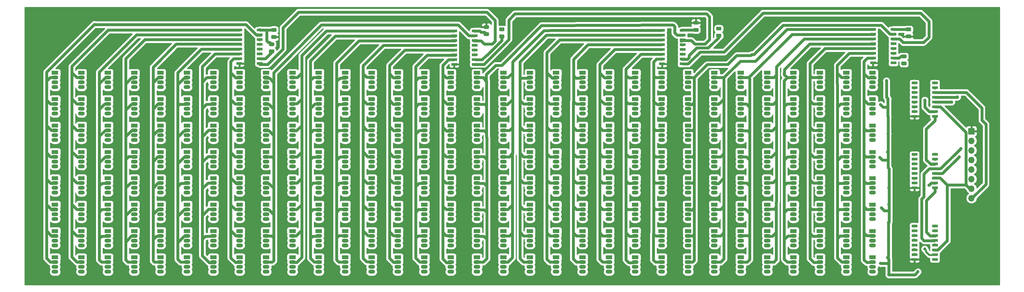
<source format=gbr>
G04 #@! TF.GenerationSoftware,KiCad,Pcbnew,(5.1.5)-3*
G04 #@! TF.CreationDate,2020-12-11T17:42:00+02:00*
G04 #@! TF.ProjectId,Led_matrica,4c65645f-6d61-4747-9269-63612e6b6963,rev?*
G04 #@! TF.SameCoordinates,Original*
G04 #@! TF.FileFunction,Copper,L1,Top*
G04 #@! TF.FilePolarity,Positive*
%FSLAX46Y46*%
G04 Gerber Fmt 4.6, Leading zero omitted, Abs format (unit mm)*
G04 Created by KiCad (PCBNEW (5.1.5)-3) date 2020-12-11 17:42:00*
%MOMM*%
%LPD*%
G04 APERTURE LIST*
%ADD10O,1.800000X1.070000*%
%ADD11R,1.800000X1.070000*%
%ADD12R,1.700000X1.700000*%
%ADD13O,1.700000X1.700000*%
%ADD14R,1.525000X0.650000*%
%ADD15C,0.100000*%
%ADD16C,0.800000*%
%ADD17C,0.750000*%
%ADD18C,0.500000*%
%ADD19C,0.254000*%
G04 APERTURE END LIST*
D10*
X230690000Y-71890000D03*
X230690000Y-70620000D03*
X230690000Y-69350000D03*
D11*
X230690000Y-68080000D03*
D12*
X256900000Y-48580000D03*
D13*
X256900000Y-51120000D03*
X256900000Y-53660000D03*
X256900000Y-56200000D03*
X256900000Y-58740000D03*
X256900000Y-61280000D03*
X256900000Y-63820000D03*
X256900000Y-66360000D03*
D14*
X174808000Y-21815000D03*
X174808000Y-23085000D03*
X174808000Y-24355000D03*
X174808000Y-25625000D03*
X174808000Y-26895000D03*
X174808000Y-28165000D03*
X174808000Y-29435000D03*
X174808000Y-30705000D03*
X180232000Y-30705000D03*
X180232000Y-29435000D03*
X180232000Y-28165000D03*
X180232000Y-26895000D03*
X180232000Y-25625000D03*
X180232000Y-24355000D03*
X180232000Y-23085000D03*
X180232000Y-21815000D03*
D10*
X230690000Y-50890000D03*
X230690000Y-49620000D03*
X230690000Y-48350000D03*
D11*
X230690000Y-47080000D03*
D14*
X247212000Y-54745000D03*
X247212000Y-56015000D03*
X247212000Y-57285000D03*
X247212000Y-58555000D03*
X247212000Y-59825000D03*
X247212000Y-61095000D03*
X247212000Y-62365000D03*
X247212000Y-63635000D03*
X241788000Y-63635000D03*
X241788000Y-62365000D03*
X241788000Y-61095000D03*
X241788000Y-59825000D03*
X241788000Y-58555000D03*
X241788000Y-57285000D03*
X241788000Y-56015000D03*
X241788000Y-54745000D03*
X241788000Y-73745000D03*
X241788000Y-75015000D03*
X241788000Y-76285000D03*
X241788000Y-77555000D03*
X241788000Y-78825000D03*
X241788000Y-80095000D03*
X241788000Y-81365000D03*
X241788000Y-82635000D03*
X247212000Y-82635000D03*
X247212000Y-81365000D03*
X247212000Y-80095000D03*
X247212000Y-78825000D03*
X247212000Y-77555000D03*
X247212000Y-76285000D03*
X247212000Y-75015000D03*
X247212000Y-73745000D03*
D10*
X90690000Y-36890000D03*
X90690000Y-35620000D03*
X90690000Y-34350000D03*
D11*
X90690000Y-33080000D03*
X104690000Y-40080000D03*
D10*
X104690000Y-41350000D03*
X104690000Y-42620000D03*
X104690000Y-43890000D03*
X146690000Y-71890000D03*
X146690000Y-70620000D03*
X146690000Y-69350000D03*
D11*
X146690000Y-68080000D03*
X181690000Y-61080000D03*
D10*
X181690000Y-62350000D03*
X181690000Y-63620000D03*
X181690000Y-64890000D03*
X13690000Y-36890000D03*
X13690000Y-35620000D03*
X13690000Y-34350000D03*
D11*
X13690000Y-33080000D03*
X13690000Y-40080000D03*
D10*
X13690000Y-41350000D03*
X13690000Y-42620000D03*
X13690000Y-43890000D03*
D11*
X13690000Y-47080000D03*
D10*
X13690000Y-48350000D03*
X13690000Y-49620000D03*
X13690000Y-50890000D03*
D11*
X13690000Y-54080000D03*
D10*
X13690000Y-55350000D03*
X13690000Y-56620000D03*
X13690000Y-57890000D03*
D11*
X13690000Y-61080000D03*
D10*
X13690000Y-62350000D03*
X13690000Y-63620000D03*
X13690000Y-64890000D03*
D11*
X13690000Y-68080000D03*
D10*
X13690000Y-69350000D03*
X13690000Y-70620000D03*
X13690000Y-71890000D03*
D11*
X13690000Y-75080000D03*
D10*
X13690000Y-76350000D03*
X13690000Y-77620000D03*
X13690000Y-78890000D03*
D11*
X13690000Y-82080000D03*
D10*
X13690000Y-83350000D03*
X13690000Y-84620000D03*
X13690000Y-85890000D03*
D11*
X20690000Y-33080000D03*
D10*
X20690000Y-34350000D03*
X20690000Y-35620000D03*
X20690000Y-36890000D03*
X20690000Y-43890000D03*
X20690000Y-42620000D03*
X20690000Y-41350000D03*
D11*
X20690000Y-40080000D03*
D10*
X20690000Y-50890000D03*
X20690000Y-49620000D03*
X20690000Y-48350000D03*
D11*
X20690000Y-47080000D03*
D10*
X20690000Y-57890000D03*
X20690000Y-56620000D03*
X20690000Y-55350000D03*
D11*
X20690000Y-54080000D03*
D10*
X20690000Y-64890000D03*
X20690000Y-63620000D03*
X20690000Y-62350000D03*
D11*
X20690000Y-61080000D03*
D10*
X20690000Y-71890000D03*
X20690000Y-70620000D03*
X20690000Y-69350000D03*
D11*
X20690000Y-68080000D03*
D10*
X20690000Y-78890000D03*
X20690000Y-77620000D03*
X20690000Y-76350000D03*
D11*
X20690000Y-75080000D03*
X20690000Y-82080000D03*
D10*
X20690000Y-83350000D03*
X20690000Y-84620000D03*
X20690000Y-85890000D03*
X27690000Y-36890000D03*
X27690000Y-35620000D03*
X27690000Y-34350000D03*
D11*
X27690000Y-33080000D03*
D10*
X27690000Y-43890000D03*
X27690000Y-42620000D03*
X27690000Y-41350000D03*
D11*
X27690000Y-40080000D03*
D10*
X27690000Y-50890000D03*
X27690000Y-49620000D03*
X27690000Y-48350000D03*
D11*
X27690000Y-47080000D03*
D10*
X27690000Y-57890000D03*
X27690000Y-56620000D03*
X27690000Y-55350000D03*
D11*
X27690000Y-54080000D03*
D10*
X27690000Y-64890000D03*
X27690000Y-63620000D03*
X27690000Y-62350000D03*
D11*
X27690000Y-61080000D03*
D10*
X27690000Y-71890000D03*
X27690000Y-70620000D03*
X27690000Y-69350000D03*
D11*
X27690000Y-68080000D03*
X27690000Y-75080000D03*
D10*
X27690000Y-76350000D03*
X27690000Y-77620000D03*
X27690000Y-78890000D03*
D11*
X27690000Y-82080000D03*
D10*
X27690000Y-83350000D03*
X27690000Y-84620000D03*
X27690000Y-85890000D03*
D11*
X34690000Y-33080000D03*
D10*
X34690000Y-34350000D03*
X34690000Y-35620000D03*
X34690000Y-36890000D03*
D11*
X34690000Y-40080000D03*
D10*
X34690000Y-41350000D03*
X34690000Y-42620000D03*
X34690000Y-43890000D03*
D11*
X34690000Y-47080000D03*
D10*
X34690000Y-48350000D03*
X34690000Y-49620000D03*
X34690000Y-50890000D03*
D11*
X34690000Y-54080000D03*
D10*
X34690000Y-55350000D03*
X34690000Y-56620000D03*
X34690000Y-57890000D03*
D11*
X34690000Y-61080000D03*
D10*
X34690000Y-62350000D03*
X34690000Y-63620000D03*
X34690000Y-64890000D03*
X34690000Y-71890000D03*
X34690000Y-70620000D03*
X34690000Y-69350000D03*
D11*
X34690000Y-68080000D03*
D10*
X34690000Y-78890000D03*
X34690000Y-77620000D03*
X34690000Y-76350000D03*
D11*
X34690000Y-75080000D03*
D10*
X34690000Y-85890000D03*
X34690000Y-84620000D03*
X34690000Y-83350000D03*
D11*
X34690000Y-82080000D03*
X41690000Y-33080000D03*
D10*
X41690000Y-34350000D03*
X41690000Y-35620000D03*
X41690000Y-36890000D03*
X41690000Y-43890000D03*
X41690000Y-42620000D03*
X41690000Y-41350000D03*
D11*
X41690000Y-40080000D03*
D10*
X41690000Y-50890000D03*
X41690000Y-49620000D03*
X41690000Y-48350000D03*
D11*
X41690000Y-47080000D03*
D10*
X41690000Y-57890000D03*
X41690000Y-56620000D03*
X41690000Y-55350000D03*
D11*
X41690000Y-54080000D03*
D10*
X41690000Y-64890000D03*
X41690000Y-63620000D03*
X41690000Y-62350000D03*
D11*
X41690000Y-61080000D03*
X41690000Y-68080000D03*
D10*
X41690000Y-69350000D03*
X41690000Y-70620000D03*
X41690000Y-71890000D03*
D11*
X41690000Y-75080000D03*
D10*
X41690000Y-76350000D03*
X41690000Y-77620000D03*
X41690000Y-78890000D03*
D11*
X41690000Y-82080000D03*
D10*
X41690000Y-83350000D03*
X41690000Y-84620000D03*
X41690000Y-85890000D03*
D11*
X48690000Y-33080000D03*
D10*
X48690000Y-34350000D03*
X48690000Y-35620000D03*
X48690000Y-36890000D03*
D11*
X48690000Y-40080000D03*
D10*
X48690000Y-41350000D03*
X48690000Y-42620000D03*
X48690000Y-43890000D03*
D11*
X48690000Y-47080000D03*
D10*
X48690000Y-48350000D03*
X48690000Y-49620000D03*
X48690000Y-50890000D03*
D11*
X48690000Y-54080000D03*
D10*
X48690000Y-55350000D03*
X48690000Y-56620000D03*
X48690000Y-57890000D03*
D11*
X48690000Y-61080000D03*
D10*
X48690000Y-62350000D03*
X48690000Y-63620000D03*
X48690000Y-64890000D03*
X48690000Y-71890000D03*
X48690000Y-70620000D03*
X48690000Y-69350000D03*
D11*
X48690000Y-68080000D03*
D10*
X48690000Y-78890000D03*
X48690000Y-77620000D03*
X48690000Y-76350000D03*
D11*
X48690000Y-75080000D03*
D10*
X48690000Y-85890000D03*
X48690000Y-84620000D03*
X48690000Y-83350000D03*
D11*
X48690000Y-82080000D03*
D10*
X55690000Y-36890000D03*
X55690000Y-35620000D03*
X55690000Y-34350000D03*
D11*
X55690000Y-33080000D03*
D10*
X55690000Y-43890000D03*
X55690000Y-42620000D03*
X55690000Y-41350000D03*
D11*
X55690000Y-40080000D03*
D10*
X55690000Y-50890000D03*
X55690000Y-49620000D03*
X55690000Y-48350000D03*
D11*
X55690000Y-47080000D03*
D10*
X55690000Y-57890000D03*
X55690000Y-56620000D03*
X55690000Y-55350000D03*
D11*
X55690000Y-54080000D03*
D10*
X55690000Y-64890000D03*
X55690000Y-63620000D03*
X55690000Y-62350000D03*
D11*
X55690000Y-61080000D03*
D10*
X55690000Y-71890000D03*
X55690000Y-70620000D03*
X55690000Y-69350000D03*
D11*
X55690000Y-68080000D03*
D10*
X55690000Y-78890000D03*
X55690000Y-77620000D03*
X55690000Y-76350000D03*
D11*
X55690000Y-75080000D03*
D10*
X55690000Y-85890000D03*
X55690000Y-84620000D03*
X55690000Y-83350000D03*
D11*
X55690000Y-82080000D03*
X62690000Y-33080000D03*
D10*
X62690000Y-34350000D03*
X62690000Y-35620000D03*
X62690000Y-36890000D03*
D11*
X62690000Y-40080000D03*
D10*
X62690000Y-41350000D03*
X62690000Y-42620000D03*
X62690000Y-43890000D03*
D11*
X62690000Y-47080000D03*
D10*
X62690000Y-48350000D03*
X62690000Y-49620000D03*
X62690000Y-50890000D03*
X62690000Y-57890000D03*
X62690000Y-56620000D03*
X62690000Y-55350000D03*
D11*
X62690000Y-54080000D03*
X62690000Y-61080000D03*
D10*
X62690000Y-62350000D03*
X62690000Y-63620000D03*
X62690000Y-64890000D03*
D11*
X62690000Y-68080000D03*
D10*
X62690000Y-69350000D03*
X62690000Y-70620000D03*
X62690000Y-71890000D03*
D11*
X62690000Y-75080000D03*
D10*
X62690000Y-76350000D03*
X62690000Y-77620000D03*
X62690000Y-78890000D03*
D11*
X62690000Y-82080000D03*
D10*
X62690000Y-83350000D03*
X62690000Y-84620000D03*
X62690000Y-85890000D03*
X69690000Y-36890000D03*
X69690000Y-35620000D03*
X69690000Y-34350000D03*
D11*
X69690000Y-33080000D03*
X69690000Y-40080000D03*
D10*
X69690000Y-41350000D03*
X69690000Y-42620000D03*
X69690000Y-43890000D03*
D11*
X69690000Y-47080000D03*
D10*
X69690000Y-48350000D03*
X69690000Y-49620000D03*
X69690000Y-50890000D03*
D11*
X69690000Y-54080000D03*
D10*
X69690000Y-55350000D03*
X69690000Y-56620000D03*
X69690000Y-57890000D03*
D11*
X69690000Y-61080000D03*
D10*
X69690000Y-62350000D03*
X69690000Y-63620000D03*
X69690000Y-64890000D03*
D11*
X69690000Y-68080000D03*
D10*
X69690000Y-69350000D03*
X69690000Y-70620000D03*
X69690000Y-71890000D03*
D11*
X69690000Y-75080000D03*
D10*
X69690000Y-76350000D03*
X69690000Y-77620000D03*
X69690000Y-78890000D03*
D11*
X69690000Y-82080000D03*
D10*
X69690000Y-83350000D03*
X69690000Y-84620000D03*
X69690000Y-85890000D03*
X76690000Y-36890000D03*
X76690000Y-35620000D03*
X76690000Y-34350000D03*
D11*
X76690000Y-33080000D03*
D10*
X76690000Y-43890000D03*
X76690000Y-42620000D03*
X76690000Y-41350000D03*
D11*
X76690000Y-40080000D03*
D10*
X76690000Y-50890000D03*
X76690000Y-49620000D03*
X76690000Y-48350000D03*
D11*
X76690000Y-47080000D03*
D10*
X76690000Y-57890000D03*
X76690000Y-56620000D03*
X76690000Y-55350000D03*
D11*
X76690000Y-54080000D03*
D10*
X76690000Y-64890000D03*
X76690000Y-63620000D03*
X76690000Y-62350000D03*
D11*
X76690000Y-61080000D03*
D10*
X76690000Y-71890000D03*
X76690000Y-70620000D03*
X76690000Y-69350000D03*
D11*
X76690000Y-68080000D03*
D10*
X76690000Y-78890000D03*
X76690000Y-77620000D03*
X76690000Y-76350000D03*
D11*
X76690000Y-75080000D03*
D10*
X76690000Y-85890000D03*
X76690000Y-84620000D03*
X76690000Y-83350000D03*
D11*
X76690000Y-82080000D03*
X83690000Y-33080000D03*
D10*
X83690000Y-34350000D03*
X83690000Y-35620000D03*
X83690000Y-36890000D03*
D11*
X83690000Y-40080000D03*
D10*
X83690000Y-41350000D03*
X83690000Y-42620000D03*
X83690000Y-43890000D03*
D11*
X83690000Y-47080000D03*
D10*
X83690000Y-48350000D03*
X83690000Y-49620000D03*
X83690000Y-50890000D03*
X83690000Y-57890000D03*
X83690000Y-56620000D03*
X83690000Y-55350000D03*
D11*
X83690000Y-54080000D03*
D10*
X83690000Y-64890000D03*
X83690000Y-63620000D03*
X83690000Y-62350000D03*
D11*
X83690000Y-61080000D03*
X83690000Y-68080000D03*
D10*
X83690000Y-69350000D03*
X83690000Y-70620000D03*
X83690000Y-71890000D03*
D11*
X83690000Y-75080000D03*
D10*
X83690000Y-76350000D03*
X83690000Y-77620000D03*
X83690000Y-78890000D03*
D11*
X83690000Y-82080000D03*
D10*
X83690000Y-83350000D03*
X83690000Y-84620000D03*
X83690000Y-85890000D03*
X90690000Y-43890000D03*
X90690000Y-42620000D03*
X90690000Y-41350000D03*
D11*
X90690000Y-40080000D03*
X90690000Y-47080000D03*
D10*
X90690000Y-48350000D03*
X90690000Y-49620000D03*
X90690000Y-50890000D03*
D11*
X90690000Y-54080000D03*
D10*
X90690000Y-55350000D03*
X90690000Y-56620000D03*
X90690000Y-57890000D03*
D11*
X90690000Y-61080000D03*
D10*
X90690000Y-62350000D03*
X90690000Y-63620000D03*
X90690000Y-64890000D03*
X90690000Y-71890000D03*
X90690000Y-70620000D03*
X90690000Y-69350000D03*
D11*
X90690000Y-68080000D03*
D10*
X90690000Y-78890000D03*
X90690000Y-77620000D03*
X90690000Y-76350000D03*
D11*
X90690000Y-75080000D03*
D10*
X90690000Y-85890000D03*
X90690000Y-84620000D03*
X90690000Y-83350000D03*
D11*
X90690000Y-82080000D03*
X97690000Y-33080000D03*
D10*
X97690000Y-34350000D03*
X97690000Y-35620000D03*
X97690000Y-36890000D03*
X97690000Y-43890000D03*
X97690000Y-42620000D03*
X97690000Y-41350000D03*
D11*
X97690000Y-40080000D03*
D10*
X97690000Y-50890000D03*
X97690000Y-49620000D03*
X97690000Y-48350000D03*
D11*
X97690000Y-47080000D03*
D10*
X97690000Y-57890000D03*
X97690000Y-56620000D03*
X97690000Y-55350000D03*
D11*
X97690000Y-54080000D03*
D10*
X97690000Y-64890000D03*
X97690000Y-63620000D03*
X97690000Y-62350000D03*
D11*
X97690000Y-61080000D03*
D10*
X97690000Y-71890000D03*
X97690000Y-70620000D03*
X97690000Y-69350000D03*
D11*
X97690000Y-68080000D03*
D10*
X97690000Y-78890000D03*
X97690000Y-77620000D03*
X97690000Y-76350000D03*
D11*
X97690000Y-75080000D03*
D10*
X97690000Y-85890000D03*
X97690000Y-84620000D03*
X97690000Y-83350000D03*
D11*
X97690000Y-82080000D03*
D10*
X104690000Y-36890000D03*
X104690000Y-35620000D03*
X104690000Y-34350000D03*
D11*
X104690000Y-33080000D03*
X104690000Y-47080000D03*
D10*
X104690000Y-48350000D03*
X104690000Y-49620000D03*
X104690000Y-50890000D03*
D11*
X104690000Y-54080000D03*
D10*
X104690000Y-55350000D03*
X104690000Y-56620000D03*
X104690000Y-57890000D03*
D11*
X104690000Y-61080000D03*
D10*
X104690000Y-62350000D03*
X104690000Y-63620000D03*
X104690000Y-64890000D03*
D11*
X104690000Y-68080000D03*
D10*
X104690000Y-69350000D03*
X104690000Y-70620000D03*
X104690000Y-71890000D03*
D11*
X104690000Y-75080000D03*
D10*
X104690000Y-76350000D03*
X104690000Y-77620000D03*
X104690000Y-78890000D03*
D11*
X104690000Y-82080000D03*
D10*
X104690000Y-83350000D03*
X104690000Y-84620000D03*
X104690000Y-85890000D03*
D11*
X111690000Y-33080000D03*
D10*
X111690000Y-34350000D03*
X111690000Y-35620000D03*
X111690000Y-36890000D03*
D11*
X111690000Y-40080000D03*
D10*
X111690000Y-41350000D03*
X111690000Y-42620000D03*
X111690000Y-43890000D03*
D11*
X111690000Y-47080000D03*
D10*
X111690000Y-48350000D03*
X111690000Y-49620000D03*
X111690000Y-50890000D03*
D11*
X111690000Y-54080000D03*
D10*
X111690000Y-55350000D03*
X111690000Y-56620000D03*
X111690000Y-57890000D03*
D11*
X111690000Y-61080000D03*
D10*
X111690000Y-62350000D03*
X111690000Y-63620000D03*
X111690000Y-64890000D03*
D11*
X111690000Y-68080000D03*
D10*
X111690000Y-69350000D03*
X111690000Y-70620000D03*
X111690000Y-71890000D03*
D11*
X111690000Y-75080000D03*
D10*
X111690000Y-76350000D03*
X111690000Y-77620000D03*
X111690000Y-78890000D03*
D11*
X111690000Y-82080000D03*
D10*
X111690000Y-83350000D03*
X111690000Y-84620000D03*
X111690000Y-85890000D03*
X118690000Y-36890000D03*
X118690000Y-35620000D03*
X118690000Y-34350000D03*
D11*
X118690000Y-33080000D03*
D10*
X118690000Y-43890000D03*
X118690000Y-42620000D03*
X118690000Y-41350000D03*
D11*
X118690000Y-40080000D03*
D10*
X118690000Y-50890000D03*
X118690000Y-49620000D03*
X118690000Y-48350000D03*
D11*
X118690000Y-47080000D03*
D10*
X118690000Y-57890000D03*
X118690000Y-56620000D03*
X118690000Y-55350000D03*
D11*
X118690000Y-54080000D03*
D10*
X118690000Y-64890000D03*
X118690000Y-63620000D03*
X118690000Y-62350000D03*
D11*
X118690000Y-61080000D03*
D10*
X118690000Y-71890000D03*
X118690000Y-70620000D03*
X118690000Y-69350000D03*
D11*
X118690000Y-68080000D03*
D10*
X118690000Y-78890000D03*
X118690000Y-77620000D03*
X118690000Y-76350000D03*
D11*
X118690000Y-75080000D03*
D10*
X118690000Y-85890000D03*
X118690000Y-84620000D03*
X118690000Y-83350000D03*
D11*
X118690000Y-82080000D03*
D10*
X125690000Y-36890000D03*
X125690000Y-35620000D03*
X125690000Y-34350000D03*
D11*
X125690000Y-33080000D03*
D10*
X125690000Y-43890000D03*
X125690000Y-42620000D03*
X125690000Y-41350000D03*
D11*
X125690000Y-40080000D03*
D10*
X125690000Y-50890000D03*
X125690000Y-49620000D03*
X125690000Y-48350000D03*
D11*
X125690000Y-47080000D03*
X125690000Y-54080000D03*
D10*
X125690000Y-55350000D03*
X125690000Y-56620000D03*
X125690000Y-57890000D03*
X125690000Y-64890000D03*
X125690000Y-63620000D03*
X125690000Y-62350000D03*
D11*
X125690000Y-61080000D03*
D10*
X125690000Y-71890000D03*
X125690000Y-70620000D03*
X125690000Y-69350000D03*
D11*
X125690000Y-68080000D03*
D10*
X125690000Y-78890000D03*
X125690000Y-77620000D03*
X125690000Y-76350000D03*
D11*
X125690000Y-75080000D03*
D10*
X125690000Y-85890000D03*
X125690000Y-84620000D03*
X125690000Y-83350000D03*
D11*
X125690000Y-82080000D03*
X132690000Y-33080000D03*
D10*
X132690000Y-34350000D03*
X132690000Y-35620000D03*
X132690000Y-36890000D03*
D11*
X132690000Y-40080000D03*
D10*
X132690000Y-41350000D03*
X132690000Y-42620000D03*
X132690000Y-43890000D03*
D11*
X132690000Y-47080000D03*
D10*
X132690000Y-48350000D03*
X132690000Y-49620000D03*
X132690000Y-50890000D03*
D11*
X132690000Y-54080000D03*
D10*
X132690000Y-55350000D03*
X132690000Y-56620000D03*
X132690000Y-57890000D03*
D11*
X132690000Y-61080000D03*
D10*
X132690000Y-62350000D03*
X132690000Y-63620000D03*
X132690000Y-64890000D03*
D11*
X132690000Y-68080000D03*
D10*
X132690000Y-69350000D03*
X132690000Y-70620000D03*
X132690000Y-71890000D03*
D11*
X132690000Y-75080000D03*
D10*
X132690000Y-76350000D03*
X132690000Y-77620000D03*
X132690000Y-78890000D03*
X132690000Y-85890000D03*
X132690000Y-84620000D03*
X132690000Y-83350000D03*
D11*
X132690000Y-82080000D03*
X139690000Y-33080000D03*
D10*
X139690000Y-34350000D03*
X139690000Y-35620000D03*
X139690000Y-36890000D03*
D11*
X139690000Y-40080000D03*
D10*
X139690000Y-41350000D03*
X139690000Y-42620000D03*
X139690000Y-43890000D03*
D11*
X139690000Y-47080000D03*
D10*
X139690000Y-48350000D03*
X139690000Y-49620000D03*
X139690000Y-50890000D03*
D11*
X139690000Y-54080000D03*
D10*
X139690000Y-55350000D03*
X139690000Y-56620000D03*
X139690000Y-57890000D03*
D11*
X139690000Y-61080000D03*
D10*
X139690000Y-62350000D03*
X139690000Y-63620000D03*
X139690000Y-64890000D03*
X139690000Y-71890000D03*
X139690000Y-70620000D03*
X139690000Y-69350000D03*
D11*
X139690000Y-68080000D03*
D10*
X139690000Y-78890000D03*
X139690000Y-77620000D03*
X139690000Y-76350000D03*
D11*
X139690000Y-75080000D03*
D10*
X139690000Y-85890000D03*
X139690000Y-84620000D03*
X139690000Y-83350000D03*
D11*
X139690000Y-82080000D03*
D10*
X146690000Y-36890000D03*
X146690000Y-35620000D03*
X146690000Y-34350000D03*
D11*
X146690000Y-33080000D03*
D10*
X146690000Y-43890000D03*
X146690000Y-42620000D03*
X146690000Y-41350000D03*
D11*
X146690000Y-40080000D03*
D10*
X146690000Y-50890000D03*
X146690000Y-49620000D03*
X146690000Y-48350000D03*
D11*
X146690000Y-47080000D03*
D10*
X146690000Y-57890000D03*
X146690000Y-56620000D03*
X146690000Y-55350000D03*
D11*
X146690000Y-54080000D03*
D10*
X146690000Y-64890000D03*
X146690000Y-63620000D03*
X146690000Y-62350000D03*
D11*
X146690000Y-61080000D03*
X146690000Y-75080000D03*
D10*
X146690000Y-76350000D03*
X146690000Y-77620000D03*
X146690000Y-78890000D03*
D11*
X146690000Y-82080000D03*
D10*
X146690000Y-83350000D03*
X146690000Y-84620000D03*
X146690000Y-85890000D03*
D11*
X153690000Y-33080000D03*
D10*
X153690000Y-34350000D03*
X153690000Y-35620000D03*
X153690000Y-36890000D03*
D11*
X153690000Y-40080000D03*
D10*
X153690000Y-41350000D03*
X153690000Y-42620000D03*
X153690000Y-43890000D03*
D11*
X153690000Y-47080000D03*
D10*
X153690000Y-48350000D03*
X153690000Y-49620000D03*
X153690000Y-50890000D03*
D11*
X153690000Y-54080000D03*
D10*
X153690000Y-55350000D03*
X153690000Y-56620000D03*
X153690000Y-57890000D03*
X153690000Y-64890000D03*
X153690000Y-63620000D03*
X153690000Y-62350000D03*
D11*
X153690000Y-61080000D03*
D10*
X153690000Y-71890000D03*
X153690000Y-70620000D03*
X153690000Y-69350000D03*
D11*
X153690000Y-68080000D03*
D10*
X153690000Y-78890000D03*
X153690000Y-77620000D03*
X153690000Y-76350000D03*
D11*
X153690000Y-75080000D03*
D10*
X153690000Y-85890000D03*
X153690000Y-84620000D03*
X153690000Y-83350000D03*
D11*
X153690000Y-82080000D03*
D10*
X160690000Y-36890000D03*
X160690000Y-35620000D03*
X160690000Y-34350000D03*
D11*
X160690000Y-33080000D03*
D10*
X160690000Y-43890000D03*
X160690000Y-42620000D03*
X160690000Y-41350000D03*
D11*
X160690000Y-40080000D03*
D10*
X160690000Y-50890000D03*
X160690000Y-49620000D03*
X160690000Y-48350000D03*
D11*
X160690000Y-47080000D03*
D10*
X160690000Y-57890000D03*
X160690000Y-56620000D03*
X160690000Y-55350000D03*
D11*
X160690000Y-54080000D03*
X160690000Y-61080000D03*
D10*
X160690000Y-62350000D03*
X160690000Y-63620000D03*
X160690000Y-64890000D03*
D11*
X160690000Y-68080000D03*
D10*
X160690000Y-69350000D03*
X160690000Y-70620000D03*
X160690000Y-71890000D03*
D11*
X160690000Y-75080000D03*
D10*
X160690000Y-76350000D03*
X160690000Y-77620000D03*
X160690000Y-78890000D03*
D11*
X160690000Y-82080000D03*
D10*
X160690000Y-83350000D03*
X160690000Y-84620000D03*
X160690000Y-85890000D03*
D11*
X167690000Y-33080000D03*
D10*
X167690000Y-34350000D03*
X167690000Y-35620000D03*
X167690000Y-36890000D03*
D11*
X167690000Y-40080000D03*
D10*
X167690000Y-41350000D03*
X167690000Y-42620000D03*
X167690000Y-43890000D03*
D11*
X167690000Y-47080000D03*
D10*
X167690000Y-48350000D03*
X167690000Y-49620000D03*
X167690000Y-50890000D03*
D11*
X167690000Y-54080000D03*
D10*
X167690000Y-55350000D03*
X167690000Y-56620000D03*
X167690000Y-57890000D03*
D11*
X167690000Y-61080000D03*
D10*
X167690000Y-62350000D03*
X167690000Y-63620000D03*
X167690000Y-64890000D03*
D11*
X167690000Y-68080000D03*
D10*
X167690000Y-69350000D03*
X167690000Y-70620000D03*
X167690000Y-71890000D03*
D11*
X167690000Y-75080000D03*
D10*
X167690000Y-76350000D03*
X167690000Y-77620000D03*
X167690000Y-78890000D03*
D11*
X167690000Y-82080000D03*
D10*
X167690000Y-83350000D03*
X167690000Y-84620000D03*
X167690000Y-85890000D03*
X174690000Y-36890000D03*
X174690000Y-35620000D03*
X174690000Y-34350000D03*
D11*
X174690000Y-33080000D03*
D10*
X174690000Y-43890000D03*
X174690000Y-42620000D03*
X174690000Y-41350000D03*
D11*
X174690000Y-40080000D03*
D10*
X174690000Y-50890000D03*
X174690000Y-49620000D03*
X174690000Y-48350000D03*
D11*
X174690000Y-47080000D03*
D10*
X174690000Y-57890000D03*
X174690000Y-56620000D03*
X174690000Y-55350000D03*
D11*
X174690000Y-54080000D03*
D10*
X174690000Y-64890000D03*
X174690000Y-63620000D03*
X174690000Y-62350000D03*
D11*
X174690000Y-61080000D03*
X174690000Y-68080000D03*
D10*
X174690000Y-69350000D03*
X174690000Y-70620000D03*
X174690000Y-71890000D03*
X174690000Y-78890000D03*
X174690000Y-77620000D03*
X174690000Y-76350000D03*
D11*
X174690000Y-75080000D03*
D10*
X174690000Y-85890000D03*
X174690000Y-84620000D03*
X174690000Y-83350000D03*
D11*
X174690000Y-82080000D03*
D10*
X181690000Y-36890000D03*
X181690000Y-35620000D03*
X181690000Y-34350000D03*
D11*
X181690000Y-33080000D03*
D10*
X181690000Y-43890000D03*
X181690000Y-42620000D03*
X181690000Y-41350000D03*
D11*
X181690000Y-40080000D03*
D10*
X181690000Y-50890000D03*
X181690000Y-49620000D03*
X181690000Y-48350000D03*
D11*
X181690000Y-47080000D03*
D10*
X181690000Y-57890000D03*
X181690000Y-56620000D03*
X181690000Y-55350000D03*
D11*
X181690000Y-54080000D03*
D10*
X181690000Y-71890000D03*
X181690000Y-70620000D03*
X181690000Y-69350000D03*
D11*
X181690000Y-68080000D03*
D10*
X181690000Y-78890000D03*
X181690000Y-77620000D03*
X181690000Y-76350000D03*
D11*
X181690000Y-75080000D03*
D10*
X181690000Y-85890000D03*
X181690000Y-84620000D03*
X181690000Y-83350000D03*
D11*
X181690000Y-82080000D03*
X188690000Y-33080000D03*
D10*
X188690000Y-34350000D03*
X188690000Y-35620000D03*
X188690000Y-36890000D03*
D11*
X188690000Y-40080000D03*
D10*
X188690000Y-41350000D03*
X188690000Y-42620000D03*
X188690000Y-43890000D03*
D11*
X188690000Y-47080000D03*
D10*
X188690000Y-48350000D03*
X188690000Y-49620000D03*
X188690000Y-50890000D03*
D11*
X188690000Y-54080000D03*
D10*
X188690000Y-55350000D03*
X188690000Y-56620000D03*
X188690000Y-57890000D03*
D11*
X188690000Y-61080000D03*
D10*
X188690000Y-62350000D03*
X188690000Y-63620000D03*
X188690000Y-64890000D03*
D11*
X188690000Y-68080000D03*
D10*
X188690000Y-69350000D03*
X188690000Y-70620000D03*
X188690000Y-71890000D03*
D11*
X188690000Y-75080000D03*
D10*
X188690000Y-76350000D03*
X188690000Y-77620000D03*
X188690000Y-78890000D03*
D11*
X188690000Y-82080000D03*
D10*
X188690000Y-83350000D03*
X188690000Y-84620000D03*
X188690000Y-85890000D03*
X195690000Y-36890000D03*
X195690000Y-35620000D03*
X195690000Y-34350000D03*
D11*
X195690000Y-33080000D03*
D10*
X195690000Y-43890000D03*
X195690000Y-42620000D03*
X195690000Y-41350000D03*
D11*
X195690000Y-40080000D03*
D10*
X195690000Y-50890000D03*
X195690000Y-49620000D03*
X195690000Y-48350000D03*
D11*
X195690000Y-47080000D03*
D10*
X195690000Y-57890000D03*
X195690000Y-56620000D03*
X195690000Y-55350000D03*
D11*
X195690000Y-54080000D03*
D10*
X195690000Y-64890000D03*
X195690000Y-63620000D03*
X195690000Y-62350000D03*
D11*
X195690000Y-61080000D03*
X195690000Y-68080000D03*
D10*
X195690000Y-69350000D03*
X195690000Y-70620000D03*
X195690000Y-71890000D03*
D11*
X195690000Y-75080000D03*
D10*
X195690000Y-76350000D03*
X195690000Y-77620000D03*
X195690000Y-78890000D03*
D11*
X195690000Y-82080000D03*
D10*
X195690000Y-83350000D03*
X195690000Y-84620000D03*
X195690000Y-85890000D03*
D11*
X202690000Y-33080000D03*
D10*
X202690000Y-34350000D03*
X202690000Y-35620000D03*
X202690000Y-36890000D03*
X202690000Y-43890000D03*
X202690000Y-42620000D03*
X202690000Y-41350000D03*
D11*
X202690000Y-40080000D03*
X202690000Y-47080000D03*
D10*
X202690000Y-48350000D03*
X202690000Y-49620000D03*
X202690000Y-50890000D03*
D11*
X202690000Y-54080000D03*
D10*
X202690000Y-55350000D03*
X202690000Y-56620000D03*
X202690000Y-57890000D03*
D11*
X202690000Y-61080000D03*
D10*
X202690000Y-62350000D03*
X202690000Y-63620000D03*
X202690000Y-64890000D03*
X202690000Y-71890000D03*
X202690000Y-70620000D03*
X202690000Y-69350000D03*
D11*
X202690000Y-68080000D03*
D10*
X202690000Y-78890000D03*
X202690000Y-77620000D03*
X202690000Y-76350000D03*
D11*
X202690000Y-75080000D03*
D10*
X202690000Y-85890000D03*
X202690000Y-84620000D03*
X202690000Y-83350000D03*
D11*
X202690000Y-82080000D03*
D10*
X209690000Y-36890000D03*
X209690000Y-35620000D03*
X209690000Y-34350000D03*
D11*
X209690000Y-33080000D03*
D10*
X209690000Y-43890000D03*
X209690000Y-42620000D03*
X209690000Y-41350000D03*
D11*
X209690000Y-40080000D03*
D10*
X209690000Y-50890000D03*
X209690000Y-49620000D03*
X209690000Y-48350000D03*
D11*
X209690000Y-47080000D03*
D10*
X209690000Y-57890000D03*
X209690000Y-56620000D03*
X209690000Y-55350000D03*
D11*
X209690000Y-54080000D03*
D10*
X209690000Y-64890000D03*
X209690000Y-63620000D03*
X209690000Y-62350000D03*
D11*
X209690000Y-61080000D03*
X209690000Y-68080000D03*
D10*
X209690000Y-69350000D03*
X209690000Y-70620000D03*
X209690000Y-71890000D03*
D11*
X209690000Y-75080000D03*
D10*
X209690000Y-76350000D03*
X209690000Y-77620000D03*
X209690000Y-78890000D03*
X209690000Y-85890000D03*
X209690000Y-84620000D03*
X209690000Y-83350000D03*
D11*
X209690000Y-82080000D03*
D10*
X216690000Y-36890000D03*
X216690000Y-35620000D03*
X216690000Y-34350000D03*
D11*
X216690000Y-33080000D03*
X216690000Y-40080000D03*
D10*
X216690000Y-41350000D03*
X216690000Y-42620000D03*
X216690000Y-43890000D03*
D11*
X216690000Y-47080000D03*
D10*
X216690000Y-48350000D03*
X216690000Y-49620000D03*
X216690000Y-50890000D03*
D11*
X216690000Y-54080000D03*
D10*
X216690000Y-55350000D03*
X216690000Y-56620000D03*
X216690000Y-57890000D03*
D11*
X216690000Y-61080000D03*
D10*
X216690000Y-62350000D03*
X216690000Y-63620000D03*
X216690000Y-64890000D03*
D11*
X216690000Y-68080000D03*
D10*
X216690000Y-69350000D03*
X216690000Y-70620000D03*
X216690000Y-71890000D03*
D11*
X216690000Y-75080000D03*
D10*
X216690000Y-76350000D03*
X216690000Y-77620000D03*
X216690000Y-78890000D03*
D11*
X216690000Y-82080000D03*
D10*
X216690000Y-83350000D03*
X216690000Y-84620000D03*
X216690000Y-85890000D03*
D11*
X223690000Y-33080000D03*
D10*
X223690000Y-34350000D03*
X223690000Y-35620000D03*
X223690000Y-36890000D03*
D11*
X223690000Y-40080000D03*
D10*
X223690000Y-41350000D03*
X223690000Y-42620000D03*
X223690000Y-43890000D03*
D11*
X223690000Y-47080000D03*
D10*
X223690000Y-48350000D03*
X223690000Y-49620000D03*
X223690000Y-50890000D03*
D11*
X223690000Y-54080000D03*
D10*
X223690000Y-55350000D03*
X223690000Y-56620000D03*
X223690000Y-57890000D03*
D11*
X223690000Y-61080000D03*
D10*
X223690000Y-62350000D03*
X223690000Y-63620000D03*
X223690000Y-64890000D03*
X223690000Y-71890000D03*
X223690000Y-70620000D03*
X223690000Y-69350000D03*
D11*
X223690000Y-68080000D03*
X223690000Y-75080000D03*
D10*
X223690000Y-76350000D03*
X223690000Y-77620000D03*
X223690000Y-78890000D03*
D11*
X223690000Y-82080000D03*
D10*
X223690000Y-83350000D03*
X223690000Y-84620000D03*
X223690000Y-85890000D03*
X230690000Y-36890000D03*
X230690000Y-35620000D03*
X230690000Y-34350000D03*
D11*
X230690000Y-33080000D03*
D10*
X230690000Y-43890000D03*
X230690000Y-42620000D03*
X230690000Y-41350000D03*
D11*
X230690000Y-40080000D03*
D10*
X230690000Y-57890000D03*
X230690000Y-56620000D03*
X230690000Y-55350000D03*
D11*
X230690000Y-54080000D03*
D10*
X230690000Y-64890000D03*
X230690000Y-63620000D03*
X230690000Y-62350000D03*
D11*
X230690000Y-61080000D03*
D10*
X230690000Y-78890000D03*
X230690000Y-77620000D03*
X230690000Y-76350000D03*
D11*
X230690000Y-75080000D03*
D10*
X230690000Y-85890000D03*
X230690000Y-84620000D03*
X230690000Y-83350000D03*
D11*
X230690000Y-82080000D03*
G04 #@! TA.AperFunction,SMDPad,CuDef*
D15*
G36*
X71650142Y-24996174D02*
G01*
X71673803Y-24999684D01*
X71697007Y-25005496D01*
X71719529Y-25013554D01*
X71741153Y-25023782D01*
X71761670Y-25036079D01*
X71780883Y-25050329D01*
X71798607Y-25066393D01*
X71814671Y-25084117D01*
X71828921Y-25103330D01*
X71841218Y-25123847D01*
X71851446Y-25145471D01*
X71859504Y-25167993D01*
X71865316Y-25191197D01*
X71868826Y-25214858D01*
X71870000Y-25238750D01*
X71870000Y-25726250D01*
X71868826Y-25750142D01*
X71865316Y-25773803D01*
X71859504Y-25797007D01*
X71851446Y-25819529D01*
X71841218Y-25841153D01*
X71828921Y-25861670D01*
X71814671Y-25880883D01*
X71798607Y-25898607D01*
X71780883Y-25914671D01*
X71761670Y-25928921D01*
X71741153Y-25941218D01*
X71719529Y-25951446D01*
X71697007Y-25959504D01*
X71673803Y-25965316D01*
X71650142Y-25968826D01*
X71626250Y-25970000D01*
X70713750Y-25970000D01*
X70689858Y-25968826D01*
X70666197Y-25965316D01*
X70642993Y-25959504D01*
X70620471Y-25951446D01*
X70598847Y-25941218D01*
X70578330Y-25928921D01*
X70559117Y-25914671D01*
X70541393Y-25898607D01*
X70525329Y-25880883D01*
X70511079Y-25861670D01*
X70498782Y-25841153D01*
X70488554Y-25819529D01*
X70480496Y-25797007D01*
X70474684Y-25773803D01*
X70471174Y-25750142D01*
X70470000Y-25726250D01*
X70470000Y-25238750D01*
X70471174Y-25214858D01*
X70474684Y-25191197D01*
X70480496Y-25167993D01*
X70488554Y-25145471D01*
X70498782Y-25123847D01*
X70511079Y-25103330D01*
X70525329Y-25084117D01*
X70541393Y-25066393D01*
X70559117Y-25050329D01*
X70578330Y-25036079D01*
X70598847Y-25023782D01*
X70620471Y-25013554D01*
X70642993Y-25005496D01*
X70666197Y-24999684D01*
X70689858Y-24996174D01*
X70713750Y-24995000D01*
X71626250Y-24995000D01*
X71650142Y-24996174D01*
G37*
G04 #@! TD.AperFunction*
G04 #@! TA.AperFunction,SMDPad,CuDef*
G36*
X71650142Y-26871174D02*
G01*
X71673803Y-26874684D01*
X71697007Y-26880496D01*
X71719529Y-26888554D01*
X71741153Y-26898782D01*
X71761670Y-26911079D01*
X71780883Y-26925329D01*
X71798607Y-26941393D01*
X71814671Y-26959117D01*
X71828921Y-26978330D01*
X71841218Y-26998847D01*
X71851446Y-27020471D01*
X71859504Y-27042993D01*
X71865316Y-27066197D01*
X71868826Y-27089858D01*
X71870000Y-27113750D01*
X71870000Y-27601250D01*
X71868826Y-27625142D01*
X71865316Y-27648803D01*
X71859504Y-27672007D01*
X71851446Y-27694529D01*
X71841218Y-27716153D01*
X71828921Y-27736670D01*
X71814671Y-27755883D01*
X71798607Y-27773607D01*
X71780883Y-27789671D01*
X71761670Y-27803921D01*
X71741153Y-27816218D01*
X71719529Y-27826446D01*
X71697007Y-27834504D01*
X71673803Y-27840316D01*
X71650142Y-27843826D01*
X71626250Y-27845000D01*
X70713750Y-27845000D01*
X70689858Y-27843826D01*
X70666197Y-27840316D01*
X70642993Y-27834504D01*
X70620471Y-27826446D01*
X70598847Y-27816218D01*
X70578330Y-27803921D01*
X70559117Y-27789671D01*
X70541393Y-27773607D01*
X70525329Y-27755883D01*
X70511079Y-27736670D01*
X70498782Y-27716153D01*
X70488554Y-27694529D01*
X70480496Y-27672007D01*
X70474684Y-27648803D01*
X70471174Y-27625142D01*
X70470000Y-27601250D01*
X70470000Y-27113750D01*
X70471174Y-27089858D01*
X70474684Y-27066197D01*
X70480496Y-27042993D01*
X70488554Y-27020471D01*
X70498782Y-26998847D01*
X70511079Y-26978330D01*
X70525329Y-26959117D01*
X70541393Y-26941393D01*
X70559117Y-26925329D01*
X70578330Y-26911079D01*
X70598847Y-26898782D01*
X70620471Y-26888554D01*
X70642993Y-26880496D01*
X70666197Y-26874684D01*
X70689858Y-26871174D01*
X70713750Y-26870000D01*
X71626250Y-26870000D01*
X71650142Y-26871174D01*
G37*
G04 #@! TD.AperFunction*
G04 #@! TA.AperFunction,SMDPad,CuDef*
G36*
X132730142Y-22901174D02*
G01*
X132753803Y-22904684D01*
X132777007Y-22910496D01*
X132799529Y-22918554D01*
X132821153Y-22928782D01*
X132841670Y-22941079D01*
X132860883Y-22955329D01*
X132878607Y-22971393D01*
X132894671Y-22989117D01*
X132908921Y-23008330D01*
X132921218Y-23028847D01*
X132931446Y-23050471D01*
X132939504Y-23072993D01*
X132945316Y-23096197D01*
X132948826Y-23119858D01*
X132950000Y-23143750D01*
X132950000Y-23631250D01*
X132948826Y-23655142D01*
X132945316Y-23678803D01*
X132939504Y-23702007D01*
X132931446Y-23724529D01*
X132921218Y-23746153D01*
X132908921Y-23766670D01*
X132894671Y-23785883D01*
X132878607Y-23803607D01*
X132860883Y-23819671D01*
X132841670Y-23833921D01*
X132821153Y-23846218D01*
X132799529Y-23856446D01*
X132777007Y-23864504D01*
X132753803Y-23870316D01*
X132730142Y-23873826D01*
X132706250Y-23875000D01*
X131793750Y-23875000D01*
X131769858Y-23873826D01*
X131746197Y-23870316D01*
X131722993Y-23864504D01*
X131700471Y-23856446D01*
X131678847Y-23846218D01*
X131658330Y-23833921D01*
X131639117Y-23819671D01*
X131621393Y-23803607D01*
X131605329Y-23785883D01*
X131591079Y-23766670D01*
X131578782Y-23746153D01*
X131568554Y-23724529D01*
X131560496Y-23702007D01*
X131554684Y-23678803D01*
X131551174Y-23655142D01*
X131550000Y-23631250D01*
X131550000Y-23143750D01*
X131551174Y-23119858D01*
X131554684Y-23096197D01*
X131560496Y-23072993D01*
X131568554Y-23050471D01*
X131578782Y-23028847D01*
X131591079Y-23008330D01*
X131605329Y-22989117D01*
X131621393Y-22971393D01*
X131639117Y-22955329D01*
X131658330Y-22941079D01*
X131678847Y-22928782D01*
X131700471Y-22918554D01*
X131722993Y-22910496D01*
X131746197Y-22904684D01*
X131769858Y-22901174D01*
X131793750Y-22900000D01*
X132706250Y-22900000D01*
X132730142Y-22901174D01*
G37*
G04 #@! TD.AperFunction*
G04 #@! TA.AperFunction,SMDPad,CuDef*
G36*
X132730142Y-21026174D02*
G01*
X132753803Y-21029684D01*
X132777007Y-21035496D01*
X132799529Y-21043554D01*
X132821153Y-21053782D01*
X132841670Y-21066079D01*
X132860883Y-21080329D01*
X132878607Y-21096393D01*
X132894671Y-21114117D01*
X132908921Y-21133330D01*
X132921218Y-21153847D01*
X132931446Y-21175471D01*
X132939504Y-21197993D01*
X132945316Y-21221197D01*
X132948826Y-21244858D01*
X132950000Y-21268750D01*
X132950000Y-21756250D01*
X132948826Y-21780142D01*
X132945316Y-21803803D01*
X132939504Y-21827007D01*
X132931446Y-21849529D01*
X132921218Y-21871153D01*
X132908921Y-21891670D01*
X132894671Y-21910883D01*
X132878607Y-21928607D01*
X132860883Y-21944671D01*
X132841670Y-21958921D01*
X132821153Y-21971218D01*
X132799529Y-21981446D01*
X132777007Y-21989504D01*
X132753803Y-21995316D01*
X132730142Y-21998826D01*
X132706250Y-22000000D01*
X131793750Y-22000000D01*
X131769858Y-21998826D01*
X131746197Y-21995316D01*
X131722993Y-21989504D01*
X131700471Y-21981446D01*
X131678847Y-21971218D01*
X131658330Y-21958921D01*
X131639117Y-21944671D01*
X131621393Y-21928607D01*
X131605329Y-21910883D01*
X131591079Y-21891670D01*
X131578782Y-21871153D01*
X131568554Y-21849529D01*
X131560496Y-21827007D01*
X131554684Y-21803803D01*
X131551174Y-21780142D01*
X131550000Y-21756250D01*
X131550000Y-21268750D01*
X131551174Y-21244858D01*
X131554684Y-21221197D01*
X131560496Y-21197993D01*
X131568554Y-21175471D01*
X131578782Y-21153847D01*
X131591079Y-21133330D01*
X131605329Y-21114117D01*
X131621393Y-21096393D01*
X131639117Y-21080329D01*
X131658330Y-21066079D01*
X131678847Y-21053782D01*
X131700471Y-21043554D01*
X131722993Y-21035496D01*
X131746197Y-21029684D01*
X131769858Y-21026174D01*
X131793750Y-21025000D01*
X132706250Y-21025000D01*
X132730142Y-21026174D01*
G37*
G04 #@! TD.AperFunction*
G04 #@! TA.AperFunction,SMDPad,CuDef*
G36*
X190330142Y-22713674D02*
G01*
X190353803Y-22717184D01*
X190377007Y-22722996D01*
X190399529Y-22731054D01*
X190421153Y-22741282D01*
X190441670Y-22753579D01*
X190460883Y-22767829D01*
X190478607Y-22783893D01*
X190494671Y-22801617D01*
X190508921Y-22820830D01*
X190521218Y-22841347D01*
X190531446Y-22862971D01*
X190539504Y-22885493D01*
X190545316Y-22908697D01*
X190548826Y-22932358D01*
X190550000Y-22956250D01*
X190550000Y-23443750D01*
X190548826Y-23467642D01*
X190545316Y-23491303D01*
X190539504Y-23514507D01*
X190531446Y-23537029D01*
X190521218Y-23558653D01*
X190508921Y-23579170D01*
X190494671Y-23598383D01*
X190478607Y-23616107D01*
X190460883Y-23632171D01*
X190441670Y-23646421D01*
X190421153Y-23658718D01*
X190399529Y-23668946D01*
X190377007Y-23677004D01*
X190353803Y-23682816D01*
X190330142Y-23686326D01*
X190306250Y-23687500D01*
X189393750Y-23687500D01*
X189369858Y-23686326D01*
X189346197Y-23682816D01*
X189322993Y-23677004D01*
X189300471Y-23668946D01*
X189278847Y-23658718D01*
X189258330Y-23646421D01*
X189239117Y-23632171D01*
X189221393Y-23616107D01*
X189205329Y-23598383D01*
X189191079Y-23579170D01*
X189178782Y-23558653D01*
X189168554Y-23537029D01*
X189160496Y-23514507D01*
X189154684Y-23491303D01*
X189151174Y-23467642D01*
X189150000Y-23443750D01*
X189150000Y-22956250D01*
X189151174Y-22932358D01*
X189154684Y-22908697D01*
X189160496Y-22885493D01*
X189168554Y-22862971D01*
X189178782Y-22841347D01*
X189191079Y-22820830D01*
X189205329Y-22801617D01*
X189221393Y-22783893D01*
X189239117Y-22767829D01*
X189258330Y-22753579D01*
X189278847Y-22741282D01*
X189300471Y-22731054D01*
X189322993Y-22722996D01*
X189346197Y-22717184D01*
X189369858Y-22713674D01*
X189393750Y-22712500D01*
X190306250Y-22712500D01*
X190330142Y-22713674D01*
G37*
G04 #@! TD.AperFunction*
G04 #@! TA.AperFunction,SMDPad,CuDef*
G36*
X190330142Y-20838674D02*
G01*
X190353803Y-20842184D01*
X190377007Y-20847996D01*
X190399529Y-20856054D01*
X190421153Y-20866282D01*
X190441670Y-20878579D01*
X190460883Y-20892829D01*
X190478607Y-20908893D01*
X190494671Y-20926617D01*
X190508921Y-20945830D01*
X190521218Y-20966347D01*
X190531446Y-20987971D01*
X190539504Y-21010493D01*
X190545316Y-21033697D01*
X190548826Y-21057358D01*
X190550000Y-21081250D01*
X190550000Y-21568750D01*
X190548826Y-21592642D01*
X190545316Y-21616303D01*
X190539504Y-21639507D01*
X190531446Y-21662029D01*
X190521218Y-21683653D01*
X190508921Y-21704170D01*
X190494671Y-21723383D01*
X190478607Y-21741107D01*
X190460883Y-21757171D01*
X190441670Y-21771421D01*
X190421153Y-21783718D01*
X190399529Y-21793946D01*
X190377007Y-21802004D01*
X190353803Y-21807816D01*
X190330142Y-21811326D01*
X190306250Y-21812500D01*
X189393750Y-21812500D01*
X189369858Y-21811326D01*
X189346197Y-21807816D01*
X189322993Y-21802004D01*
X189300471Y-21793946D01*
X189278847Y-21783718D01*
X189258330Y-21771421D01*
X189239117Y-21757171D01*
X189221393Y-21741107D01*
X189205329Y-21723383D01*
X189191079Y-21704170D01*
X189178782Y-21683653D01*
X189168554Y-21662029D01*
X189160496Y-21639507D01*
X189154684Y-21616303D01*
X189151174Y-21592642D01*
X189150000Y-21568750D01*
X189150000Y-21081250D01*
X189151174Y-21057358D01*
X189154684Y-21033697D01*
X189160496Y-21010493D01*
X189168554Y-20987971D01*
X189178782Y-20966347D01*
X189191079Y-20945830D01*
X189205329Y-20926617D01*
X189221393Y-20908893D01*
X189239117Y-20892829D01*
X189258330Y-20878579D01*
X189278847Y-20866282D01*
X189300471Y-20856054D01*
X189322993Y-20847996D01*
X189346197Y-20842184D01*
X189369858Y-20838674D01*
X189393750Y-20837500D01*
X190306250Y-20837500D01*
X190330142Y-20838674D01*
G37*
G04 #@! TD.AperFunction*
G04 #@! TA.AperFunction,SMDPad,CuDef*
G36*
X239480142Y-30101174D02*
G01*
X239503803Y-30104684D01*
X239527007Y-30110496D01*
X239549529Y-30118554D01*
X239571153Y-30128782D01*
X239591670Y-30141079D01*
X239610883Y-30155329D01*
X239628607Y-30171393D01*
X239644671Y-30189117D01*
X239658921Y-30208330D01*
X239671218Y-30228847D01*
X239681446Y-30250471D01*
X239689504Y-30272993D01*
X239695316Y-30296197D01*
X239698826Y-30319858D01*
X239700000Y-30343750D01*
X239700000Y-30831250D01*
X239698826Y-30855142D01*
X239695316Y-30878803D01*
X239689504Y-30902007D01*
X239681446Y-30924529D01*
X239671218Y-30946153D01*
X239658921Y-30966670D01*
X239644671Y-30985883D01*
X239628607Y-31003607D01*
X239610883Y-31019671D01*
X239591670Y-31033921D01*
X239571153Y-31046218D01*
X239549529Y-31056446D01*
X239527007Y-31064504D01*
X239503803Y-31070316D01*
X239480142Y-31073826D01*
X239456250Y-31075000D01*
X238543750Y-31075000D01*
X238519858Y-31073826D01*
X238496197Y-31070316D01*
X238472993Y-31064504D01*
X238450471Y-31056446D01*
X238428847Y-31046218D01*
X238408330Y-31033921D01*
X238389117Y-31019671D01*
X238371393Y-31003607D01*
X238355329Y-30985883D01*
X238341079Y-30966670D01*
X238328782Y-30946153D01*
X238318554Y-30924529D01*
X238310496Y-30902007D01*
X238304684Y-30878803D01*
X238301174Y-30855142D01*
X238300000Y-30831250D01*
X238300000Y-30343750D01*
X238301174Y-30319858D01*
X238304684Y-30296197D01*
X238310496Y-30272993D01*
X238318554Y-30250471D01*
X238328782Y-30228847D01*
X238341079Y-30208330D01*
X238355329Y-30189117D01*
X238371393Y-30171393D01*
X238389117Y-30155329D01*
X238408330Y-30141079D01*
X238428847Y-30128782D01*
X238450471Y-30118554D01*
X238472993Y-30110496D01*
X238496197Y-30104684D01*
X238519858Y-30101174D01*
X238543750Y-30100000D01*
X239456250Y-30100000D01*
X239480142Y-30101174D01*
G37*
G04 #@! TD.AperFunction*
G04 #@! TA.AperFunction,SMDPad,CuDef*
G36*
X239480142Y-28226174D02*
G01*
X239503803Y-28229684D01*
X239527007Y-28235496D01*
X239549529Y-28243554D01*
X239571153Y-28253782D01*
X239591670Y-28266079D01*
X239610883Y-28280329D01*
X239628607Y-28296393D01*
X239644671Y-28314117D01*
X239658921Y-28333330D01*
X239671218Y-28353847D01*
X239681446Y-28375471D01*
X239689504Y-28397993D01*
X239695316Y-28421197D01*
X239698826Y-28444858D01*
X239700000Y-28468750D01*
X239700000Y-28956250D01*
X239698826Y-28980142D01*
X239695316Y-29003803D01*
X239689504Y-29027007D01*
X239681446Y-29049529D01*
X239671218Y-29071153D01*
X239658921Y-29091670D01*
X239644671Y-29110883D01*
X239628607Y-29128607D01*
X239610883Y-29144671D01*
X239591670Y-29158921D01*
X239571153Y-29171218D01*
X239549529Y-29181446D01*
X239527007Y-29189504D01*
X239503803Y-29195316D01*
X239480142Y-29198826D01*
X239456250Y-29200000D01*
X238543750Y-29200000D01*
X238519858Y-29198826D01*
X238496197Y-29195316D01*
X238472993Y-29189504D01*
X238450471Y-29181446D01*
X238428847Y-29171218D01*
X238408330Y-29158921D01*
X238389117Y-29144671D01*
X238371393Y-29128607D01*
X238355329Y-29110883D01*
X238341079Y-29091670D01*
X238328782Y-29071153D01*
X238318554Y-29049529D01*
X238310496Y-29027007D01*
X238304684Y-29003803D01*
X238301174Y-28980142D01*
X238300000Y-28956250D01*
X238300000Y-28468750D01*
X238301174Y-28444858D01*
X238304684Y-28421197D01*
X238310496Y-28397993D01*
X238318554Y-28375471D01*
X238328782Y-28353847D01*
X238341079Y-28333330D01*
X238355329Y-28314117D01*
X238371393Y-28296393D01*
X238389117Y-28280329D01*
X238408330Y-28266079D01*
X238428847Y-28253782D01*
X238450471Y-28243554D01*
X238472993Y-28235496D01*
X238496197Y-28229684D01*
X238519858Y-28226174D01*
X238543750Y-28225000D01*
X239456250Y-28225000D01*
X239480142Y-28226174D01*
G37*
G04 #@! TD.AperFunction*
D14*
X125062000Y-21945000D03*
X125062000Y-23215000D03*
X125062000Y-24485000D03*
X125062000Y-25755000D03*
X125062000Y-27025000D03*
X125062000Y-28295000D03*
X125062000Y-29565000D03*
X125062000Y-30835000D03*
X119638000Y-30835000D03*
X119638000Y-29565000D03*
X119638000Y-28295000D03*
X119638000Y-27025000D03*
X119638000Y-25755000D03*
X119638000Y-24485000D03*
X119638000Y-23215000D03*
X119638000Y-21945000D03*
X236202000Y-21555000D03*
X236202000Y-22825000D03*
X236202000Y-24095000D03*
X236202000Y-25365000D03*
X236202000Y-26635000D03*
X236202000Y-27905000D03*
X236202000Y-29175000D03*
X236202000Y-30445000D03*
X230778000Y-30445000D03*
X230778000Y-29175000D03*
X230778000Y-27905000D03*
X230778000Y-26635000D03*
X230778000Y-25365000D03*
X230778000Y-24095000D03*
X230778000Y-22825000D03*
X230778000Y-21555000D03*
X68032000Y-21715000D03*
X68032000Y-22985000D03*
X68032000Y-24255000D03*
X68032000Y-25525000D03*
X68032000Y-26795000D03*
X68032000Y-28065000D03*
X68032000Y-29335000D03*
X68032000Y-30605000D03*
X62608000Y-30605000D03*
X62608000Y-29335000D03*
X62608000Y-28065000D03*
X62608000Y-26795000D03*
X62608000Y-25525000D03*
X62608000Y-24255000D03*
X62608000Y-22985000D03*
X62608000Y-21715000D03*
X241788000Y-35745000D03*
X241788000Y-37015000D03*
X241788000Y-38285000D03*
X241788000Y-39555000D03*
X241788000Y-40825000D03*
X241788000Y-42095000D03*
X241788000Y-43365000D03*
X241788000Y-44635000D03*
X247212000Y-44635000D03*
X247212000Y-43365000D03*
X247212000Y-42095000D03*
X247212000Y-40825000D03*
X247212000Y-39555000D03*
X247212000Y-38285000D03*
X247212000Y-37015000D03*
X247212000Y-35745000D03*
G04 #@! TA.AperFunction,SMDPad,CuDef*
D15*
G36*
X128640142Y-20426174D02*
G01*
X128663803Y-20429684D01*
X128687007Y-20435496D01*
X128709529Y-20443554D01*
X128731153Y-20453782D01*
X128751670Y-20466079D01*
X128770883Y-20480329D01*
X128788607Y-20496393D01*
X128804671Y-20514117D01*
X128818921Y-20533330D01*
X128831218Y-20553847D01*
X128841446Y-20575471D01*
X128849504Y-20597993D01*
X128855316Y-20621197D01*
X128858826Y-20644858D01*
X128860000Y-20668750D01*
X128860000Y-21156250D01*
X128858826Y-21180142D01*
X128855316Y-21203803D01*
X128849504Y-21227007D01*
X128841446Y-21249529D01*
X128831218Y-21271153D01*
X128818921Y-21291670D01*
X128804671Y-21310883D01*
X128788607Y-21328607D01*
X128770883Y-21344671D01*
X128751670Y-21358921D01*
X128731153Y-21371218D01*
X128709529Y-21381446D01*
X128687007Y-21389504D01*
X128663803Y-21395316D01*
X128640142Y-21398826D01*
X128616250Y-21400000D01*
X127703750Y-21400000D01*
X127679858Y-21398826D01*
X127656197Y-21395316D01*
X127632993Y-21389504D01*
X127610471Y-21381446D01*
X127588847Y-21371218D01*
X127568330Y-21358921D01*
X127549117Y-21344671D01*
X127531393Y-21328607D01*
X127515329Y-21310883D01*
X127501079Y-21291670D01*
X127488782Y-21271153D01*
X127478554Y-21249529D01*
X127470496Y-21227007D01*
X127464684Y-21203803D01*
X127461174Y-21180142D01*
X127460000Y-21156250D01*
X127460000Y-20668750D01*
X127461174Y-20644858D01*
X127464684Y-20621197D01*
X127470496Y-20597993D01*
X127478554Y-20575471D01*
X127488782Y-20553847D01*
X127501079Y-20533330D01*
X127515329Y-20514117D01*
X127531393Y-20496393D01*
X127549117Y-20480329D01*
X127568330Y-20466079D01*
X127588847Y-20453782D01*
X127610471Y-20443554D01*
X127632993Y-20435496D01*
X127656197Y-20429684D01*
X127679858Y-20426174D01*
X127703750Y-20425000D01*
X128616250Y-20425000D01*
X128640142Y-20426174D01*
G37*
G04 #@! TD.AperFunction*
G04 #@! TA.AperFunction,SMDPad,CuDef*
G36*
X128640142Y-22301174D02*
G01*
X128663803Y-22304684D01*
X128687007Y-22310496D01*
X128709529Y-22318554D01*
X128731153Y-22328782D01*
X128751670Y-22341079D01*
X128770883Y-22355329D01*
X128788607Y-22371393D01*
X128804671Y-22389117D01*
X128818921Y-22408330D01*
X128831218Y-22428847D01*
X128841446Y-22450471D01*
X128849504Y-22472993D01*
X128855316Y-22496197D01*
X128858826Y-22519858D01*
X128860000Y-22543750D01*
X128860000Y-23031250D01*
X128858826Y-23055142D01*
X128855316Y-23078803D01*
X128849504Y-23102007D01*
X128841446Y-23124529D01*
X128831218Y-23146153D01*
X128818921Y-23166670D01*
X128804671Y-23185883D01*
X128788607Y-23203607D01*
X128770883Y-23219671D01*
X128751670Y-23233921D01*
X128731153Y-23246218D01*
X128709529Y-23256446D01*
X128687007Y-23264504D01*
X128663803Y-23270316D01*
X128640142Y-23273826D01*
X128616250Y-23275000D01*
X127703750Y-23275000D01*
X127679858Y-23273826D01*
X127656197Y-23270316D01*
X127632993Y-23264504D01*
X127610471Y-23256446D01*
X127588847Y-23246218D01*
X127568330Y-23233921D01*
X127549117Y-23219671D01*
X127531393Y-23203607D01*
X127515329Y-23185883D01*
X127501079Y-23166670D01*
X127488782Y-23146153D01*
X127478554Y-23124529D01*
X127470496Y-23102007D01*
X127464684Y-23078803D01*
X127461174Y-23055142D01*
X127460000Y-23031250D01*
X127460000Y-22543750D01*
X127461174Y-22519858D01*
X127464684Y-22496197D01*
X127470496Y-22472993D01*
X127478554Y-22450471D01*
X127488782Y-22428847D01*
X127501079Y-22408330D01*
X127515329Y-22389117D01*
X127531393Y-22371393D01*
X127549117Y-22355329D01*
X127568330Y-22341079D01*
X127588847Y-22328782D01*
X127610471Y-22318554D01*
X127632993Y-22310496D01*
X127656197Y-22304684D01*
X127679858Y-22301174D01*
X127703750Y-22300000D01*
X128616250Y-22300000D01*
X128640142Y-22301174D01*
G37*
G04 #@! TD.AperFunction*
G04 #@! TA.AperFunction,SMDPad,CuDef*
G36*
X184280142Y-21188674D02*
G01*
X184303803Y-21192184D01*
X184327007Y-21197996D01*
X184349529Y-21206054D01*
X184371153Y-21216282D01*
X184391670Y-21228579D01*
X184410883Y-21242829D01*
X184428607Y-21258893D01*
X184444671Y-21276617D01*
X184458921Y-21295830D01*
X184471218Y-21316347D01*
X184481446Y-21337971D01*
X184489504Y-21360493D01*
X184495316Y-21383697D01*
X184498826Y-21407358D01*
X184500000Y-21431250D01*
X184500000Y-21918750D01*
X184498826Y-21942642D01*
X184495316Y-21966303D01*
X184489504Y-21989507D01*
X184481446Y-22012029D01*
X184471218Y-22033653D01*
X184458921Y-22054170D01*
X184444671Y-22073383D01*
X184428607Y-22091107D01*
X184410883Y-22107171D01*
X184391670Y-22121421D01*
X184371153Y-22133718D01*
X184349529Y-22143946D01*
X184327007Y-22152004D01*
X184303803Y-22157816D01*
X184280142Y-22161326D01*
X184256250Y-22162500D01*
X183343750Y-22162500D01*
X183319858Y-22161326D01*
X183296197Y-22157816D01*
X183272993Y-22152004D01*
X183250471Y-22143946D01*
X183228847Y-22133718D01*
X183208330Y-22121421D01*
X183189117Y-22107171D01*
X183171393Y-22091107D01*
X183155329Y-22073383D01*
X183141079Y-22054170D01*
X183128782Y-22033653D01*
X183118554Y-22012029D01*
X183110496Y-21989507D01*
X183104684Y-21966303D01*
X183101174Y-21942642D01*
X183100000Y-21918750D01*
X183100000Y-21431250D01*
X183101174Y-21407358D01*
X183104684Y-21383697D01*
X183110496Y-21360493D01*
X183118554Y-21337971D01*
X183128782Y-21316347D01*
X183141079Y-21295830D01*
X183155329Y-21276617D01*
X183171393Y-21258893D01*
X183189117Y-21242829D01*
X183208330Y-21228579D01*
X183228847Y-21216282D01*
X183250471Y-21206054D01*
X183272993Y-21197996D01*
X183296197Y-21192184D01*
X183319858Y-21188674D01*
X183343750Y-21187500D01*
X184256250Y-21187500D01*
X184280142Y-21188674D01*
G37*
G04 #@! TD.AperFunction*
G04 #@! TA.AperFunction,SMDPad,CuDef*
G36*
X184280142Y-19313674D02*
G01*
X184303803Y-19317184D01*
X184327007Y-19322996D01*
X184349529Y-19331054D01*
X184371153Y-19341282D01*
X184391670Y-19353579D01*
X184410883Y-19367829D01*
X184428607Y-19383893D01*
X184444671Y-19401617D01*
X184458921Y-19420830D01*
X184471218Y-19441347D01*
X184481446Y-19462971D01*
X184489504Y-19485493D01*
X184495316Y-19508697D01*
X184498826Y-19532358D01*
X184500000Y-19556250D01*
X184500000Y-20043750D01*
X184498826Y-20067642D01*
X184495316Y-20091303D01*
X184489504Y-20114507D01*
X184481446Y-20137029D01*
X184471218Y-20158653D01*
X184458921Y-20179170D01*
X184444671Y-20198383D01*
X184428607Y-20216107D01*
X184410883Y-20232171D01*
X184391670Y-20246421D01*
X184371153Y-20258718D01*
X184349529Y-20268946D01*
X184327007Y-20277004D01*
X184303803Y-20282816D01*
X184280142Y-20286326D01*
X184256250Y-20287500D01*
X183343750Y-20287500D01*
X183319858Y-20286326D01*
X183296197Y-20282816D01*
X183272993Y-20277004D01*
X183250471Y-20268946D01*
X183228847Y-20258718D01*
X183208330Y-20246421D01*
X183189117Y-20232171D01*
X183171393Y-20216107D01*
X183155329Y-20198383D01*
X183141079Y-20179170D01*
X183128782Y-20158653D01*
X183118554Y-20137029D01*
X183110496Y-20114507D01*
X183104684Y-20091303D01*
X183101174Y-20067642D01*
X183100000Y-20043750D01*
X183100000Y-19556250D01*
X183101174Y-19532358D01*
X183104684Y-19508697D01*
X183110496Y-19485493D01*
X183118554Y-19462971D01*
X183128782Y-19441347D01*
X183141079Y-19420830D01*
X183155329Y-19401617D01*
X183171393Y-19383893D01*
X183189117Y-19367829D01*
X183208330Y-19353579D01*
X183228847Y-19341282D01*
X183250471Y-19331054D01*
X183272993Y-19322996D01*
X183296197Y-19317184D01*
X183319858Y-19313674D01*
X183343750Y-19312500D01*
X184256250Y-19312500D01*
X184280142Y-19313674D01*
G37*
G04 #@! TD.AperFunction*
G04 #@! TA.AperFunction,SMDPad,CuDef*
G36*
X240690142Y-22911174D02*
G01*
X240713803Y-22914684D01*
X240737007Y-22920496D01*
X240759529Y-22928554D01*
X240781153Y-22938782D01*
X240801670Y-22951079D01*
X240820883Y-22965329D01*
X240838607Y-22981393D01*
X240854671Y-22999117D01*
X240868921Y-23018330D01*
X240881218Y-23038847D01*
X240891446Y-23060471D01*
X240899504Y-23082993D01*
X240905316Y-23106197D01*
X240908826Y-23129858D01*
X240910000Y-23153750D01*
X240910000Y-23641250D01*
X240908826Y-23665142D01*
X240905316Y-23688803D01*
X240899504Y-23712007D01*
X240891446Y-23734529D01*
X240881218Y-23756153D01*
X240868921Y-23776670D01*
X240854671Y-23795883D01*
X240838607Y-23813607D01*
X240820883Y-23829671D01*
X240801670Y-23843921D01*
X240781153Y-23856218D01*
X240759529Y-23866446D01*
X240737007Y-23874504D01*
X240713803Y-23880316D01*
X240690142Y-23883826D01*
X240666250Y-23885000D01*
X239753750Y-23885000D01*
X239729858Y-23883826D01*
X239706197Y-23880316D01*
X239682993Y-23874504D01*
X239660471Y-23866446D01*
X239638847Y-23856218D01*
X239618330Y-23843921D01*
X239599117Y-23829671D01*
X239581393Y-23813607D01*
X239565329Y-23795883D01*
X239551079Y-23776670D01*
X239538782Y-23756153D01*
X239528554Y-23734529D01*
X239520496Y-23712007D01*
X239514684Y-23688803D01*
X239511174Y-23665142D01*
X239510000Y-23641250D01*
X239510000Y-23153750D01*
X239511174Y-23129858D01*
X239514684Y-23106197D01*
X239520496Y-23082993D01*
X239528554Y-23060471D01*
X239538782Y-23038847D01*
X239551079Y-23018330D01*
X239565329Y-22999117D01*
X239581393Y-22981393D01*
X239599117Y-22965329D01*
X239618330Y-22951079D01*
X239638847Y-22938782D01*
X239660471Y-22928554D01*
X239682993Y-22920496D01*
X239706197Y-22914684D01*
X239729858Y-22911174D01*
X239753750Y-22910000D01*
X240666250Y-22910000D01*
X240690142Y-22911174D01*
G37*
G04 #@! TD.AperFunction*
G04 #@! TA.AperFunction,SMDPad,CuDef*
G36*
X240690142Y-21036174D02*
G01*
X240713803Y-21039684D01*
X240737007Y-21045496D01*
X240759529Y-21053554D01*
X240781153Y-21063782D01*
X240801670Y-21076079D01*
X240820883Y-21090329D01*
X240838607Y-21106393D01*
X240854671Y-21124117D01*
X240868921Y-21143330D01*
X240881218Y-21163847D01*
X240891446Y-21185471D01*
X240899504Y-21207993D01*
X240905316Y-21231197D01*
X240908826Y-21254858D01*
X240910000Y-21278750D01*
X240910000Y-21766250D01*
X240908826Y-21790142D01*
X240905316Y-21813803D01*
X240899504Y-21837007D01*
X240891446Y-21859529D01*
X240881218Y-21881153D01*
X240868921Y-21901670D01*
X240854671Y-21920883D01*
X240838607Y-21938607D01*
X240820883Y-21954671D01*
X240801670Y-21968921D01*
X240781153Y-21981218D01*
X240759529Y-21991446D01*
X240737007Y-21999504D01*
X240713803Y-22005316D01*
X240690142Y-22008826D01*
X240666250Y-22010000D01*
X239753750Y-22010000D01*
X239729858Y-22008826D01*
X239706197Y-22005316D01*
X239682993Y-21999504D01*
X239660471Y-21991446D01*
X239638847Y-21981218D01*
X239618330Y-21968921D01*
X239599117Y-21954671D01*
X239581393Y-21938607D01*
X239565329Y-21920883D01*
X239551079Y-21901670D01*
X239538782Y-21881153D01*
X239528554Y-21859529D01*
X239520496Y-21837007D01*
X239514684Y-21813803D01*
X239511174Y-21790142D01*
X239510000Y-21766250D01*
X239510000Y-21278750D01*
X239511174Y-21254858D01*
X239514684Y-21231197D01*
X239520496Y-21207993D01*
X239528554Y-21185471D01*
X239538782Y-21163847D01*
X239551079Y-21143330D01*
X239565329Y-21124117D01*
X239581393Y-21106393D01*
X239599117Y-21090329D01*
X239618330Y-21076079D01*
X239638847Y-21063782D01*
X239660471Y-21053554D01*
X239682993Y-21045496D01*
X239706197Y-21039684D01*
X239729858Y-21036174D01*
X239753750Y-21035000D01*
X240666250Y-21035000D01*
X240690142Y-21036174D01*
G37*
G04 #@! TD.AperFunction*
G04 #@! TA.AperFunction,SMDPad,CuDef*
G36*
X72260142Y-21186174D02*
G01*
X72283803Y-21189684D01*
X72307007Y-21195496D01*
X72329529Y-21203554D01*
X72351153Y-21213782D01*
X72371670Y-21226079D01*
X72390883Y-21240329D01*
X72408607Y-21256393D01*
X72424671Y-21274117D01*
X72438921Y-21293330D01*
X72451218Y-21313847D01*
X72461446Y-21335471D01*
X72469504Y-21357993D01*
X72475316Y-21381197D01*
X72478826Y-21404858D01*
X72480000Y-21428750D01*
X72480000Y-21916250D01*
X72478826Y-21940142D01*
X72475316Y-21963803D01*
X72469504Y-21987007D01*
X72461446Y-22009529D01*
X72451218Y-22031153D01*
X72438921Y-22051670D01*
X72424671Y-22070883D01*
X72408607Y-22088607D01*
X72390883Y-22104671D01*
X72371670Y-22118921D01*
X72351153Y-22131218D01*
X72329529Y-22141446D01*
X72307007Y-22149504D01*
X72283803Y-22155316D01*
X72260142Y-22158826D01*
X72236250Y-22160000D01*
X71323750Y-22160000D01*
X71299858Y-22158826D01*
X71276197Y-22155316D01*
X71252993Y-22149504D01*
X71230471Y-22141446D01*
X71208847Y-22131218D01*
X71188330Y-22118921D01*
X71169117Y-22104671D01*
X71151393Y-22088607D01*
X71135329Y-22070883D01*
X71121079Y-22051670D01*
X71108782Y-22031153D01*
X71098554Y-22009529D01*
X71090496Y-21987007D01*
X71084684Y-21963803D01*
X71081174Y-21940142D01*
X71080000Y-21916250D01*
X71080000Y-21428750D01*
X71081174Y-21404858D01*
X71084684Y-21381197D01*
X71090496Y-21357993D01*
X71098554Y-21335471D01*
X71108782Y-21313847D01*
X71121079Y-21293330D01*
X71135329Y-21274117D01*
X71151393Y-21256393D01*
X71169117Y-21240329D01*
X71188330Y-21226079D01*
X71208847Y-21213782D01*
X71230471Y-21203554D01*
X71252993Y-21195496D01*
X71276197Y-21189684D01*
X71299858Y-21186174D01*
X71323750Y-21185000D01*
X72236250Y-21185000D01*
X72260142Y-21186174D01*
G37*
G04 #@! TD.AperFunction*
G04 #@! TA.AperFunction,SMDPad,CuDef*
G36*
X72260142Y-23061174D02*
G01*
X72283803Y-23064684D01*
X72307007Y-23070496D01*
X72329529Y-23078554D01*
X72351153Y-23088782D01*
X72371670Y-23101079D01*
X72390883Y-23115329D01*
X72408607Y-23131393D01*
X72424671Y-23149117D01*
X72438921Y-23168330D01*
X72451218Y-23188847D01*
X72461446Y-23210471D01*
X72469504Y-23232993D01*
X72475316Y-23256197D01*
X72478826Y-23279858D01*
X72480000Y-23303750D01*
X72480000Y-23791250D01*
X72478826Y-23815142D01*
X72475316Y-23838803D01*
X72469504Y-23862007D01*
X72461446Y-23884529D01*
X72451218Y-23906153D01*
X72438921Y-23926670D01*
X72424671Y-23945883D01*
X72408607Y-23963607D01*
X72390883Y-23979671D01*
X72371670Y-23993921D01*
X72351153Y-24006218D01*
X72329529Y-24016446D01*
X72307007Y-24024504D01*
X72283803Y-24030316D01*
X72260142Y-24033826D01*
X72236250Y-24035000D01*
X71323750Y-24035000D01*
X71299858Y-24033826D01*
X71276197Y-24030316D01*
X71252993Y-24024504D01*
X71230471Y-24016446D01*
X71208847Y-24006218D01*
X71188330Y-23993921D01*
X71169117Y-23979671D01*
X71151393Y-23963607D01*
X71135329Y-23945883D01*
X71121079Y-23926670D01*
X71108782Y-23906153D01*
X71098554Y-23884529D01*
X71090496Y-23862007D01*
X71084684Y-23838803D01*
X71081174Y-23815142D01*
X71080000Y-23791250D01*
X71080000Y-23303750D01*
X71081174Y-23279858D01*
X71084684Y-23256197D01*
X71090496Y-23232993D01*
X71098554Y-23210471D01*
X71108782Y-23188847D01*
X71121079Y-23168330D01*
X71135329Y-23149117D01*
X71151393Y-23131393D01*
X71169117Y-23115329D01*
X71188330Y-23101079D01*
X71208847Y-23088782D01*
X71230471Y-23078554D01*
X71252993Y-23070496D01*
X71276197Y-23064684D01*
X71299858Y-23061174D01*
X71323750Y-23060000D01*
X72236250Y-23060000D01*
X72260142Y-23061174D01*
G37*
G04 #@! TD.AperFunction*
D16*
X68030000Y-24280000D03*
X247240000Y-73770000D03*
X247230000Y-54730000D03*
X238960000Y-30490000D03*
X247150000Y-35790000D03*
X68000000Y-21640000D03*
X125062000Y-21945000D03*
X179957500Y-21782500D03*
X132150000Y-21550000D03*
X189833045Y-21383045D03*
X236202000Y-21555000D03*
X234610000Y-82130000D03*
X234970000Y-86690000D03*
X234880000Y-77530000D03*
X234895000Y-72830000D03*
X234990000Y-68030000D03*
X234960000Y-63600000D03*
X235015000Y-58535000D03*
X234645000Y-54140000D03*
X234755000Y-49265000D03*
X234760000Y-44680000D03*
X234740000Y-39930000D03*
X234350000Y-35180000D03*
X242700000Y-85900000D03*
X232800000Y-83700000D03*
X232600000Y-55600000D03*
X232990000Y-68910000D03*
X232800000Y-41500000D03*
X236250000Y-28000000D03*
X180100000Y-28150000D03*
X125080000Y-28320000D03*
X67990000Y-28030000D03*
X257000000Y-43200000D03*
X257650000Y-37550000D03*
X243000000Y-65300000D03*
X243500000Y-46600000D03*
X243450000Y-84700000D03*
X247200000Y-78800000D03*
X236250000Y-26650000D03*
X180150000Y-26850000D03*
X125070000Y-27030000D03*
X68020000Y-26780000D03*
X251625000Y-40825000D03*
X253650000Y-55350000D03*
X247275000Y-59825000D03*
X236150000Y-25350000D03*
X180180000Y-25680000D03*
X125080000Y-25770000D03*
X68030000Y-25510000D03*
X253200000Y-39500000D03*
X254079500Y-53200000D03*
X244550000Y-40300000D03*
X245600000Y-62900000D03*
X244500000Y-79850000D03*
X247260000Y-37070000D03*
X241710000Y-35750000D03*
X241730000Y-37090000D03*
X241670000Y-38300000D03*
X241650000Y-39580000D03*
X241710000Y-40890000D03*
X241710000Y-42150000D03*
X241710000Y-43380000D03*
X247210000Y-56060000D03*
X241630000Y-54790000D03*
X241610000Y-56000000D03*
X241650000Y-57270000D03*
X241670000Y-58530000D03*
X241710000Y-59780000D03*
X241750000Y-61110000D03*
X241740000Y-62340000D03*
X247220000Y-75040000D03*
X241700000Y-73750000D03*
X241680000Y-75010000D03*
X241710000Y-76280000D03*
X241740000Y-77530000D03*
X241690000Y-78810000D03*
X241730000Y-80060000D03*
X241730000Y-81330000D03*
D17*
X259650000Y-45650000D02*
X260750000Y-46750000D01*
X260750000Y-46750000D02*
X260750000Y-62650000D01*
X260750000Y-62650000D02*
X256750000Y-66650000D01*
X259650000Y-45650000D02*
X259650000Y-42400000D01*
X259650000Y-42400000D02*
X255500000Y-38250000D01*
X247212000Y-38285000D02*
X248700000Y-38250000D01*
X255500000Y-38250000D02*
X248700000Y-38250000D01*
X248700000Y-38250000D02*
X248724500Y-38285000D01*
X69544500Y-21715000D02*
X69549500Y-21710000D01*
X68032000Y-21715000D02*
X69544500Y-21715000D01*
X125062000Y-21945000D02*
X125062000Y-21945000D01*
X70684473Y-24996973D02*
X70296973Y-24996973D01*
X71170000Y-25482500D02*
X70684473Y-24996973D01*
X70296973Y-24996973D02*
X69880000Y-24580000D01*
X69880000Y-24580000D02*
X69880000Y-21710000D01*
X69549500Y-21710000D02*
X69880000Y-21710000D01*
X69880000Y-21710000D02*
X72080000Y-21710000D01*
X236202000Y-21555000D02*
X236202000Y-21555000D01*
X240325000Y-21555000D02*
X240390000Y-21490000D01*
X179957500Y-21782500D02*
X179957500Y-21782500D01*
X236202000Y-21555000D02*
X240325000Y-21555000D01*
X127674473Y-22301973D02*
X126801973Y-22301973D01*
X128160000Y-22787500D02*
X127674473Y-22301973D01*
X126801973Y-22301973D02*
X126460000Y-21960000D01*
X126460000Y-21960000D02*
X124920000Y-21960000D01*
X183800000Y-21675000D02*
X180125000Y-21675000D01*
X234350000Y-39540000D02*
X234740000Y-39930000D01*
X234350000Y-35180000D02*
X234350000Y-39540000D01*
X234740000Y-44660000D02*
X234760000Y-44680000D01*
X234760000Y-58280000D02*
X235015000Y-58535000D01*
X235015000Y-72710000D02*
X234895000Y-72830000D01*
X234895000Y-81845000D02*
X234610000Y-82130000D01*
X234895000Y-72830000D02*
X234895000Y-81845000D01*
X234970000Y-82490000D02*
X234610000Y-82130000D01*
X234600000Y-83700000D02*
X232800000Y-83700000D01*
X234970000Y-84070000D02*
X234600000Y-83700000D01*
X234970000Y-84070000D02*
X234970000Y-82490000D01*
X234970000Y-86690000D02*
X234970000Y-84070000D01*
X233460000Y-42160000D02*
X232800000Y-41500000D01*
X234740000Y-42160000D02*
X233460000Y-42160000D01*
X234740000Y-42160000D02*
X234740000Y-44660000D01*
X234740000Y-39930000D02*
X234740000Y-42160000D01*
X234760000Y-56240000D02*
X233240000Y-56240000D01*
X233240000Y-56240000D02*
X232600000Y-55600000D01*
X234760000Y-56240000D02*
X234760000Y-58280000D01*
X234760000Y-44680000D02*
X234760000Y-56240000D01*
X233765000Y-69685000D02*
X232990000Y-68910000D01*
X235015000Y-69685000D02*
X233765000Y-69685000D01*
X235015000Y-69685000D02*
X235015000Y-72710000D01*
X235015000Y-58535000D02*
X235015000Y-69685000D01*
X234970000Y-86690000D02*
X240820000Y-86690000D01*
X241910000Y-86690000D02*
X242700000Y-85900000D01*
X234970000Y-86690000D02*
X241910000Y-86690000D01*
X255474999Y-48845499D02*
X255474999Y-62874999D01*
X247212000Y-42095000D02*
X248724500Y-42095000D01*
X248724500Y-42095000D02*
X255474999Y-48845499D01*
X255474999Y-62874999D02*
X256650000Y-64050000D01*
X250474999Y-62874999D02*
X248600000Y-61000000D01*
X255474999Y-62874999D02*
X250474999Y-62874999D01*
X248600000Y-61000000D02*
X246750000Y-61000000D01*
X250474999Y-77684503D02*
X248009502Y-80150000D01*
X248009502Y-80150000D02*
X246950000Y-80150000D01*
X246950000Y-80150000D02*
X247000000Y-80150000D01*
X250474999Y-62874999D02*
X250474999Y-77684503D01*
X247212000Y-40825000D02*
X251625000Y-40825000D01*
X251625000Y-40825000D02*
X251625000Y-40825000D01*
X247212000Y-59825000D02*
X247275000Y-59825000D01*
X249175000Y-59825000D02*
X253650000Y-55350000D01*
X253650000Y-55350000D02*
X253650000Y-55350000D01*
X247275000Y-59825000D02*
X249175000Y-59825000D01*
X247212000Y-39555000D02*
X253145000Y-39555000D01*
X248724500Y-58555000D02*
X254079500Y-53200000D01*
X247212000Y-58555000D02*
X248724500Y-58555000D01*
X254079500Y-53200000D02*
X254079500Y-53200000D01*
X245699500Y-58555000D02*
X244250000Y-60004500D01*
X247212000Y-58555000D02*
X245699500Y-58555000D01*
X244250000Y-60004500D02*
X244250000Y-65000000D01*
X244250000Y-65000000D02*
X244250000Y-66000000D01*
X244250000Y-66000000D02*
X243650000Y-66600000D01*
X243650000Y-66600000D02*
X243650000Y-77000000D01*
X243650000Y-77000000D02*
X244300000Y-77650000D01*
X244300000Y-77650000D02*
X247100000Y-77650000D01*
D18*
X68220000Y-23060000D02*
X68420000Y-22860000D01*
D17*
X12489998Y-83350000D02*
X11420000Y-82280002D01*
X13690000Y-83350000D02*
X12489998Y-83350000D01*
X11420000Y-35280000D02*
X12410000Y-34290000D01*
X12410000Y-34290000D02*
X13890000Y-34290000D01*
X11420000Y-75064771D02*
X12795229Y-76440000D01*
X11420000Y-74970000D02*
X11420000Y-75064771D01*
X11420000Y-82280002D02*
X11420000Y-74970000D01*
X12795229Y-76440000D02*
X14190000Y-76440000D01*
X11420000Y-66720000D02*
X11420000Y-68064771D01*
X11420000Y-68064771D02*
X12785229Y-69430000D01*
X11420000Y-74970000D02*
X11420000Y-66720000D01*
X12785229Y-69430000D02*
X13980000Y-69430000D01*
X11420000Y-60370000D02*
X11420000Y-61280002D01*
X11420000Y-61280002D02*
X12559998Y-62420000D01*
X11420000Y-66720000D02*
X11420000Y-60370000D01*
X12559998Y-62420000D02*
X13910000Y-62420000D01*
X11420000Y-54280002D02*
X12489998Y-55350000D01*
X11420000Y-53700000D02*
X11420000Y-54280002D01*
X11420000Y-60370000D02*
X11420000Y-53700000D01*
X12489998Y-55350000D02*
X13970000Y-55350000D01*
X11420000Y-47064771D02*
X12705229Y-48350000D01*
X11420000Y-46800000D02*
X11420000Y-47064771D01*
X11420000Y-53700000D02*
X11420000Y-46800000D01*
X12705229Y-48350000D02*
X14020000Y-48350000D01*
X11420000Y-40320000D02*
X12440000Y-41340000D01*
X11420000Y-40320000D02*
X11420000Y-35280000D01*
X11420000Y-46800000D02*
X11420000Y-40320000D01*
X12440000Y-41340000D02*
X14070000Y-41340000D01*
X11420000Y-32879998D02*
X24109998Y-20190000D01*
X11420000Y-35280000D02*
X11420000Y-32879998D01*
X24145008Y-20225010D02*
X64325010Y-20225010D01*
X24109998Y-20190000D02*
X24145008Y-20225010D01*
X64325010Y-20225010D02*
X67170000Y-23070000D01*
X67170000Y-23070000D02*
X68380000Y-23070000D01*
X62608000Y-21715000D02*
X27795000Y-21715000D01*
X27795000Y-21715000D02*
X18150000Y-31360000D01*
X18150000Y-31360000D02*
X18150000Y-32794771D01*
X20720000Y-34509990D02*
X20660000Y-34509990D01*
X18150000Y-33010002D02*
X18150000Y-32794771D01*
X19489998Y-34350000D02*
X18150000Y-33010002D01*
X20690000Y-34350000D02*
X19489998Y-34350000D01*
X18150000Y-40010002D02*
X19509998Y-41370000D01*
X18150000Y-33010002D02*
X18150000Y-40010002D01*
X19509998Y-41370000D02*
X20900000Y-41370000D01*
X18150000Y-47010002D02*
X19489998Y-48350000D01*
X18150000Y-40010002D02*
X18150000Y-47010002D01*
X19489998Y-48350000D02*
X20900000Y-48350000D01*
X18150000Y-54010002D02*
X19619998Y-55480000D01*
X18150000Y-47010002D02*
X18150000Y-54010002D01*
X19619998Y-55480000D02*
X20930000Y-55480000D01*
X18150000Y-61010002D02*
X19469998Y-62330000D01*
X18150000Y-54010002D02*
X18150000Y-61010002D01*
X19469998Y-62330000D02*
X20930000Y-62330000D01*
X18150000Y-68010002D02*
X19509998Y-69370000D01*
X18150000Y-61010002D02*
X18150000Y-68010002D01*
X19509998Y-69370000D02*
X21040000Y-69370000D01*
X18150000Y-75010002D02*
X19529998Y-76390000D01*
X18150000Y-68010002D02*
X18150000Y-75010002D01*
X19529998Y-76390000D02*
X20790000Y-76390000D01*
X18150000Y-82010002D02*
X19459998Y-83320000D01*
X18150000Y-75010002D02*
X18150000Y-82010002D01*
X19459998Y-83320000D02*
X20900000Y-83320000D01*
X26040000Y-83350000D02*
X25450000Y-82760000D01*
X27690000Y-83350000D02*
X26040000Y-83350000D01*
X25450000Y-77070000D02*
X26080000Y-76440000D01*
X25450000Y-82760000D02*
X25450000Y-77070000D01*
X26080000Y-76440000D02*
X27800000Y-76440000D01*
X25450000Y-70070000D02*
X26120000Y-69400000D01*
X25450000Y-77070000D02*
X25450000Y-70070000D01*
X26120000Y-69400000D02*
X27960000Y-69400000D01*
X27960000Y-69400000D02*
X27960000Y-69460000D01*
X25450000Y-63080000D02*
X26140000Y-62390000D01*
X25450000Y-70070000D02*
X25450000Y-63080000D01*
X26140000Y-62390000D02*
X27960000Y-62390000D01*
X25450000Y-56925209D02*
X27005209Y-55370000D01*
X25450000Y-63080000D02*
X25450000Y-56925209D01*
X27005209Y-55370000D02*
X27670000Y-55370000D01*
X25450000Y-49925209D02*
X27035209Y-48340000D01*
X25450000Y-56925209D02*
X25450000Y-49925209D01*
X27035209Y-48340000D02*
X27960000Y-48340000D01*
X25450000Y-42740000D02*
X26850000Y-41340000D01*
X25450000Y-49925209D02*
X25450000Y-42740000D01*
X26850000Y-41340000D02*
X27770000Y-41340000D01*
X25450000Y-35925209D02*
X26995209Y-34380000D01*
X25450000Y-42740000D02*
X25450000Y-35925209D01*
X26995209Y-34380000D02*
X27800000Y-34380000D01*
X25450000Y-32849998D02*
X35319998Y-22980000D01*
X25450000Y-35925209D02*
X25450000Y-32849998D01*
X35319998Y-22980000D02*
X62840000Y-22980000D01*
X33040000Y-83350000D02*
X32410000Y-82720000D01*
X34690000Y-83350000D02*
X33040000Y-83350000D01*
X32410000Y-77965209D02*
X34055209Y-76320000D01*
X32410000Y-82720000D02*
X32410000Y-77965209D01*
X34055209Y-76320000D02*
X34960000Y-76320000D01*
X32410000Y-70965209D02*
X33935209Y-69440000D01*
X32410000Y-77965209D02*
X32410000Y-70965209D01*
X33935209Y-69440000D02*
X34920000Y-69440000D01*
X32410000Y-63640000D02*
X33740000Y-62310000D01*
X32410000Y-70965209D02*
X32410000Y-63640000D01*
X33740000Y-62310000D02*
X34920000Y-62310000D01*
X34920000Y-62310000D02*
X34960000Y-62270000D01*
X32410000Y-56110000D02*
X33210000Y-55310000D01*
X32410000Y-63640000D02*
X32410000Y-56110000D01*
X33210000Y-55310000D02*
X34920000Y-55310000D01*
X32410000Y-49965209D02*
X34035209Y-48340000D01*
X32410000Y-56110000D02*
X32410000Y-49965209D01*
X34035209Y-48340000D02*
X34430000Y-48340000D01*
X32410000Y-42965209D02*
X33955209Y-41420000D01*
X32410000Y-49965209D02*
X32410000Y-42965209D01*
X33955209Y-41420000D02*
X34960000Y-41420000D01*
X32410000Y-35965209D02*
X33925209Y-34450000D01*
X32410000Y-42965209D02*
X32410000Y-35965209D01*
X33925209Y-34450000D02*
X34760000Y-34450000D01*
X32410000Y-35965209D02*
X32410000Y-29330000D01*
X32410000Y-29330000D02*
X37490000Y-24250000D01*
X37490000Y-24250000D02*
X62850000Y-24250000D01*
X40040000Y-83350000D02*
X39720000Y-83030000D01*
X41690000Y-83350000D02*
X40040000Y-83350000D01*
X39720000Y-83030000D02*
X39720000Y-77310000D01*
X39720000Y-77310000D02*
X40580000Y-76450000D01*
X40580000Y-76450000D02*
X41950000Y-76450000D01*
X39720000Y-70655209D02*
X40985209Y-69390000D01*
X40985209Y-69390000D02*
X41780000Y-69390000D01*
X39720000Y-63655209D02*
X40925209Y-62450000D01*
X39720000Y-71080000D02*
X39720000Y-63655209D01*
X39720000Y-71080000D02*
X39720000Y-70655209D01*
X39720000Y-77310000D02*
X39720000Y-71080000D01*
X40925209Y-62450000D02*
X42040000Y-62450000D01*
X39720000Y-56655209D02*
X41035209Y-55340000D01*
X39720000Y-63655209D02*
X39720000Y-56655209D01*
X41035209Y-55340000D02*
X41940000Y-55340000D01*
X39720000Y-49655209D02*
X40865219Y-48509990D01*
X39720000Y-56655209D02*
X39720000Y-49655209D01*
X40865219Y-48509990D02*
X41910000Y-48509990D01*
X39720000Y-42655209D02*
X41015209Y-41360000D01*
X39720000Y-49655209D02*
X39720000Y-42655209D01*
X41015209Y-41360000D02*
X41780000Y-41360000D01*
X39720000Y-35655209D02*
X40955209Y-34420000D01*
X39720000Y-42655209D02*
X39720000Y-35655209D01*
X40955209Y-34420000D02*
X41880000Y-34420000D01*
X39720000Y-32579998D02*
X39710000Y-32569998D01*
X39720000Y-35655209D02*
X39720000Y-32579998D01*
X39710000Y-32569998D02*
X39710000Y-31570000D01*
X39710000Y-31570000D02*
X45850000Y-25430000D01*
X45850000Y-25430000D02*
X62890000Y-25430000D01*
X47040000Y-83350000D02*
X46230000Y-82540000D01*
X48690000Y-83350000D02*
X47040000Y-83350000D01*
X46230000Y-78145209D02*
X47995209Y-76380000D01*
X46230000Y-82540000D02*
X46230000Y-78145209D01*
X47995209Y-76380000D02*
X48930000Y-76380000D01*
X46230000Y-71145209D02*
X48085209Y-69290000D01*
X46230000Y-78145209D02*
X46230000Y-71145209D01*
X48085209Y-69290000D02*
X48860000Y-69290000D01*
X46230000Y-63290000D02*
X47090000Y-62430000D01*
X46230000Y-71145209D02*
X46230000Y-63290000D01*
X47090000Y-62430000D02*
X48860000Y-62430000D01*
X46230000Y-57145209D02*
X48065209Y-55310000D01*
X46230000Y-63290000D02*
X46230000Y-57145209D01*
X48065209Y-55310000D02*
X48450000Y-55310000D01*
X46230000Y-50145209D02*
X47865219Y-48509990D01*
X46230000Y-57145209D02*
X46230000Y-50145209D01*
X47865219Y-48509990D02*
X48220000Y-48509990D01*
X46230000Y-41890000D02*
X46670000Y-41450000D01*
X46230000Y-50145209D02*
X46230000Y-41890000D01*
X46670000Y-41450000D02*
X48560000Y-41450000D01*
X46230000Y-36145209D02*
X47935209Y-34440000D01*
X46230000Y-41890000D02*
X46230000Y-36145209D01*
X47935209Y-34440000D02*
X48900000Y-34440000D01*
X46230000Y-33069998D02*
X52489998Y-26810000D01*
X46230000Y-36145209D02*
X46230000Y-33069998D01*
X52489998Y-26810000D02*
X62550000Y-26810000D01*
X61021983Y-28065000D02*
X61016983Y-28060000D01*
X62608000Y-28065000D02*
X61021983Y-28065000D01*
X61016983Y-28060000D02*
X56170000Y-28060000D01*
X56170000Y-28060000D02*
X52770000Y-31460000D01*
X52770000Y-81630002D02*
X54649988Y-83509990D01*
X54649988Y-83509990D02*
X54865219Y-83509990D01*
X54865219Y-83509990D02*
X56030000Y-83509990D01*
X52770000Y-77900000D02*
X52770000Y-77260000D01*
X52770000Y-77900000D02*
X52770000Y-81630002D01*
X52770000Y-77260000D02*
X53590000Y-76440000D01*
X53590000Y-76440000D02*
X55900000Y-76440000D01*
X52770000Y-70930000D02*
X54430000Y-69270000D01*
X52770000Y-71530000D02*
X52770000Y-70930000D01*
X52770000Y-71530000D02*
X52770000Y-77900000D01*
X54430000Y-69270000D02*
X56000000Y-69270000D01*
X56000000Y-69270000D02*
X56130000Y-69270000D01*
X52870000Y-63710000D02*
X54270000Y-62310000D01*
X52770000Y-63710000D02*
X52870000Y-63710000D01*
X52770000Y-63710000D02*
X52770000Y-71530000D01*
X54270000Y-62310000D02*
X55830000Y-62310000D01*
X52770000Y-56770000D02*
X54260000Y-55280000D01*
X52770000Y-57620000D02*
X52770000Y-56770000D01*
X52770000Y-57620000D02*
X52770000Y-63710000D01*
X54260000Y-55280000D02*
X55960000Y-55280000D01*
X55960000Y-55280000D02*
X56000000Y-55280000D01*
X52840000Y-49940000D02*
X54460000Y-48320000D01*
X52770000Y-49940000D02*
X52840000Y-49940000D01*
X52770000Y-49940000D02*
X52770000Y-57620000D01*
X54460000Y-48320000D02*
X56000000Y-48320000D01*
X52770000Y-45890000D02*
X52770000Y-42530000D01*
X52770000Y-45890000D02*
X52770000Y-49940000D01*
X52770000Y-42530000D02*
X53900000Y-41400000D01*
X53900000Y-41400000D02*
X56000000Y-41400000D01*
X52770000Y-37930000D02*
X52770000Y-35550000D01*
X52770000Y-37930000D02*
X52770000Y-45890000D01*
X52770000Y-31460000D02*
X52770000Y-37930000D01*
X52770000Y-35550000D02*
X53970000Y-34350000D01*
X53970000Y-34350000D02*
X55600000Y-34350000D01*
X61095500Y-29335000D02*
X60330000Y-30100500D01*
X62608000Y-29335000D02*
X61095500Y-29335000D01*
X60330000Y-82190002D02*
X61569998Y-83430000D01*
X61569998Y-83430000D02*
X62970000Y-83430000D01*
X60330000Y-74990000D02*
X61750000Y-76410000D01*
X60330000Y-74990000D02*
X60330000Y-82190002D01*
X61750000Y-76410000D02*
X62970000Y-76410000D01*
X60330000Y-68050000D02*
X60330000Y-68190002D01*
X60330000Y-68050000D02*
X60330000Y-74990000D01*
X60330000Y-68190002D02*
X61529998Y-69390000D01*
X61529998Y-69390000D02*
X62950000Y-69390000D01*
X60330000Y-60974771D02*
X61825229Y-62470000D01*
X60330000Y-60910000D02*
X60330000Y-60974771D01*
X60330000Y-60910000D02*
X60330000Y-68050000D01*
X61825229Y-62470000D02*
X63050000Y-62470000D01*
X60330000Y-54190002D02*
X61499998Y-55360000D01*
X60330000Y-53840000D02*
X60330000Y-54190002D01*
X60330000Y-53840000D02*
X60330000Y-60910000D01*
X61499998Y-55360000D02*
X62980000Y-55360000D01*
X60330000Y-47190002D02*
X61469998Y-48330000D01*
X60330000Y-46770000D02*
X60330000Y-47190002D01*
X60330000Y-46770000D02*
X60330000Y-53840000D01*
X61469998Y-48330000D02*
X63010000Y-48330000D01*
X60330000Y-40190002D02*
X61489998Y-41350000D01*
X60330000Y-39320000D02*
X60330000Y-40190002D01*
X60330000Y-39320000D02*
X60330000Y-46770000D01*
X61489998Y-41350000D02*
X62780000Y-41350000D01*
X60330000Y-33080000D02*
X61650000Y-34400000D01*
X60330000Y-33080000D02*
X60330000Y-39320000D01*
X60330000Y-30100500D02*
X60330000Y-33080000D01*
X61650000Y-34400000D02*
X62950000Y-34400000D01*
X71340000Y-83350000D02*
X71710000Y-82980000D01*
X69690000Y-83350000D02*
X71340000Y-83350000D01*
X71710000Y-76850000D02*
X71260000Y-76400000D01*
X71710000Y-82980000D02*
X71710000Y-76850000D01*
X69380000Y-76400000D02*
X69270010Y-76509990D01*
X71260000Y-76400000D02*
X69380000Y-76400000D01*
X71710000Y-70705209D02*
X70484791Y-69480000D01*
X71710000Y-76850000D02*
X71710000Y-70705209D01*
X70484791Y-69480000D02*
X69460000Y-69480000D01*
X71710000Y-63705209D02*
X70394791Y-62390000D01*
X71710000Y-70705209D02*
X71710000Y-63705209D01*
X70394791Y-62390000D02*
X69140000Y-62390000D01*
X71710000Y-55850000D02*
X71270000Y-55410000D01*
X71710000Y-63705209D02*
X71710000Y-55850000D01*
X71270000Y-55410000D02*
X69500000Y-55410000D01*
X71710000Y-49705209D02*
X70364791Y-48360000D01*
X71710000Y-55850000D02*
X71710000Y-49705209D01*
X70364791Y-48360000D02*
X69340000Y-48360000D01*
X71710000Y-42705209D02*
X70434791Y-41430000D01*
X71710000Y-49705209D02*
X71710000Y-42705209D01*
X70434791Y-41430000D02*
X69490000Y-41430000D01*
X71710000Y-35630000D02*
X70589990Y-34509990D01*
X71710000Y-42705209D02*
X71710000Y-35630000D01*
X70589990Y-34509990D02*
X69359990Y-34509990D01*
X123549500Y-23215000D02*
X125062000Y-23215000D01*
X84350000Y-20370000D02*
X120704500Y-20370000D01*
X120704500Y-20370000D02*
X123549500Y-23215000D01*
X71710000Y-35630000D02*
X71710000Y-33010000D01*
X71710000Y-33010000D02*
X84350000Y-20370000D01*
X119638000Y-21945000D02*
X85685000Y-21945000D01*
X85685000Y-21945000D02*
X79150000Y-28480000D01*
X79150000Y-33090002D02*
X77960002Y-34280000D01*
X79150000Y-28480000D02*
X79150000Y-33090002D01*
X77960002Y-34280000D02*
X76390000Y-34280000D01*
X79150000Y-40090002D02*
X77950002Y-41290000D01*
X79150000Y-33090002D02*
X79150000Y-40090002D01*
X77950002Y-41290000D02*
X76350000Y-41290000D01*
X79150000Y-47090002D02*
X77750000Y-48490002D01*
X79150000Y-40090002D02*
X79150000Y-47090002D01*
X77750000Y-48490002D02*
X76600002Y-48490002D01*
X79150000Y-54090002D02*
X77870002Y-55370000D01*
X79150000Y-47090002D02*
X79150000Y-54090002D01*
X77870002Y-55370000D02*
X76550000Y-55370000D01*
X79150000Y-61090002D02*
X77930002Y-62310000D01*
X79150000Y-54090002D02*
X79150000Y-61090002D01*
X76510000Y-62310000D02*
X76310010Y-62509990D01*
X77930002Y-62310000D02*
X76510000Y-62310000D01*
X79150000Y-68090002D02*
X77860002Y-69380000D01*
X79150000Y-61090002D02*
X79150000Y-68090002D01*
X77860002Y-69380000D02*
X76190000Y-69380000D01*
X79150000Y-74874771D02*
X77664771Y-76360000D01*
X79150000Y-68090002D02*
X79150000Y-74874771D01*
X77664771Y-76360000D02*
X76270000Y-76360000D01*
X79150000Y-82090002D02*
X77840002Y-83400000D01*
X79150000Y-74874771D02*
X79150000Y-82090002D01*
X77840002Y-83400000D02*
X76270000Y-83400000D01*
X82489998Y-83350000D02*
X81450000Y-82310002D01*
X83690000Y-83350000D02*
X82489998Y-83350000D01*
X81450000Y-77070000D02*
X82080000Y-76440000D01*
X81450000Y-82310002D02*
X81450000Y-77070000D01*
X82080000Y-76440000D02*
X83610000Y-76440000D01*
X81450000Y-70070000D02*
X82140000Y-69380000D01*
X81450000Y-77070000D02*
X81450000Y-70070000D01*
X82140000Y-69380000D02*
X84010000Y-69380000D01*
X84010000Y-69380000D02*
X84050000Y-69420000D01*
X81450000Y-63070000D02*
X82170000Y-62350000D01*
X81450000Y-70070000D02*
X81450000Y-63070000D01*
X82170000Y-62350000D02*
X83770000Y-62350000D01*
X81450000Y-56070000D02*
X82080000Y-55440000D01*
X81450000Y-63070000D02*
X81450000Y-56070000D01*
X82080000Y-55440000D02*
X83690000Y-55440000D01*
X81450000Y-49070000D02*
X82200000Y-48320000D01*
X81450000Y-56070000D02*
X81450000Y-49070000D01*
X82200000Y-48320000D02*
X83930000Y-48320000D01*
X81450000Y-49070000D02*
X81450000Y-42500000D01*
X81450000Y-42500000D02*
X82610000Y-41340000D01*
X82610000Y-41340000D02*
X83810000Y-41340000D01*
X81450000Y-35070000D02*
X82240000Y-34280000D01*
X81450000Y-42500000D02*
X81450000Y-35070000D01*
X82240000Y-34280000D02*
X83690000Y-34280000D01*
X83690000Y-34280000D02*
X83730000Y-34320000D01*
X83730000Y-34320000D02*
X83810000Y-34320000D01*
X81450000Y-35070000D02*
X81450000Y-29910000D01*
X81450000Y-29910000D02*
X88090000Y-23270000D01*
X88090000Y-23270000D02*
X119890000Y-23270000D01*
X89040000Y-83350000D02*
X88400000Y-82710000D01*
X90690000Y-83350000D02*
X89040000Y-83350000D01*
X88400000Y-76890000D02*
X88960000Y-76330000D01*
X88400000Y-82710000D02*
X88400000Y-76890000D01*
X88960000Y-76330000D02*
X90890000Y-76330000D01*
X90730000Y-69310000D02*
X90730000Y-69270000D01*
X89210000Y-69310000D02*
X90730000Y-69310000D01*
X88400000Y-70120000D02*
X89210000Y-69310000D01*
X88400000Y-76890000D02*
X88400000Y-70120000D01*
X88710000Y-62810000D02*
X89200000Y-62320000D01*
X89200000Y-62320000D02*
X90790000Y-62320000D01*
X88890000Y-62610000D02*
X88710000Y-62810000D01*
X88400000Y-63100000D02*
X88890000Y-62610000D01*
X88400000Y-70120000D02*
X88400000Y-63100000D01*
X88400000Y-56975209D02*
X88420000Y-56955209D01*
X88400000Y-63100000D02*
X88400000Y-56975209D01*
X88420000Y-56955209D02*
X88420000Y-56200000D01*
X88420000Y-56200000D02*
X89230000Y-55390000D01*
X89230000Y-55390000D02*
X91040000Y-55390000D01*
X88420000Y-56200000D02*
X88420000Y-48930000D01*
X88420000Y-48930000D02*
X88950000Y-48400000D01*
X88950000Y-48400000D02*
X90840000Y-48400000D01*
X90840000Y-48400000D02*
X90820000Y-48380000D01*
X90820000Y-48380000D02*
X90790000Y-48350000D01*
X88420000Y-42720000D02*
X88420000Y-41970000D01*
X88420000Y-42720000D02*
X88420000Y-42190000D01*
X88420000Y-48930000D02*
X88420000Y-42720000D01*
X88420000Y-42190000D02*
X88420000Y-41980000D01*
X88420000Y-41980000D02*
X89020000Y-41380000D01*
X89020000Y-41380000D02*
X90740000Y-41380000D01*
X90740000Y-41380000D02*
X90790000Y-41380000D01*
X88420000Y-41980000D02*
X88420000Y-35350000D01*
X88420000Y-35350000D02*
X89330000Y-34440000D01*
X89330000Y-34440000D02*
X90810000Y-34440000D01*
X88420000Y-32879998D02*
X88400000Y-32859998D01*
X88420000Y-35350000D02*
X88420000Y-32879998D01*
X88400000Y-32859998D02*
X88400000Y-30490000D01*
X88400000Y-30490000D02*
X94340000Y-24550000D01*
X94340000Y-24550000D02*
X119790000Y-24550000D01*
X119638000Y-25755000D02*
X100835000Y-25755000D01*
X100835000Y-25755000D02*
X95420000Y-31170000D01*
X95420000Y-33280002D02*
X96389998Y-34250000D01*
X95420000Y-31170000D02*
X95420000Y-33280002D01*
X96389998Y-34250000D02*
X97960000Y-34250000D01*
X95420000Y-40280002D02*
X96449998Y-41310000D01*
X95420000Y-33280002D02*
X95420000Y-40280002D01*
X96449998Y-41310000D02*
X97960000Y-41310000D01*
X95420000Y-47280002D02*
X96469998Y-48330000D01*
X95420000Y-40280002D02*
X95420000Y-47280002D01*
X96469998Y-48330000D02*
X98060000Y-48330000D01*
X95420000Y-54064771D02*
X96715229Y-55360000D01*
X96715229Y-55360000D02*
X97820000Y-55360000D01*
X95420000Y-61280002D02*
X96539998Y-62400000D01*
X95420000Y-53480000D02*
X95420000Y-54064771D01*
X95420000Y-53480000D02*
X95420000Y-61280002D01*
X95420000Y-47280002D02*
X95420000Y-53480000D01*
X97760000Y-62400000D02*
X97869990Y-62509990D01*
X96539998Y-62400000D02*
X97760000Y-62400000D01*
X95420000Y-68280002D02*
X96589998Y-69450000D01*
X95420000Y-61280002D02*
X95420000Y-68280002D01*
X96589998Y-69450000D02*
X97820000Y-69450000D01*
X97820000Y-69460000D02*
X97869990Y-69509990D01*
X97820000Y-69450000D02*
X97820000Y-69460000D01*
X95420000Y-75064771D02*
X96675229Y-76320000D01*
X95420000Y-68280002D02*
X95420000Y-75064771D01*
X96675229Y-76320000D02*
X98050000Y-76320000D01*
X98050000Y-76320000D02*
X98100000Y-76370000D01*
X95420000Y-82280002D02*
X96389998Y-83250000D01*
X95420000Y-75064771D02*
X95420000Y-82280002D01*
X96389998Y-83250000D02*
X98010000Y-83250000D01*
X98010000Y-83250000D02*
X98100000Y-83340000D01*
X119638000Y-27025000D02*
X106555000Y-27025000D01*
X106555000Y-27025000D02*
X102460000Y-31120000D01*
X102460000Y-33320002D02*
X103509998Y-34370000D01*
X102460000Y-31120000D02*
X102460000Y-33320002D01*
X103509998Y-34370000D02*
X104960000Y-34370000D01*
X102460000Y-40320002D02*
X103519998Y-41380000D01*
X102460000Y-33320002D02*
X102460000Y-40320002D01*
X103519998Y-41380000D02*
X104750000Y-41380000D01*
X102460000Y-47320002D02*
X103569998Y-48430000D01*
X102460000Y-40320002D02*
X102460000Y-47320002D01*
X103569998Y-48430000D02*
X104700000Y-48430000D01*
X102460000Y-54320002D02*
X103499998Y-55360000D01*
X102460000Y-47320002D02*
X102460000Y-54320002D01*
X103499998Y-55360000D02*
X104700000Y-55360000D01*
X102460000Y-61320002D02*
X103459998Y-62320000D01*
X102460000Y-54320002D02*
X102460000Y-61320002D01*
X103459998Y-62320000D02*
X104820000Y-62320000D01*
X104820000Y-62320000D02*
X104820000Y-62390000D01*
X102460000Y-68320002D02*
X103519998Y-69380000D01*
X102460000Y-61320002D02*
X102460000Y-68320002D01*
X103519998Y-69380000D02*
X104740000Y-69380000D01*
X102460000Y-75320002D02*
X103459998Y-76320000D01*
X102460000Y-68320002D02*
X102460000Y-75320002D01*
X103459998Y-76320000D02*
X104910000Y-76320000D01*
X102460000Y-82320002D02*
X103559998Y-83420000D01*
X102460000Y-75320002D02*
X102460000Y-82320002D01*
X103559998Y-83420000D02*
X105000000Y-83420000D01*
X110489998Y-83350000D02*
X109380000Y-82240002D01*
X109380000Y-82240002D02*
X109380000Y-77020000D01*
X111690000Y-83350000D02*
X110489998Y-83350000D01*
X109380000Y-77020000D02*
X109890010Y-76509990D01*
X109890010Y-76499990D02*
X109890010Y-76509990D01*
X110040000Y-76350000D02*
X109890010Y-76499990D01*
X111690000Y-76350000D02*
X110040000Y-76350000D01*
X109380000Y-77020000D02*
X109380000Y-70100000D01*
X109380000Y-70100000D02*
X110090000Y-69390000D01*
X110090000Y-69390000D02*
X111810000Y-69390000D01*
X109380000Y-70100000D02*
X109380000Y-63290000D01*
X109380000Y-63290000D02*
X110290000Y-62380000D01*
X110290000Y-62380000D02*
X111980000Y-62380000D01*
X109380000Y-56140000D02*
X110100000Y-55420000D01*
X109380000Y-63290000D02*
X109380000Y-56140000D01*
X110100000Y-55420000D02*
X111780000Y-55420000D01*
X109380000Y-49995209D02*
X109370000Y-49985209D01*
X109380000Y-56140000D02*
X109380000Y-49995209D01*
X109370000Y-49330000D02*
X110360000Y-48340000D01*
X109370000Y-49985209D02*
X109370000Y-49330000D01*
X110360000Y-48340000D02*
X111810000Y-48340000D01*
X109370000Y-42150000D02*
X110190000Y-41330000D01*
X109370000Y-49330000D02*
X109370000Y-42150000D01*
X110190000Y-41330000D02*
X111780000Y-41330000D01*
X109370000Y-35150000D02*
X110140000Y-34380000D01*
X109370000Y-42150000D02*
X109370000Y-35150000D01*
X110140000Y-34380000D02*
X111780000Y-34380000D01*
X109370000Y-35150000D02*
X109370000Y-32929998D01*
X109370000Y-32929998D02*
X109370000Y-31450000D01*
X109370000Y-31450000D02*
X112440000Y-28380000D01*
X112440000Y-28380000D02*
X119910000Y-28380000D01*
X118125500Y-29565000D02*
X116620000Y-31070500D01*
X119638000Y-29565000D02*
X118125500Y-29565000D01*
X116620000Y-33480002D02*
X117529998Y-34390000D01*
X116620000Y-31070500D02*
X116620000Y-33480002D01*
X117529998Y-34390000D02*
X118940000Y-34390000D01*
X116620000Y-40264771D02*
X117755229Y-41400000D01*
X116620000Y-33480002D02*
X116620000Y-40264771D01*
X117755229Y-41400000D02*
X118900000Y-41400000D01*
X116620000Y-47480002D02*
X117649988Y-48509990D01*
X116620000Y-40264771D02*
X116620000Y-47480002D01*
X117649988Y-48509990D02*
X117865219Y-48509990D01*
X117865219Y-48509990D02*
X118940000Y-48509990D01*
X116620000Y-54480002D02*
X117509998Y-55370000D01*
X116620000Y-47480002D02*
X116620000Y-54480002D01*
X117509998Y-55370000D02*
X118900000Y-55370000D01*
X118900000Y-55370000D02*
X118940000Y-55370000D01*
X116620000Y-61480002D02*
X117489998Y-62350000D01*
X116620000Y-54480002D02*
X116620000Y-61480002D01*
X117489998Y-62350000D02*
X118980000Y-62350000D01*
X116620000Y-68480002D02*
X117509998Y-69370000D01*
X116620000Y-61480002D02*
X116620000Y-68480002D01*
X117509998Y-69370000D02*
X118740000Y-69370000D01*
X118740000Y-69370000D02*
X118780000Y-69330000D01*
X116620000Y-75480002D02*
X117419998Y-76280000D01*
X116620000Y-68480002D02*
X116620000Y-75480002D01*
X117419998Y-76280000D02*
X118940000Y-76280000D01*
X116620000Y-82480002D02*
X117649988Y-83509990D01*
X116620000Y-75480002D02*
X116620000Y-82480002D01*
X117649988Y-83509990D02*
X118750010Y-83509990D01*
X118750010Y-83509990D02*
X118900000Y-83360000D01*
X127340000Y-83350000D02*
X128260000Y-82430000D01*
X125690000Y-83350000D02*
X127340000Y-83350000D01*
X128260000Y-82430000D02*
X128260000Y-78255209D01*
X128260000Y-78255209D02*
X128260000Y-77250000D01*
X128260000Y-77250000D02*
X127480000Y-76470000D01*
X127480000Y-76470000D02*
X125380000Y-76470000D01*
X128260000Y-77250000D02*
X128260000Y-70110000D01*
X128260000Y-70110000D02*
X127580000Y-69430000D01*
X127580000Y-69430000D02*
X125480000Y-69430000D01*
X125480000Y-69430000D02*
X125380000Y-69430000D01*
X128260000Y-70110000D02*
X128260000Y-63150000D01*
X128260000Y-63150000D02*
X127530000Y-62420000D01*
X127530000Y-62420000D02*
X125300000Y-62420000D01*
X128260000Y-63150000D02*
X128260000Y-56050000D01*
X128260000Y-56050000D02*
X127530000Y-55320000D01*
X127530000Y-55320000D02*
X125650000Y-55320000D01*
X125650000Y-55320000D02*
X125630000Y-55320000D01*
X128260000Y-50255209D02*
X128240000Y-50235209D01*
X128260000Y-56050000D02*
X128260000Y-50255209D01*
X128240000Y-50235209D02*
X128240000Y-49030000D01*
X128240000Y-49030000D02*
X127630000Y-48420000D01*
X127630000Y-48420000D02*
X125650000Y-48420000D01*
X125650000Y-48420000D02*
X125630000Y-48420000D01*
X128240000Y-49030000D02*
X128240000Y-41950000D01*
X128240000Y-41950000D02*
X127740000Y-41450000D01*
X127740000Y-41450000D02*
X125880000Y-41450000D01*
X125880000Y-41450000D02*
X125800000Y-41450000D01*
X128240000Y-41950000D02*
X128240000Y-35230000D01*
X127360000Y-34350000D02*
X125400000Y-34350000D01*
X128240000Y-35230000D02*
X128150000Y-35440000D01*
X128150000Y-35440000D02*
X127360000Y-34350000D01*
X128150000Y-35440000D02*
X128150000Y-33530000D01*
X178150000Y-20800000D02*
X177720000Y-20370000D01*
X180430000Y-23090000D02*
X178770000Y-23090000D01*
X178150000Y-22470000D02*
X178150000Y-20800000D01*
X178770000Y-23090000D02*
X178150000Y-22470000D01*
X128150000Y-33530000D02*
X130630000Y-31050000D01*
X130630000Y-31050000D02*
X132250000Y-31050000D01*
X132250000Y-31050000D02*
X142800000Y-20500000D01*
X142800000Y-20500000D02*
X143050000Y-20500000D01*
X177720000Y-20370000D02*
X143050000Y-20500000D01*
X174808000Y-21815000D02*
X145235000Y-21815000D01*
X135130000Y-33110002D02*
X133910002Y-34330000D01*
X133910002Y-34330000D02*
X132160000Y-34330000D01*
X135130000Y-40110002D02*
X133730012Y-41509990D01*
X133730012Y-41509990D02*
X132439990Y-41509990D01*
X134340000Y-48350000D02*
X135130000Y-47560000D01*
X135130000Y-47560000D02*
X135130000Y-39640000D01*
X132690000Y-48350000D02*
X134340000Y-48350000D01*
X135130000Y-33110002D02*
X135130000Y-39640000D01*
X135130000Y-39640000D02*
X135130000Y-40110002D01*
X135130000Y-54560000D02*
X135130000Y-47560000D01*
X132690000Y-55350000D02*
X134340000Y-55350000D01*
X135060000Y-61630000D02*
X135060000Y-54360000D01*
X134340000Y-62350000D02*
X135060000Y-61630000D01*
X134340000Y-55350000D02*
X135060000Y-54360000D01*
X132690000Y-62350000D02*
X134340000Y-62350000D01*
X135060000Y-54360000D02*
X135130000Y-54560000D01*
X135060000Y-68180002D02*
X135060000Y-61630000D01*
X133890002Y-69350000D02*
X135060000Y-68180002D01*
X132690000Y-69350000D02*
X133890002Y-69350000D01*
X134340000Y-76350000D02*
X135060000Y-75630000D01*
X135060000Y-75630000D02*
X135060000Y-68180002D01*
X132690000Y-76350000D02*
X134340000Y-76350000D01*
X135060000Y-82180002D02*
X135060000Y-75630000D01*
X133890002Y-83350000D02*
X135060000Y-82180002D01*
X132690000Y-83350000D02*
X133890002Y-83350000D01*
X135130000Y-33110002D02*
X135130000Y-30120000D01*
X145235000Y-21815000D02*
X144600000Y-21850000D01*
X143400000Y-21850000D02*
X144600000Y-21850000D01*
X135130000Y-30120000D02*
X143400000Y-21850000D01*
X174808000Y-23085000D02*
X144145000Y-23085000D01*
X144145000Y-23085000D02*
X137100000Y-30130000D01*
X137100000Y-30130000D02*
X137100000Y-34210000D01*
X137100000Y-34210000D02*
X137400000Y-34510000D01*
X137400000Y-34510000D02*
X139880000Y-34510000D01*
X137100000Y-40410000D02*
X137100000Y-34210000D01*
X138040000Y-41350000D02*
X137100000Y-40410000D01*
X139690000Y-41350000D02*
X138040000Y-41350000D01*
X137100000Y-47410000D02*
X137100000Y-40410000D01*
X138040000Y-48350000D02*
X137100000Y-47410000D01*
X139690000Y-48350000D02*
X138040000Y-48350000D01*
X137100000Y-54410000D02*
X137100000Y-47410000D01*
X138040000Y-55350000D02*
X137100000Y-54410000D01*
X139690000Y-55350000D02*
X138040000Y-55350000D01*
X137100000Y-61410000D02*
X137100000Y-54410000D01*
X139690000Y-62350000D02*
X138040000Y-62350000D01*
X138040000Y-62350000D02*
X137100000Y-61410000D01*
X137100000Y-68410000D02*
X137100000Y-61410000D01*
X138040000Y-69350000D02*
X137100000Y-68410000D01*
X139690000Y-69350000D02*
X138040000Y-69350000D01*
X138040000Y-76350000D02*
X137100000Y-75410000D01*
X137100000Y-75410000D02*
X137100000Y-68410000D01*
X139690000Y-76350000D02*
X138040000Y-76350000D01*
X138040000Y-83350000D02*
X137100000Y-82410000D01*
X137100000Y-82410000D02*
X137100000Y-75410000D01*
X139690000Y-83350000D02*
X138040000Y-83350000D01*
X174808000Y-24355000D02*
X147575000Y-24355000D01*
X147575000Y-24355000D02*
X144200000Y-27730000D01*
X144200000Y-33060002D02*
X145649998Y-34510000D01*
X144200000Y-27730000D02*
X144200000Y-33060002D01*
X145649998Y-34510000D02*
X146860000Y-34510000D01*
X144200000Y-40510000D02*
X144200000Y-33060002D01*
X146690000Y-41350000D02*
X145040000Y-41350000D01*
X145040000Y-48350000D02*
X144230000Y-47540000D01*
X144230000Y-47540000D02*
X144230000Y-40630000D01*
X146690000Y-48350000D02*
X145040000Y-48350000D01*
X145040000Y-41350000D02*
X144230000Y-40630000D01*
X144230000Y-40630000D02*
X144200000Y-40510000D01*
X145040000Y-55350000D02*
X144230000Y-54540000D01*
X144230000Y-54540000D02*
X144230000Y-47540000D01*
X146690000Y-55350000D02*
X145040000Y-55350000D01*
X144230000Y-61540000D02*
X144230000Y-54540000D01*
X145040000Y-62350000D02*
X144230000Y-61540000D01*
X146690000Y-62350000D02*
X145040000Y-62350000D01*
X144230000Y-68090002D02*
X144230000Y-61540000D01*
X145489998Y-69350000D02*
X144230000Y-68090002D01*
X146690000Y-69350000D02*
X145489998Y-69350000D01*
X145040000Y-76350000D02*
X144230000Y-75540000D01*
X144230000Y-75540000D02*
X144230000Y-68090002D01*
X146690000Y-76350000D02*
X145040000Y-76350000D01*
X144230000Y-82540000D02*
X144230000Y-75540000D01*
X145040000Y-83350000D02*
X144230000Y-82540000D01*
X146690000Y-83350000D02*
X145040000Y-83350000D01*
X158674998Y-25625000D02*
X158669998Y-25620000D01*
X174808000Y-25625000D02*
X158674998Y-25625000D01*
X158669998Y-25620000D02*
X155130000Y-25620000D01*
X155130000Y-25620000D02*
X151300000Y-29450000D01*
X151300000Y-29450000D02*
X151300000Y-33840000D01*
X151910000Y-34450000D02*
X153400000Y-34450000D01*
X151300000Y-33840000D02*
X151910000Y-34450000D01*
X151300000Y-40610000D02*
X151300000Y-33840000D01*
X153690000Y-41350000D02*
X152040000Y-41350000D01*
X151200000Y-47510000D02*
X151200000Y-40770000D01*
X153690000Y-48350000D02*
X152040000Y-48350000D01*
X152040000Y-41350000D02*
X151200000Y-40770000D01*
X152040000Y-48350000D02*
X151200000Y-47510000D01*
X151200000Y-40770000D02*
X151300000Y-40610000D01*
X151200000Y-54510000D02*
X151200000Y-47510000D01*
X152040000Y-55350000D02*
X151200000Y-54510000D01*
X153690000Y-55350000D02*
X152040000Y-55350000D01*
X151200000Y-61510000D02*
X151200000Y-54510000D01*
X152040000Y-62350000D02*
X151200000Y-61510000D01*
X153690000Y-62350000D02*
X152040000Y-62350000D01*
X151200000Y-68510000D02*
X151200000Y-61510000D01*
X152040000Y-69350000D02*
X151200000Y-68510000D01*
X153690000Y-69350000D02*
X152040000Y-69350000D01*
X151200000Y-75510000D02*
X151200000Y-68510000D01*
X152040000Y-76350000D02*
X151200000Y-75510000D01*
X153690000Y-76350000D02*
X152040000Y-76350000D01*
X151200000Y-82510000D02*
X151200000Y-75510000D01*
X152040000Y-83350000D02*
X151200000Y-82510000D01*
X153690000Y-83350000D02*
X152040000Y-83350000D01*
X174808000Y-26895000D02*
X162255000Y-26895000D01*
X162255000Y-26895000D02*
X158270000Y-30880000D01*
X158270000Y-33130002D02*
X159529998Y-34390000D01*
X158270000Y-30880000D02*
X158270000Y-33130002D01*
X159529998Y-34390000D02*
X160870000Y-34390000D01*
X158270000Y-40130002D02*
X158270000Y-33130002D01*
X159489998Y-41350000D02*
X158270000Y-40130002D01*
X160690000Y-41350000D02*
X159489998Y-41350000D01*
X158270000Y-47580000D02*
X158270000Y-40130002D01*
X159040000Y-48350000D02*
X158270000Y-47580000D01*
X160690000Y-48350000D02*
X159040000Y-48350000D01*
X158270000Y-54580000D02*
X158270000Y-47580000D01*
X159040000Y-55350000D02*
X158270000Y-54580000D01*
X160690000Y-55350000D02*
X159040000Y-55350000D01*
X158270000Y-61580000D02*
X158270000Y-54580000D01*
X159040000Y-62350000D02*
X158270000Y-61580000D01*
X160690000Y-62350000D02*
X159040000Y-62350000D01*
X158270000Y-68580000D02*
X158270000Y-61580000D01*
X159040000Y-69350000D02*
X158270000Y-68580000D01*
X160690000Y-69350000D02*
X159040000Y-69350000D01*
X158270000Y-75580000D02*
X158270000Y-68580000D01*
X159040000Y-76350000D02*
X158270000Y-75580000D01*
X160690000Y-76350000D02*
X159040000Y-76350000D01*
X158270000Y-82580000D02*
X158270000Y-75580000D01*
X159040000Y-83350000D02*
X158270000Y-82580000D01*
X160690000Y-83350000D02*
X159040000Y-83350000D01*
X174808000Y-28165000D02*
X169175000Y-28165000D01*
X166214999Y-31125001D02*
X166204999Y-31125001D01*
X169175000Y-28165000D02*
X166214999Y-31125001D01*
X166204999Y-31125001D02*
X165220000Y-32110000D01*
X165220000Y-32110000D02*
X165220000Y-33690000D01*
X165220000Y-33690000D02*
X165950000Y-34420000D01*
X165950000Y-34420000D02*
X167710000Y-34420000D01*
X165220000Y-33690000D02*
X165220000Y-40700000D01*
X165220000Y-40700000D02*
X165810000Y-41290000D01*
X165810000Y-41290000D02*
X167620000Y-41290000D01*
X167620000Y-41290000D02*
X167750000Y-41420000D01*
X167750000Y-41420000D02*
X167750000Y-41460000D01*
X167750000Y-41460000D02*
X167540000Y-41460000D01*
X165220000Y-40700000D02*
X165220000Y-47660000D01*
X165220000Y-47660000D02*
X165820000Y-48260000D01*
X165820000Y-48260000D02*
X167360000Y-48260000D01*
X167360000Y-48260000D02*
X167480000Y-48260000D01*
X165220000Y-47660000D02*
X165220000Y-54670000D01*
X165220000Y-54670000D02*
X165950000Y-55400000D01*
X165950000Y-55400000D02*
X167340000Y-55400000D01*
X165220000Y-54670000D02*
X165220000Y-61730000D01*
X165220000Y-61730000D02*
X165910000Y-62420000D01*
X165910000Y-62420000D02*
X167820000Y-62420000D01*
X165220000Y-61730000D02*
X165220000Y-69030000D01*
X165220000Y-69030000D02*
X165520000Y-69330000D01*
X165520000Y-69330000D02*
X167270000Y-69330000D01*
X165220000Y-69030000D02*
X165220000Y-75550000D01*
X165220000Y-75550000D02*
X166130000Y-76460000D01*
X166130000Y-76460000D02*
X167400000Y-76460000D01*
X165220000Y-75550000D02*
X165220000Y-82700000D01*
X165220000Y-82700000D02*
X165990000Y-83470000D01*
X165990000Y-83470000D02*
X167170000Y-83470000D01*
X173295500Y-29435000D02*
X172540000Y-30190500D01*
X174808000Y-29435000D02*
X173295500Y-29435000D01*
X172540000Y-33850000D02*
X172540000Y-30190500D01*
X173040000Y-34350000D02*
X172540000Y-33850000D01*
X174690000Y-34350000D02*
X173040000Y-34350000D01*
X172540000Y-40400002D02*
X172520000Y-40420002D01*
X172540000Y-33850000D02*
X172540000Y-40400002D01*
X173569998Y-41470000D02*
X174730000Y-41470000D01*
X172560000Y-47870000D02*
X172560000Y-40720000D01*
X173040000Y-48350000D02*
X172560000Y-47870000D01*
X172520000Y-40420002D02*
X172560000Y-40720000D01*
X174690000Y-48350000D02*
X173040000Y-48350000D01*
X172560000Y-40720000D02*
X173569998Y-41470000D01*
X173040000Y-55350000D02*
X172560000Y-54870000D01*
X172560000Y-54870000D02*
X172560000Y-47870000D01*
X174690000Y-55350000D02*
X173040000Y-55350000D01*
X172560000Y-61870000D02*
X172560000Y-54870000D01*
X174690000Y-62350000D02*
X173040000Y-62350000D01*
X174690000Y-69350000D02*
X173040000Y-69350000D01*
X173040000Y-62350000D02*
X172560000Y-61990000D01*
X172560000Y-68870000D02*
X172560000Y-61990000D01*
X173040000Y-69350000D02*
X172560000Y-68870000D01*
X172560000Y-61990000D02*
X172560000Y-61870000D01*
X172560000Y-75870000D02*
X172560000Y-68870000D01*
X174690000Y-76350000D02*
X173040000Y-76350000D01*
X172480000Y-82790000D02*
X172480000Y-75900000D01*
X173040000Y-83350000D02*
X172480000Y-82790000D01*
X173040000Y-76350000D02*
X172480000Y-75900000D01*
X174690000Y-83350000D02*
X173040000Y-83350000D01*
X172480000Y-75900000D02*
X172560000Y-75870000D01*
X183340000Y-34350000D02*
X186810000Y-30880000D01*
X181690000Y-34350000D02*
X183340000Y-34350000D01*
X186810000Y-30880000D02*
X192210000Y-30880000D01*
X192210000Y-30880000D02*
X194620000Y-28470000D01*
X198280000Y-28470000D02*
X198530000Y-28220000D01*
X194620000Y-28470000D02*
X198280000Y-28470000D01*
X198530000Y-28220000D02*
X199140000Y-28220000D01*
X199140000Y-28220000D02*
X206950000Y-20410000D01*
X206950000Y-20410000D02*
X232940000Y-20410000D01*
X232940000Y-20410000D02*
X235290000Y-22760000D01*
X235290000Y-22760000D02*
X236580000Y-22760000D01*
X182730012Y-41509990D02*
X183340000Y-40900002D01*
X181729990Y-41509990D02*
X182730012Y-41509990D01*
X181690000Y-41470000D02*
X181729990Y-41509990D01*
X183340000Y-40900002D02*
X183340000Y-34350000D01*
X181690000Y-41350000D02*
X181690000Y-41470000D01*
X182890002Y-48350000D02*
X183340000Y-47900002D01*
X181690000Y-48350000D02*
X182890002Y-48350000D01*
X183340000Y-47900002D02*
X183340000Y-40900002D01*
X183340000Y-54900002D02*
X183340000Y-47900002D01*
X182890002Y-55350000D02*
X183340000Y-54900002D01*
X181690000Y-55350000D02*
X182890002Y-55350000D01*
X182890002Y-62350000D02*
X183340000Y-61900002D01*
X181690000Y-62350000D02*
X182890002Y-62350000D01*
X183340000Y-68900002D02*
X183340000Y-61670000D01*
X181690000Y-69500000D02*
X181699990Y-69509990D01*
X182730012Y-69509990D02*
X183340000Y-68900002D01*
X181690000Y-69350000D02*
X181690000Y-69500000D01*
X183340000Y-61670000D02*
X183340000Y-54900002D01*
X181699990Y-69509990D02*
X182730012Y-69509990D01*
X183340000Y-61900002D02*
X183340000Y-61670000D01*
X183340000Y-75900002D02*
X183340000Y-68900002D01*
X182890002Y-76350000D02*
X183340000Y-75900002D01*
X181690000Y-76350000D02*
X182890002Y-76350000D01*
X183340000Y-82900002D02*
X183340000Y-75900002D01*
X182890002Y-83350000D02*
X183340000Y-82900002D01*
X181690000Y-83350000D02*
X182890002Y-83350000D01*
X191230000Y-34320000D02*
X188230000Y-34320000D01*
X191230000Y-40010002D02*
X190080000Y-41160002D01*
X191230000Y-34320000D02*
X191230000Y-40010002D01*
X190050001Y-41190001D02*
X189939999Y-41190001D01*
X190080000Y-41160002D02*
X190050001Y-41190001D01*
X189939999Y-41190001D02*
X189720000Y-41410000D01*
X188620000Y-41410000D02*
X188520010Y-41509990D01*
X189720000Y-41410000D02*
X188620000Y-41410000D01*
X190340000Y-48350000D02*
X191230000Y-47460000D01*
X188690000Y-48350000D02*
X190340000Y-48350000D01*
X191230000Y-47460000D02*
X191230000Y-40010002D01*
X190340000Y-55350000D02*
X191230000Y-54460000D01*
X191230000Y-54460000D02*
X191230000Y-47460000D01*
X188690000Y-55350000D02*
X190340000Y-55350000D01*
X189730012Y-62509990D02*
X191230000Y-61010002D01*
X188799990Y-62509990D02*
X189730012Y-62509990D01*
X188690000Y-62400000D02*
X188799990Y-62509990D01*
X191230000Y-61010002D02*
X191230000Y-54460000D01*
X188690000Y-62350000D02*
X188690000Y-62400000D01*
X191230000Y-68460000D02*
X191230000Y-61010002D01*
X190340000Y-69350000D02*
X191230000Y-68460000D01*
X188690000Y-69350000D02*
X190340000Y-69350000D01*
X191230000Y-75460000D02*
X191230000Y-68460000D01*
X190340000Y-76350000D02*
X191230000Y-75460000D01*
X188690000Y-76350000D02*
X190340000Y-76350000D01*
X191230000Y-82460000D02*
X191230000Y-75460000D01*
X190340000Y-83350000D02*
X191230000Y-82460000D01*
X188690000Y-83350000D02*
X190340000Y-83350000D01*
X230778000Y-21555000D02*
X229265500Y-21555000D01*
X229265500Y-21555000D02*
X229260500Y-21560000D01*
X209700000Y-21560000D02*
X207960000Y-21560000D01*
X199560000Y-29960000D02*
X195590000Y-29960000D01*
X229260500Y-21560000D02*
X209700000Y-21560000D01*
X207960000Y-21560000D02*
X199560000Y-29960000D01*
X195590000Y-29960000D02*
X191230000Y-34320000D01*
X195690000Y-34350000D02*
X197800000Y-34350000D01*
X197800000Y-34350000D02*
X209290000Y-22860000D01*
X230080000Y-22860000D02*
X230090000Y-22870000D01*
X209290000Y-22860000D02*
X230080000Y-22860000D01*
X230090000Y-22870000D02*
X231000000Y-22870000D01*
X197340000Y-83350000D02*
X198060000Y-82630000D01*
X195690000Y-83350000D02*
X197340000Y-83350000D01*
X198060000Y-76650000D02*
X197730000Y-76320000D01*
X198060000Y-82630000D02*
X198060000Y-76650000D01*
X197730000Y-76320000D02*
X195690000Y-76320000D01*
X198060000Y-76650000D02*
X198060000Y-70410000D01*
X198060000Y-70410000D02*
X196960000Y-69310000D01*
X196960000Y-69310000D02*
X195540000Y-69310000D01*
X198060000Y-70410000D02*
X198060000Y-63070000D01*
X198060000Y-63070000D02*
X197330000Y-62340000D01*
X197330000Y-62340000D02*
X195570000Y-62340000D01*
X198060000Y-63070000D02*
X198060000Y-56250000D01*
X198060000Y-56250000D02*
X197240000Y-55430000D01*
X197240000Y-55430000D02*
X195530000Y-55430000D01*
X198060000Y-56250000D02*
X198060000Y-48970000D01*
X198060000Y-48970000D02*
X197570000Y-48480000D01*
X197570000Y-48480000D02*
X195530000Y-48480000D01*
X198060000Y-48970000D02*
X198060000Y-42240000D01*
X198060000Y-42240000D02*
X197180000Y-41360000D01*
X197180000Y-41360000D02*
X195570000Y-41360000D01*
X197800000Y-34380000D02*
X197800000Y-34350000D01*
X198060000Y-34640000D02*
X197800000Y-34380000D01*
X198060000Y-42240000D02*
X198060000Y-34640000D01*
X229265500Y-24095000D02*
X229260500Y-24100000D01*
X230778000Y-24095000D02*
X229265500Y-24095000D01*
X229260500Y-24100000D02*
X212530000Y-24100000D01*
X212530000Y-24100000D02*
X205190000Y-31440000D01*
X205190000Y-31440000D02*
X205190000Y-33610000D01*
X205190000Y-33610000D02*
X204490000Y-34310000D01*
X204490000Y-34310000D02*
X202430000Y-34310000D01*
X205190000Y-33610000D02*
X205190000Y-40560000D01*
X205190000Y-40560000D02*
X204340000Y-41410000D01*
X204340000Y-41410000D02*
X202640000Y-41410000D01*
X205190000Y-40560000D02*
X205190000Y-47310000D01*
X204080000Y-48420000D02*
X202010000Y-48420000D01*
X204080000Y-48420000D02*
X205190000Y-47310000D01*
X205190000Y-52880000D02*
X205170000Y-52900000D01*
X205190000Y-47310000D02*
X205190000Y-52880000D01*
X205170000Y-52900000D02*
X205170000Y-54160000D01*
X205170000Y-54160000D02*
X203820010Y-55509990D01*
X203820010Y-55509990D02*
X203514781Y-55509990D01*
X205170000Y-54160000D02*
X205170000Y-61350000D01*
X205170000Y-61350000D02*
X204230000Y-62290000D01*
X204230000Y-62290000D02*
X202330000Y-62290000D01*
X205170000Y-67240000D02*
X205120000Y-67290000D01*
X205170000Y-61350000D02*
X205170000Y-67240000D01*
X205120000Y-67290000D02*
X205120000Y-68720000D01*
X205120000Y-68720000D02*
X204550000Y-69290000D01*
X204550000Y-69290000D02*
X202700000Y-69290000D01*
X205120000Y-68720000D02*
X205120000Y-75420000D01*
X205120000Y-75420000D02*
X204070000Y-76470000D01*
X204070000Y-76470000D02*
X202810000Y-76470000D01*
X205120000Y-75420000D02*
X205120000Y-82690000D01*
X205120000Y-82690000D02*
X204450000Y-83360000D01*
X204450000Y-83360000D02*
X202970000Y-83360000D01*
X208040000Y-34350000D02*
X207230000Y-33540000D01*
X209690000Y-34350000D02*
X208040000Y-34350000D01*
X207230000Y-33069998D02*
X207240000Y-33059998D01*
X207230000Y-33540000D02*
X207230000Y-33069998D01*
X207240000Y-33059998D02*
X207240000Y-32160000D01*
X207240000Y-32160000D02*
X214010000Y-25390000D01*
X214010000Y-25390000D02*
X231150000Y-25390000D01*
X231150000Y-25390000D02*
X231180000Y-25360000D01*
X209690000Y-83350000D02*
X208489998Y-83350000D01*
X208489998Y-83350000D02*
X208020000Y-83350000D01*
X208020000Y-83350000D02*
X207220000Y-82550000D01*
X207220000Y-77340000D02*
X208190000Y-76370000D01*
X207220000Y-82550000D02*
X207220000Y-77340000D01*
X208190000Y-76370000D02*
X209560000Y-76370000D01*
X207220000Y-77340000D02*
X207220000Y-70240000D01*
X207220000Y-70240000D02*
X208080000Y-69380000D01*
X208080000Y-69380000D02*
X209510000Y-69380000D01*
X207220000Y-70240000D02*
X207220000Y-62980000D01*
X207220000Y-62980000D02*
X207860000Y-62340000D01*
X207860000Y-62340000D02*
X209470000Y-62340000D01*
X207220000Y-62980000D02*
X207220000Y-56210000D01*
X207220000Y-56210000D02*
X208080000Y-55350000D01*
X208080000Y-55350000D02*
X209450000Y-55350000D01*
X207220000Y-56210000D02*
X207220000Y-49090000D01*
X207220000Y-49090000D02*
X207870000Y-48440000D01*
X207870000Y-48440000D02*
X209700000Y-48440000D01*
X207220000Y-49090000D02*
X207220000Y-42030000D01*
X207220000Y-42030000D02*
X207930000Y-41320000D01*
X207930000Y-41320000D02*
X209600000Y-41320000D01*
X207220000Y-35170000D02*
X208040000Y-34350000D01*
X207220000Y-42030000D02*
X207220000Y-35170000D01*
X229265500Y-26635000D02*
X229240500Y-26610000D01*
X230778000Y-26635000D02*
X229265500Y-26635000D01*
X229240500Y-26610000D02*
X218030000Y-26610000D01*
X218030000Y-26610000D02*
X214030000Y-30610000D01*
X214030000Y-33810000D02*
X214560000Y-34340000D01*
X214560000Y-34340000D02*
X216670000Y-34340000D01*
X214030000Y-33420000D02*
X214030000Y-40460000D01*
X214030000Y-33420000D02*
X214030000Y-33810000D01*
X214030000Y-30610000D02*
X214030000Y-33420000D01*
X214030000Y-40460000D02*
X214940000Y-41370000D01*
X214940000Y-41370000D02*
X216820000Y-41370000D01*
X214030000Y-40460000D02*
X214030000Y-47520000D01*
X214030000Y-47520000D02*
X214910000Y-48400000D01*
X214910000Y-48400000D02*
X216670000Y-48400000D01*
X214030000Y-47520000D02*
X214030000Y-54430000D01*
X214030000Y-54430000D02*
X215070000Y-55470000D01*
X215070000Y-55470000D02*
X216970000Y-55470000D01*
X214030000Y-54430000D02*
X214030000Y-61500000D01*
X214030000Y-61500000D02*
X214880000Y-62350000D01*
X214880000Y-62350000D02*
X216330000Y-62350000D01*
X214030000Y-61500000D02*
X214030000Y-68860000D01*
X214030000Y-68860000D02*
X214550000Y-69380000D01*
X214550000Y-69380000D02*
X216420000Y-69380000D01*
X214030000Y-68860000D02*
X214030000Y-75700000D01*
X214030000Y-75700000D02*
X214790000Y-76460000D01*
X216190000Y-76460000D02*
X216239990Y-76509990D01*
X214790000Y-76460000D02*
X216190000Y-76460000D01*
X214030000Y-75700000D02*
X214030000Y-82400000D01*
X214030000Y-82400000D02*
X215060000Y-83430000D01*
X216900000Y-83430000D02*
X217139999Y-83190001D01*
X215060000Y-83430000D02*
X216900000Y-83430000D01*
X230778000Y-27905000D02*
X224435000Y-27905000D01*
X224435000Y-27905000D02*
X221290000Y-31050000D01*
X221290000Y-33150002D02*
X222449998Y-34310000D01*
X221290000Y-31050000D02*
X221290000Y-33150002D01*
X222449998Y-34310000D02*
X224180000Y-34310000D01*
X222489998Y-83350000D02*
X221330000Y-82190002D01*
X223690000Y-83350000D02*
X222489998Y-83350000D01*
X221330000Y-82190002D02*
X221330000Y-77050000D01*
X221330000Y-77050000D02*
X222020000Y-76360000D01*
X222020000Y-76360000D02*
X223920000Y-76360000D01*
X221330000Y-77050000D02*
X221330000Y-69780000D01*
X221330000Y-69780000D02*
X221770000Y-69340000D01*
X221770000Y-69340000D02*
X223830000Y-69340000D01*
X221330000Y-69780000D02*
X221330000Y-62720000D01*
X221330000Y-62720000D02*
X221660000Y-62390000D01*
X221660000Y-62390000D02*
X223920000Y-62390000D01*
X221330000Y-56350000D02*
X222350000Y-55330000D01*
X221330000Y-62720000D02*
X221330000Y-56350000D01*
X222350000Y-55330000D02*
X223650000Y-55330000D01*
X221330000Y-56350000D02*
X221330000Y-48990000D01*
X221330000Y-48990000D02*
X222010000Y-48310000D01*
X222010000Y-48310000D02*
X223690000Y-48310000D01*
X221330000Y-48990000D02*
X221330000Y-42180000D01*
X221330000Y-42180000D02*
X222200000Y-41310000D01*
X222200000Y-41310000D02*
X223880000Y-41310000D01*
X221290000Y-36005209D02*
X221290000Y-33150002D01*
X221330000Y-36045209D02*
X221290000Y-36005209D01*
X221330000Y-42180000D02*
X221330000Y-36045209D01*
X229265500Y-29175000D02*
X228400000Y-30040500D01*
X230778000Y-29175000D02*
X229265500Y-29175000D01*
X228400000Y-33260002D02*
X229519998Y-34380000D01*
X228400000Y-30040500D02*
X228400000Y-33260002D01*
X229519998Y-34380000D02*
X231290000Y-34380000D01*
X228400000Y-40260002D02*
X229459998Y-41320000D01*
X228400000Y-33260002D02*
X228400000Y-40260002D01*
X229459998Y-41320000D02*
X230970000Y-41320000D01*
X228400000Y-40260002D02*
X228400000Y-47860000D01*
X228400000Y-47860000D02*
X229020000Y-48480000D01*
X229020000Y-48480000D02*
X230770000Y-48480000D01*
X228400000Y-47860000D02*
X228400000Y-52680000D01*
X228400000Y-52680000D02*
X228400000Y-54260002D01*
X228400000Y-54260002D02*
X228400000Y-54850000D01*
X228400000Y-54850000D02*
X228940000Y-55390000D01*
X228940000Y-55390000D02*
X230810000Y-55390000D01*
X228400000Y-54850000D02*
X228400000Y-61820000D01*
X228400000Y-61820000D02*
X228980000Y-62400000D01*
X228980000Y-62400000D02*
X230600000Y-62400000D01*
X228400000Y-61820000D02*
X228400000Y-68620000D01*
X228400000Y-68620000D02*
X229130000Y-69350000D01*
X229130000Y-69350000D02*
X230770000Y-69350000D01*
X228400000Y-68620000D02*
X228400000Y-75590000D01*
X228400000Y-75590000D02*
X229140000Y-76330000D01*
X229140000Y-76330000D02*
X230710000Y-76330000D01*
X228400000Y-75590000D02*
X228400000Y-82710000D01*
X228400000Y-82710000D02*
X229090000Y-83400000D01*
X229090000Y-83400000D02*
X231010000Y-83400000D01*
X69544500Y-29335000D02*
X71170000Y-27709500D01*
X68032000Y-29335000D02*
X69544500Y-29335000D01*
X71170000Y-27709500D02*
X71170000Y-27430000D01*
X125199999Y-29599999D02*
X125200000Y-29600000D01*
X132250000Y-23387500D02*
X132250000Y-24500000D01*
X132250000Y-24500000D02*
X128400000Y-28350000D01*
X128400000Y-28350000D02*
X128300000Y-28350000D01*
X128300000Y-28350000D02*
X127050000Y-29600000D01*
X127050000Y-29600000D02*
X125250000Y-29600000D01*
X189850000Y-23687500D02*
X187087500Y-26450000D01*
X189850000Y-23200000D02*
X189850000Y-23687500D01*
X187087500Y-26450000D02*
X184000000Y-26450000D01*
X181950000Y-28500000D02*
X181950000Y-29000000D01*
X184000000Y-26450000D02*
X181950000Y-28500000D01*
X181950000Y-29000000D02*
X181500000Y-29450000D01*
X181500000Y-29450000D02*
X180100000Y-29450000D01*
X237714500Y-29175000D02*
X238239500Y-28650000D01*
X236202000Y-29175000D02*
X237714500Y-29175000D01*
X238239500Y-28650000D02*
X239150000Y-28650000D01*
D18*
X246000000Y-43400000D02*
X247550000Y-43400000D01*
D17*
X244550000Y-40865685D02*
X244550000Y-40300000D01*
X245699500Y-43365000D02*
X244550000Y-42215500D01*
X244550000Y-42215500D02*
X244550000Y-40865685D01*
X247212000Y-43365000D02*
X245699500Y-43365000D01*
X245600000Y-62900000D02*
X246200000Y-62300000D01*
X246200000Y-62300000D02*
X247300000Y-62300000D01*
X247300000Y-62300000D02*
X247350000Y-62350000D01*
D18*
X247625000Y-81490000D02*
X246900000Y-81490000D01*
X244899999Y-80249999D02*
X244899999Y-80599999D01*
X244500000Y-79850000D02*
X244899999Y-80249999D01*
X244899999Y-80599999D02*
X245750000Y-81450000D01*
X245750000Y-81450000D02*
X247100000Y-81450000D01*
D17*
X129690000Y-25410000D02*
X130460000Y-24640000D01*
X126780000Y-24570000D02*
X127620000Y-25410000D01*
X127620000Y-25410000D02*
X129690000Y-25410000D01*
X124840000Y-24570000D02*
X126780000Y-24570000D01*
X130460000Y-24640000D02*
X130460000Y-19640000D01*
X130460000Y-19640000D02*
X130460000Y-19130000D01*
X130460000Y-19130000D02*
X128250000Y-16920000D01*
X128250000Y-16920000D02*
X78330000Y-16920000D01*
X78330000Y-16920000D02*
X74170000Y-21080000D01*
X74170000Y-21080000D02*
X74170000Y-26740000D01*
X74170000Y-26740000D02*
X70100000Y-30810000D01*
X70100000Y-30810000D02*
X68040000Y-30810000D01*
X179820000Y-24510000D02*
X182600000Y-24510000D01*
X182600000Y-24510000D02*
X183470000Y-25380000D01*
X179820000Y-24640000D02*
X179820000Y-24510000D01*
X183470000Y-25380000D02*
X186240000Y-25380000D01*
X186240000Y-25380000D02*
X187410000Y-24210000D01*
X187410000Y-24210000D02*
X187410000Y-18210000D01*
X134100000Y-19100000D02*
X134100000Y-24200000D01*
X134100000Y-24200000D02*
X127500000Y-30800000D01*
X127500000Y-30800000D02*
X124800000Y-30800000D01*
X135700000Y-17400000D02*
X135400000Y-17700000D01*
X186600000Y-17400000D02*
X135700000Y-17400000D01*
X135400000Y-17700000D02*
X134100000Y-19100000D01*
X187410000Y-18210000D02*
X186600000Y-17400000D01*
X181744500Y-30705000D02*
X180232000Y-30705000D01*
X238780000Y-25030000D02*
X244170000Y-25030000D01*
X244170000Y-25030000D02*
X245600000Y-23600000D01*
X245600000Y-23600000D02*
X245600000Y-19400000D01*
X181749500Y-30710000D02*
X181744500Y-30705000D01*
X237810000Y-24060000D02*
X238780000Y-25030000D01*
X235820000Y-24060000D02*
X237810000Y-24060000D01*
X243400000Y-17200000D02*
X201590000Y-17200000D01*
X245600000Y-19400000D02*
X243400000Y-17200000D01*
X201590000Y-17200000D02*
X191270009Y-27519991D01*
X191270009Y-27519991D02*
X184939509Y-27519991D01*
X184939509Y-27519991D02*
X181749500Y-30710000D01*
X247212000Y-45710000D02*
X244910000Y-48012000D01*
X247212000Y-44635000D02*
X247212000Y-45710000D01*
X244910000Y-56130000D02*
X246140000Y-57360000D01*
X244910000Y-48012000D02*
X244910000Y-56130000D01*
X246140000Y-57360000D02*
X247150000Y-57360000D01*
X247212000Y-64710000D02*
X244940000Y-66982000D01*
X247212000Y-63635000D02*
X247212000Y-64710000D01*
X244940000Y-66982000D02*
X244940000Y-75370000D01*
X244940000Y-75370000D02*
X245970000Y-76400000D01*
X245970000Y-76400000D02*
X247320000Y-76400000D01*
D19*
G36*
X264315001Y-89315000D02*
G01*
X5685000Y-89315000D01*
X5685000Y-32879998D01*
X10405114Y-32879998D01*
X10410001Y-32929615D01*
X10410000Y-35230392D01*
X10405114Y-35280000D01*
X10410001Y-35329618D01*
X10410000Y-40270392D01*
X10405114Y-40320000D01*
X10410001Y-40369618D01*
X10410000Y-46750392D01*
X10410000Y-47015163D01*
X10405114Y-47064771D01*
X10410000Y-47114378D01*
X10410000Y-47114379D01*
X10410001Y-47114389D01*
X10410000Y-53650392D01*
X10410000Y-54230394D01*
X10405114Y-54280002D01*
X10410000Y-54329609D01*
X10410000Y-54329610D01*
X10410001Y-54329619D01*
X10410000Y-60320392D01*
X10410000Y-60320393D01*
X10410001Y-60826153D01*
X10410001Y-61230386D01*
X10405114Y-61280002D01*
X10410001Y-61329618D01*
X10410000Y-66670392D01*
X10410000Y-66670393D01*
X10410001Y-67395114D01*
X10410001Y-68015155D01*
X10405114Y-68064771D01*
X10410001Y-68114387D01*
X10410000Y-74920392D01*
X10410000Y-75015163D01*
X10405114Y-75064771D01*
X10410000Y-75114378D01*
X10410000Y-75114379D01*
X10410001Y-75114389D01*
X10410000Y-82230394D01*
X10405114Y-82280002D01*
X10424615Y-82477996D01*
X10452797Y-82570900D01*
X10482368Y-82668381D01*
X10576153Y-82843842D01*
X10702367Y-82997635D01*
X10740906Y-83029263D01*
X11740741Y-84029099D01*
X11772365Y-84067633D01*
X11926158Y-84193847D01*
X12057119Y-84263847D01*
X12101618Y-84287632D01*
X12194618Y-84315844D01*
X12171929Y-84390640D01*
X12149339Y-84620000D01*
X12171929Y-84849360D01*
X12238831Y-85069906D01*
X12337766Y-85255000D01*
X12238831Y-85440094D01*
X12171929Y-85660640D01*
X12149339Y-85890000D01*
X12171929Y-86119360D01*
X12238831Y-86339906D01*
X12347474Y-86543162D01*
X12493682Y-86721318D01*
X12671838Y-86867526D01*
X12875094Y-86976169D01*
X13095640Y-87043071D01*
X13267523Y-87060000D01*
X14112477Y-87060000D01*
X14284360Y-87043071D01*
X14504906Y-86976169D01*
X14708162Y-86867526D01*
X14886318Y-86721318D01*
X15032526Y-86543162D01*
X15141169Y-86339906D01*
X15208071Y-86119360D01*
X15230661Y-85890000D01*
X15208071Y-85660640D01*
X15141169Y-85440094D01*
X15042234Y-85255000D01*
X15141169Y-85069906D01*
X15208071Y-84849360D01*
X15230661Y-84620000D01*
X15208071Y-84390640D01*
X15141169Y-84170094D01*
X15042234Y-83985000D01*
X15141169Y-83799906D01*
X15208071Y-83579360D01*
X15230661Y-83350000D01*
X15208071Y-83120640D01*
X15147130Y-82919743D01*
X15179502Y-82859180D01*
X15215812Y-82739482D01*
X15228072Y-82615000D01*
X15228072Y-81545000D01*
X15215812Y-81420518D01*
X15179502Y-81300820D01*
X15120537Y-81190506D01*
X15041185Y-81093815D01*
X14944494Y-81014463D01*
X14834180Y-80955498D01*
X14714482Y-80919188D01*
X14590000Y-80906928D01*
X12790000Y-80906928D01*
X12665518Y-80919188D01*
X12545820Y-80955498D01*
X12435506Y-81014463D01*
X12430000Y-81018982D01*
X12430000Y-79643721D01*
X12493682Y-79721318D01*
X12671838Y-79867526D01*
X12875094Y-79976169D01*
X13095640Y-80043071D01*
X13267523Y-80060000D01*
X14112477Y-80060000D01*
X14284360Y-80043071D01*
X14504906Y-79976169D01*
X14708162Y-79867526D01*
X14886318Y-79721318D01*
X15032526Y-79543162D01*
X15141169Y-79339906D01*
X15208071Y-79119360D01*
X15230661Y-78890000D01*
X15208071Y-78660640D01*
X15141169Y-78440094D01*
X15042234Y-78255000D01*
X15141169Y-78069906D01*
X15208071Y-77849360D01*
X15230661Y-77620000D01*
X15208071Y-77390640D01*
X15141169Y-77170094D01*
X15043075Y-76986575D01*
X15127632Y-76828380D01*
X15129840Y-76821101D01*
X15141169Y-76799906D01*
X15208071Y-76579360D01*
X15230661Y-76350000D01*
X15208071Y-76120640D01*
X15147130Y-75919743D01*
X15179502Y-75859180D01*
X15215812Y-75739482D01*
X15228072Y-75615000D01*
X15228072Y-74545000D01*
X15215812Y-74420518D01*
X15179502Y-74300820D01*
X15120537Y-74190506D01*
X15041185Y-74093815D01*
X14944494Y-74014463D01*
X14834180Y-73955498D01*
X14714482Y-73919188D01*
X14590000Y-73906928D01*
X12790000Y-73906928D01*
X12665518Y-73919188D01*
X12545820Y-73955498D01*
X12435506Y-74014463D01*
X12430000Y-74018982D01*
X12430000Y-72643721D01*
X12493682Y-72721318D01*
X12671838Y-72867526D01*
X12875094Y-72976169D01*
X13095640Y-73043071D01*
X13267523Y-73060000D01*
X14112477Y-73060000D01*
X14284360Y-73043071D01*
X14504906Y-72976169D01*
X14708162Y-72867526D01*
X14886318Y-72721318D01*
X15032526Y-72543162D01*
X15141169Y-72339906D01*
X15208071Y-72119360D01*
X15230661Y-71890000D01*
X15208071Y-71660640D01*
X15141169Y-71440094D01*
X15042234Y-71255000D01*
X15141169Y-71069906D01*
X15208071Y-70849360D01*
X15230661Y-70620000D01*
X15208071Y-70390640D01*
X15141169Y-70170094D01*
X15042234Y-69985000D01*
X15141169Y-69799906D01*
X15208071Y-69579360D01*
X15230661Y-69350000D01*
X15208071Y-69120640D01*
X15147130Y-68919743D01*
X15179502Y-68859180D01*
X15215812Y-68739482D01*
X15228072Y-68615000D01*
X15228072Y-67545000D01*
X15215812Y-67420518D01*
X15179502Y-67300820D01*
X15120537Y-67190506D01*
X15041185Y-67093815D01*
X14944494Y-67014463D01*
X14834180Y-66955498D01*
X14714482Y-66919188D01*
X14590000Y-66906928D01*
X12790000Y-66906928D01*
X12665518Y-66919188D01*
X12545820Y-66955498D01*
X12435506Y-67014463D01*
X12430000Y-67018982D01*
X12430000Y-65643721D01*
X12493682Y-65721318D01*
X12671838Y-65867526D01*
X12875094Y-65976169D01*
X13095640Y-66043071D01*
X13267523Y-66060000D01*
X14112477Y-66060000D01*
X14284360Y-66043071D01*
X14504906Y-65976169D01*
X14708162Y-65867526D01*
X14886318Y-65721318D01*
X15032526Y-65543162D01*
X15141169Y-65339906D01*
X15208071Y-65119360D01*
X15230661Y-64890000D01*
X15208071Y-64660640D01*
X15141169Y-64440094D01*
X15042234Y-64255000D01*
X15141169Y-64069906D01*
X15208071Y-63849360D01*
X15230661Y-63620000D01*
X15208071Y-63390640D01*
X15141169Y-63170094D01*
X15042234Y-62985000D01*
X15141169Y-62799906D01*
X15208071Y-62579360D01*
X15230661Y-62350000D01*
X15208071Y-62120640D01*
X15147130Y-61919743D01*
X15179502Y-61859180D01*
X15215812Y-61739482D01*
X15228072Y-61615000D01*
X15228072Y-60545000D01*
X15215812Y-60420518D01*
X15179502Y-60300820D01*
X15120537Y-60190506D01*
X15041185Y-60093815D01*
X14944494Y-60014463D01*
X14834180Y-59955498D01*
X14714482Y-59919188D01*
X14590000Y-59906928D01*
X12790000Y-59906928D01*
X12665518Y-59919188D01*
X12545820Y-59955498D01*
X12435506Y-60014463D01*
X12430000Y-60018982D01*
X12430000Y-58643721D01*
X12493682Y-58721318D01*
X12671838Y-58867526D01*
X12875094Y-58976169D01*
X13095640Y-59043071D01*
X13267523Y-59060000D01*
X14112477Y-59060000D01*
X14284360Y-59043071D01*
X14504906Y-58976169D01*
X14708162Y-58867526D01*
X14886318Y-58721318D01*
X15032526Y-58543162D01*
X15141169Y-58339906D01*
X15208071Y-58119360D01*
X15230661Y-57890000D01*
X15208071Y-57660640D01*
X15141169Y-57440094D01*
X15042234Y-57255000D01*
X15141169Y-57069906D01*
X15208071Y-56849360D01*
X15230661Y-56620000D01*
X15208071Y-56390640D01*
X15141169Y-56170094D01*
X15042234Y-55985000D01*
X15141169Y-55799906D01*
X15208071Y-55579360D01*
X15230661Y-55350000D01*
X15208071Y-55120640D01*
X15147130Y-54919743D01*
X15179502Y-54859180D01*
X15215812Y-54739482D01*
X15228072Y-54615000D01*
X15228072Y-53545000D01*
X15215812Y-53420518D01*
X15179502Y-53300820D01*
X15120537Y-53190506D01*
X15041185Y-53093815D01*
X14944494Y-53014463D01*
X14834180Y-52955498D01*
X14714482Y-52919188D01*
X14590000Y-52906928D01*
X12790000Y-52906928D01*
X12665518Y-52919188D01*
X12545820Y-52955498D01*
X12435506Y-53014463D01*
X12430000Y-53018982D01*
X12430000Y-51643721D01*
X12493682Y-51721318D01*
X12671838Y-51867526D01*
X12875094Y-51976169D01*
X13095640Y-52043071D01*
X13267523Y-52060000D01*
X14112477Y-52060000D01*
X14284360Y-52043071D01*
X14504906Y-51976169D01*
X14708162Y-51867526D01*
X14886318Y-51721318D01*
X15032526Y-51543162D01*
X15141169Y-51339906D01*
X15208071Y-51119360D01*
X15230661Y-50890000D01*
X15208071Y-50660640D01*
X15141169Y-50440094D01*
X15042234Y-50255000D01*
X15141169Y-50069906D01*
X15208071Y-49849360D01*
X15230661Y-49620000D01*
X15208071Y-49390640D01*
X15141169Y-49170094D01*
X15042234Y-48985000D01*
X15141169Y-48799906D01*
X15208071Y-48579360D01*
X15230661Y-48350000D01*
X15208071Y-48120640D01*
X15147130Y-47919743D01*
X15179502Y-47859180D01*
X15215812Y-47739482D01*
X15228072Y-47615000D01*
X15228072Y-46545000D01*
X15215812Y-46420518D01*
X15179502Y-46300820D01*
X15120537Y-46190506D01*
X15041185Y-46093815D01*
X14944494Y-46014463D01*
X14834180Y-45955498D01*
X14714482Y-45919188D01*
X14590000Y-45906928D01*
X12790000Y-45906928D01*
X12665518Y-45919188D01*
X12545820Y-45955498D01*
X12435506Y-46014463D01*
X12430000Y-46018982D01*
X12430000Y-44643721D01*
X12493682Y-44721318D01*
X12671838Y-44867526D01*
X12875094Y-44976169D01*
X13095640Y-45043071D01*
X13267523Y-45060000D01*
X14112477Y-45060000D01*
X14284360Y-45043071D01*
X14504906Y-44976169D01*
X14708162Y-44867526D01*
X14886318Y-44721318D01*
X15032526Y-44543162D01*
X15141169Y-44339906D01*
X15208071Y-44119360D01*
X15230661Y-43890000D01*
X15208071Y-43660640D01*
X15141169Y-43440094D01*
X15042234Y-43255000D01*
X15141169Y-43069906D01*
X15208071Y-42849360D01*
X15230661Y-42620000D01*
X15208071Y-42390640D01*
X15141169Y-42170094D01*
X15042234Y-41985000D01*
X15141169Y-41799906D01*
X15208071Y-41579360D01*
X15230661Y-41350000D01*
X15208071Y-41120640D01*
X15147130Y-40919743D01*
X15179502Y-40859180D01*
X15215812Y-40739482D01*
X15228072Y-40615000D01*
X15228072Y-39545000D01*
X15215812Y-39420518D01*
X15179502Y-39300820D01*
X15120537Y-39190506D01*
X15041185Y-39093815D01*
X14944494Y-39014463D01*
X14834180Y-38955498D01*
X14714482Y-38919188D01*
X14590000Y-38906928D01*
X12790000Y-38906928D01*
X12665518Y-38919188D01*
X12545820Y-38955498D01*
X12435506Y-39014463D01*
X12430000Y-39018982D01*
X12430000Y-37643721D01*
X12493682Y-37721318D01*
X12671838Y-37867526D01*
X12875094Y-37976169D01*
X13095640Y-38043071D01*
X13267523Y-38060000D01*
X14112477Y-38060000D01*
X14284360Y-38043071D01*
X14504906Y-37976169D01*
X14708162Y-37867526D01*
X14886318Y-37721318D01*
X15032526Y-37543162D01*
X15141169Y-37339906D01*
X15208071Y-37119360D01*
X15230661Y-36890000D01*
X15208071Y-36660640D01*
X15141169Y-36440094D01*
X15042234Y-36255000D01*
X15141169Y-36069906D01*
X15208071Y-35849360D01*
X15230661Y-35620000D01*
X15208071Y-35390640D01*
X15141169Y-35170094D01*
X15042234Y-34985000D01*
X15141169Y-34799906D01*
X15208071Y-34579360D01*
X15230661Y-34350000D01*
X15208071Y-34120640D01*
X15147130Y-33919743D01*
X15179502Y-33859180D01*
X15215812Y-33739482D01*
X15228072Y-33615000D01*
X15228072Y-32545000D01*
X15215812Y-32420518D01*
X15179502Y-32300820D01*
X15120537Y-32190506D01*
X15041185Y-32093815D01*
X14944494Y-32014463D01*
X14834180Y-31955498D01*
X14714482Y-31919188D01*
X14590000Y-31906928D01*
X13821425Y-31906928D01*
X24493343Y-21235010D01*
X26846634Y-21235010D01*
X17470906Y-30610739D01*
X17432367Y-30642367D01*
X17306153Y-30796160D01*
X17216524Y-30963846D01*
X17212368Y-30971621D01*
X17154615Y-31162006D01*
X17135114Y-31360000D01*
X17140000Y-31409608D01*
X17140001Y-32745154D01*
X17140000Y-32745163D01*
X17140000Y-32960392D01*
X17135114Y-33010002D01*
X17140000Y-33059609D01*
X17140001Y-39960384D01*
X17135114Y-40010002D01*
X17140000Y-40059610D01*
X17140001Y-46960384D01*
X17135114Y-47010002D01*
X17140000Y-47059610D01*
X17140001Y-53960384D01*
X17135114Y-54010002D01*
X17140000Y-54059610D01*
X17140001Y-60960384D01*
X17135114Y-61010002D01*
X17140000Y-61059609D01*
X17140001Y-67960384D01*
X17135114Y-68010002D01*
X17140000Y-68059610D01*
X17140001Y-74960384D01*
X17135114Y-75010002D01*
X17140000Y-75059610D01*
X17140001Y-81960384D01*
X17135114Y-82010002D01*
X17154615Y-82207996D01*
X17212368Y-82398381D01*
X17306154Y-82573842D01*
X17398331Y-82686160D01*
X17432368Y-82727635D01*
X17470901Y-82759258D01*
X18710741Y-83999099D01*
X18742365Y-84037633D01*
X18896158Y-84163847D01*
X19071618Y-84257632D01*
X19200424Y-84296705D01*
X19171929Y-84390640D01*
X19149339Y-84620000D01*
X19171929Y-84849360D01*
X19238831Y-85069906D01*
X19337766Y-85255000D01*
X19238831Y-85440094D01*
X19171929Y-85660640D01*
X19149339Y-85890000D01*
X19171929Y-86119360D01*
X19238831Y-86339906D01*
X19347474Y-86543162D01*
X19493682Y-86721318D01*
X19671838Y-86867526D01*
X19875094Y-86976169D01*
X20095640Y-87043071D01*
X20267523Y-87060000D01*
X21112477Y-87060000D01*
X21284360Y-87043071D01*
X21504906Y-86976169D01*
X21708162Y-86867526D01*
X21886318Y-86721318D01*
X22032526Y-86543162D01*
X22141169Y-86339906D01*
X22208071Y-86119360D01*
X22230661Y-85890000D01*
X22208071Y-85660640D01*
X22141169Y-85440094D01*
X22042234Y-85255000D01*
X22141169Y-85069906D01*
X22208071Y-84849360D01*
X22230661Y-84620000D01*
X22208071Y-84390640D01*
X22141169Y-84170094D01*
X22042234Y-83985000D01*
X22141169Y-83799906D01*
X22208071Y-83579360D01*
X22230661Y-83350000D01*
X22208071Y-83120640D01*
X22147130Y-82919743D01*
X22179502Y-82859180D01*
X22215812Y-82739482D01*
X22228072Y-82615000D01*
X22228072Y-81545000D01*
X22215812Y-81420518D01*
X22179502Y-81300820D01*
X22120537Y-81190506D01*
X22041185Y-81093815D01*
X21944494Y-81014463D01*
X21834180Y-80955498D01*
X21714482Y-80919188D01*
X21590000Y-80906928D01*
X19790000Y-80906928D01*
X19665518Y-80919188D01*
X19545820Y-80955498D01*
X19435506Y-81014463D01*
X19338815Y-81093815D01*
X19259463Y-81190506D01*
X19200498Y-81300820D01*
X19164188Y-81420518D01*
X19160000Y-81463041D01*
X19160000Y-78998243D01*
X19171929Y-79119360D01*
X19238831Y-79339906D01*
X19347474Y-79543162D01*
X19493682Y-79721318D01*
X19671838Y-79867526D01*
X19875094Y-79976169D01*
X20095640Y-80043071D01*
X20267523Y-80060000D01*
X21112477Y-80060000D01*
X21284360Y-80043071D01*
X21504906Y-79976169D01*
X21708162Y-79867526D01*
X21886318Y-79721318D01*
X22032526Y-79543162D01*
X22141169Y-79339906D01*
X22208071Y-79119360D01*
X22230661Y-78890000D01*
X22208071Y-78660640D01*
X22141169Y-78440094D01*
X22042234Y-78255000D01*
X22141169Y-78069906D01*
X22208071Y-77849360D01*
X22230661Y-77620000D01*
X22208071Y-77390640D01*
X22141169Y-77170094D01*
X22042234Y-76985000D01*
X22141169Y-76799906D01*
X22208071Y-76579360D01*
X22230661Y-76350000D01*
X22208071Y-76120640D01*
X22147130Y-75919743D01*
X22179502Y-75859180D01*
X22215812Y-75739482D01*
X22228072Y-75615000D01*
X22228072Y-74545000D01*
X22215812Y-74420518D01*
X22179502Y-74300820D01*
X22120537Y-74190506D01*
X22041185Y-74093815D01*
X21944494Y-74014463D01*
X21834180Y-73955498D01*
X21714482Y-73919188D01*
X21590000Y-73906928D01*
X19790000Y-73906928D01*
X19665518Y-73919188D01*
X19545820Y-73955498D01*
X19435506Y-74014463D01*
X19338815Y-74093815D01*
X19259463Y-74190506D01*
X19200498Y-74300820D01*
X19164188Y-74420518D01*
X19160000Y-74463041D01*
X19160000Y-71998243D01*
X19171929Y-72119360D01*
X19238831Y-72339906D01*
X19347474Y-72543162D01*
X19493682Y-72721318D01*
X19671838Y-72867526D01*
X19875094Y-72976169D01*
X20095640Y-73043071D01*
X20267523Y-73060000D01*
X21112477Y-73060000D01*
X21284360Y-73043071D01*
X21504906Y-72976169D01*
X21708162Y-72867526D01*
X21886318Y-72721318D01*
X22032526Y-72543162D01*
X22141169Y-72339906D01*
X22208071Y-72119360D01*
X22230661Y-71890000D01*
X22208071Y-71660640D01*
X22141169Y-71440094D01*
X22042234Y-71255000D01*
X22141169Y-71069906D01*
X22208071Y-70849360D01*
X22230661Y-70620000D01*
X22208071Y-70390640D01*
X22141169Y-70170094D01*
X22042234Y-69985000D01*
X22141169Y-69799906D01*
X22208071Y-69579360D01*
X22230661Y-69350000D01*
X22208071Y-69120640D01*
X22147130Y-68919743D01*
X22179502Y-68859180D01*
X22215812Y-68739482D01*
X22228072Y-68615000D01*
X22228072Y-67545000D01*
X22215812Y-67420518D01*
X22179502Y-67300820D01*
X22120537Y-67190506D01*
X22041185Y-67093815D01*
X21944494Y-67014463D01*
X21834180Y-66955498D01*
X21714482Y-66919188D01*
X21590000Y-66906928D01*
X19790000Y-66906928D01*
X19665518Y-66919188D01*
X19545820Y-66955498D01*
X19435506Y-67014463D01*
X19338815Y-67093815D01*
X19259463Y-67190506D01*
X19200498Y-67300820D01*
X19164188Y-67420518D01*
X19160000Y-67463041D01*
X19160000Y-64998243D01*
X19171929Y-65119360D01*
X19238831Y-65339906D01*
X19347474Y-65543162D01*
X19493682Y-65721318D01*
X19671838Y-65867526D01*
X19875094Y-65976169D01*
X20095640Y-66043071D01*
X20267523Y-66060000D01*
X21112477Y-66060000D01*
X21284360Y-66043071D01*
X21504906Y-65976169D01*
X21708162Y-65867526D01*
X21886318Y-65721318D01*
X22032526Y-65543162D01*
X22141169Y-65339906D01*
X22208071Y-65119360D01*
X22230661Y-64890000D01*
X22208071Y-64660640D01*
X22141169Y-64440094D01*
X22042234Y-64255000D01*
X22141169Y-64069906D01*
X22208071Y-63849360D01*
X22230661Y-63620000D01*
X22208071Y-63390640D01*
X22141169Y-63170094D01*
X22042234Y-62985000D01*
X22141169Y-62799906D01*
X22208071Y-62579360D01*
X22230661Y-62350000D01*
X22208071Y-62120640D01*
X22147130Y-61919743D01*
X22179502Y-61859180D01*
X22215812Y-61739482D01*
X22228072Y-61615000D01*
X22228072Y-60545000D01*
X22215812Y-60420518D01*
X22179502Y-60300820D01*
X22120537Y-60190506D01*
X22041185Y-60093815D01*
X21944494Y-60014463D01*
X21834180Y-59955498D01*
X21714482Y-59919188D01*
X21590000Y-59906928D01*
X19790000Y-59906928D01*
X19665518Y-59919188D01*
X19545820Y-59955498D01*
X19435506Y-60014463D01*
X19338815Y-60093815D01*
X19259463Y-60190506D01*
X19200498Y-60300820D01*
X19164188Y-60420518D01*
X19160000Y-60463041D01*
X19160000Y-57998243D01*
X19171929Y-58119360D01*
X19238831Y-58339906D01*
X19347474Y-58543162D01*
X19493682Y-58721318D01*
X19671838Y-58867526D01*
X19875094Y-58976169D01*
X20095640Y-59043071D01*
X20267523Y-59060000D01*
X21112477Y-59060000D01*
X21284360Y-59043071D01*
X21504906Y-58976169D01*
X21708162Y-58867526D01*
X21886318Y-58721318D01*
X22032526Y-58543162D01*
X22141169Y-58339906D01*
X22208071Y-58119360D01*
X22230661Y-57890000D01*
X22208071Y-57660640D01*
X22141169Y-57440094D01*
X22042234Y-57255000D01*
X22141169Y-57069906D01*
X22208071Y-56849360D01*
X22230661Y-56620000D01*
X22208071Y-56390640D01*
X22141169Y-56170094D01*
X22042234Y-55985000D01*
X22141169Y-55799906D01*
X22208071Y-55579360D01*
X22230661Y-55350000D01*
X22208071Y-55120640D01*
X22147130Y-54919743D01*
X22179502Y-54859180D01*
X22215812Y-54739482D01*
X22228072Y-54615000D01*
X22228072Y-53545000D01*
X22215812Y-53420518D01*
X22179502Y-53300820D01*
X22120537Y-53190506D01*
X22041185Y-53093815D01*
X21944494Y-53014463D01*
X21834180Y-52955498D01*
X21714482Y-52919188D01*
X21590000Y-52906928D01*
X19790000Y-52906928D01*
X19665518Y-52919188D01*
X19545820Y-52955498D01*
X19435506Y-53014463D01*
X19338815Y-53093815D01*
X19259463Y-53190506D01*
X19200498Y-53300820D01*
X19164188Y-53420518D01*
X19160000Y-53463041D01*
X19160000Y-50998243D01*
X19171929Y-51119360D01*
X19238831Y-51339906D01*
X19347474Y-51543162D01*
X19493682Y-51721318D01*
X19671838Y-51867526D01*
X19875094Y-51976169D01*
X20095640Y-52043071D01*
X20267523Y-52060000D01*
X21112477Y-52060000D01*
X21284360Y-52043071D01*
X21504906Y-51976169D01*
X21708162Y-51867526D01*
X21886318Y-51721318D01*
X22032526Y-51543162D01*
X22141169Y-51339906D01*
X22208071Y-51119360D01*
X22230661Y-50890000D01*
X22208071Y-50660640D01*
X22141169Y-50440094D01*
X22042234Y-50255000D01*
X22141169Y-50069906D01*
X22208071Y-49849360D01*
X22230661Y-49620000D01*
X22208071Y-49390640D01*
X22141169Y-49170094D01*
X22042234Y-48985000D01*
X22141169Y-48799906D01*
X22208071Y-48579360D01*
X22230661Y-48350000D01*
X22208071Y-48120640D01*
X22147130Y-47919743D01*
X22179502Y-47859180D01*
X22215812Y-47739482D01*
X22228072Y-47615000D01*
X22228072Y-46545000D01*
X22215812Y-46420518D01*
X22179502Y-46300820D01*
X22120537Y-46190506D01*
X22041185Y-46093815D01*
X21944494Y-46014463D01*
X21834180Y-45955498D01*
X21714482Y-45919188D01*
X21590000Y-45906928D01*
X19790000Y-45906928D01*
X19665518Y-45919188D01*
X19545820Y-45955498D01*
X19435506Y-46014463D01*
X19338815Y-46093815D01*
X19259463Y-46190506D01*
X19200498Y-46300820D01*
X19164188Y-46420518D01*
X19160000Y-46463041D01*
X19160000Y-43998243D01*
X19171929Y-44119360D01*
X19238831Y-44339906D01*
X19347474Y-44543162D01*
X19493682Y-44721318D01*
X19671838Y-44867526D01*
X19875094Y-44976169D01*
X20095640Y-45043071D01*
X20267523Y-45060000D01*
X21112477Y-45060000D01*
X21284360Y-45043071D01*
X21504906Y-44976169D01*
X21708162Y-44867526D01*
X21886318Y-44721318D01*
X22032526Y-44543162D01*
X22141169Y-44339906D01*
X22208071Y-44119360D01*
X22230661Y-43890000D01*
X22208071Y-43660640D01*
X22141169Y-43440094D01*
X22042234Y-43255000D01*
X22141169Y-43069906D01*
X22208071Y-42849360D01*
X22230661Y-42620000D01*
X22208071Y-42390640D01*
X22141169Y-42170094D01*
X22042234Y-41985000D01*
X22141169Y-41799906D01*
X22208071Y-41579360D01*
X22230661Y-41350000D01*
X22208071Y-41120640D01*
X22147130Y-40919743D01*
X22179502Y-40859180D01*
X22215812Y-40739482D01*
X22228072Y-40615000D01*
X22228072Y-39545000D01*
X22215812Y-39420518D01*
X22179502Y-39300820D01*
X22120537Y-39190506D01*
X22041185Y-39093815D01*
X21944494Y-39014463D01*
X21834180Y-38955498D01*
X21714482Y-38919188D01*
X21590000Y-38906928D01*
X19790000Y-38906928D01*
X19665518Y-38919188D01*
X19545820Y-38955498D01*
X19435506Y-39014463D01*
X19338815Y-39093815D01*
X19259463Y-39190506D01*
X19200498Y-39300820D01*
X19164188Y-39420518D01*
X19160000Y-39463041D01*
X19160000Y-36998243D01*
X19171929Y-37119360D01*
X19238831Y-37339906D01*
X19347474Y-37543162D01*
X19493682Y-37721318D01*
X19671838Y-37867526D01*
X19875094Y-37976169D01*
X20095640Y-38043071D01*
X20267523Y-38060000D01*
X21112477Y-38060000D01*
X21284360Y-38043071D01*
X21504906Y-37976169D01*
X21708162Y-37867526D01*
X21886318Y-37721318D01*
X22032526Y-37543162D01*
X22141169Y-37339906D01*
X22208071Y-37119360D01*
X22230661Y-36890000D01*
X22208071Y-36660640D01*
X22141169Y-36440094D01*
X22042234Y-36255000D01*
X22141169Y-36069906D01*
X22208071Y-35849360D01*
X22230661Y-35620000D01*
X22208071Y-35390640D01*
X22141169Y-35170094D01*
X22042234Y-34985000D01*
X22141169Y-34799906D01*
X22208071Y-34579360D01*
X22230661Y-34350000D01*
X22208071Y-34120640D01*
X22147130Y-33919743D01*
X22179502Y-33859180D01*
X22215812Y-33739482D01*
X22228072Y-33615000D01*
X22228072Y-32545000D01*
X22215812Y-32420518D01*
X22179502Y-32300820D01*
X22120537Y-32190506D01*
X22041185Y-32093815D01*
X21944494Y-32014463D01*
X21834180Y-31955498D01*
X21714482Y-31919188D01*
X21590000Y-31906928D01*
X19790000Y-31906928D01*
X19665518Y-31919188D01*
X19545820Y-31955498D01*
X19435506Y-32014463D01*
X19338815Y-32093815D01*
X19259463Y-32190506D01*
X19200498Y-32300820D01*
X19164188Y-32420518D01*
X19160000Y-32463041D01*
X19160000Y-31778355D01*
X28213356Y-22725000D01*
X34146643Y-22725000D01*
X24770901Y-32100742D01*
X24732368Y-32132365D01*
X24700745Y-32170898D01*
X24700744Y-32170899D01*
X24606154Y-32286158D01*
X24512368Y-32461619D01*
X24454615Y-32652004D01*
X24435114Y-32849998D01*
X24440001Y-32899615D01*
X24440000Y-35875601D01*
X24435114Y-35925209D01*
X24440001Y-35974827D01*
X24440000Y-42690392D01*
X24435114Y-42740000D01*
X24440001Y-42789618D01*
X24440000Y-49875601D01*
X24435114Y-49925209D01*
X24440001Y-49974827D01*
X24440000Y-56875601D01*
X24435114Y-56925209D01*
X24440001Y-56974827D01*
X24440000Y-63030392D01*
X24435114Y-63080000D01*
X24440001Y-63129618D01*
X24440000Y-70020392D01*
X24435114Y-70070000D01*
X24440001Y-70119618D01*
X24440000Y-77020392D01*
X24435114Y-77070000D01*
X24440001Y-77119618D01*
X24440000Y-82710392D01*
X24435114Y-82760000D01*
X24454615Y-82957994D01*
X24504368Y-83122006D01*
X24512368Y-83148379D01*
X24606153Y-83323840D01*
X24732367Y-83477633D01*
X24770906Y-83509261D01*
X25290739Y-84029094D01*
X25322367Y-84067633D01*
X25476160Y-84193847D01*
X25607121Y-84263847D01*
X25651620Y-84287632D01*
X25842005Y-84345385D01*
X26039999Y-84364886D01*
X26089607Y-84360000D01*
X26181224Y-84360000D01*
X26171929Y-84390640D01*
X26149339Y-84620000D01*
X26171929Y-84849360D01*
X26238831Y-85069906D01*
X26337766Y-85255000D01*
X26238831Y-85440094D01*
X26171929Y-85660640D01*
X26149339Y-85890000D01*
X26171929Y-86119360D01*
X26238831Y-86339906D01*
X26347474Y-86543162D01*
X26493682Y-86721318D01*
X26671838Y-86867526D01*
X26875094Y-86976169D01*
X27095640Y-87043071D01*
X27267523Y-87060000D01*
X28112477Y-87060000D01*
X28284360Y-87043071D01*
X28504906Y-86976169D01*
X28708162Y-86867526D01*
X28886318Y-86721318D01*
X29032526Y-86543162D01*
X29141169Y-86339906D01*
X29208071Y-86119360D01*
X29230661Y-85890000D01*
X29208071Y-85660640D01*
X29141169Y-85440094D01*
X29042234Y-85255000D01*
X29141169Y-85069906D01*
X29208071Y-84849360D01*
X29230661Y-84620000D01*
X29208071Y-84390640D01*
X29141169Y-84170094D01*
X29042234Y-83985000D01*
X29141169Y-83799906D01*
X29208071Y-83579360D01*
X29230661Y-83350000D01*
X29208071Y-83120640D01*
X29147130Y-82919743D01*
X29179502Y-82859180D01*
X29215812Y-82739482D01*
X29228072Y-82615000D01*
X29228072Y-81545000D01*
X29215812Y-81420518D01*
X29179502Y-81300820D01*
X29120537Y-81190506D01*
X29041185Y-81093815D01*
X28944494Y-81014463D01*
X28834180Y-80955498D01*
X28714482Y-80919188D01*
X28590000Y-80906928D01*
X26790000Y-80906928D01*
X26665518Y-80919188D01*
X26545820Y-80955498D01*
X26460000Y-81001370D01*
X26460000Y-79680276D01*
X26493682Y-79721318D01*
X26671838Y-79867526D01*
X26875094Y-79976169D01*
X27095640Y-80043071D01*
X27267523Y-80060000D01*
X28112477Y-80060000D01*
X28284360Y-80043071D01*
X28504906Y-79976169D01*
X28708162Y-79867526D01*
X28886318Y-79721318D01*
X29032526Y-79543162D01*
X29141169Y-79339906D01*
X29208071Y-79119360D01*
X29230661Y-78890000D01*
X29208071Y-78660640D01*
X29141169Y-78440094D01*
X29042234Y-78255000D01*
X29141169Y-78069906D01*
X29208071Y-77849360D01*
X29230661Y-77620000D01*
X29208071Y-77390640D01*
X29141169Y-77170094D01*
X29042234Y-76985000D01*
X29141169Y-76799906D01*
X29208071Y-76579360D01*
X29230661Y-76350000D01*
X29208071Y-76120640D01*
X29147130Y-75919743D01*
X29179502Y-75859180D01*
X29215812Y-75739482D01*
X29228072Y-75615000D01*
X29228072Y-74545000D01*
X29215812Y-74420518D01*
X29179502Y-74300820D01*
X29120537Y-74190506D01*
X29041185Y-74093815D01*
X28944494Y-74014463D01*
X28834180Y-73955498D01*
X28714482Y-73919188D01*
X28590000Y-73906928D01*
X26790000Y-73906928D01*
X26665518Y-73919188D01*
X26545820Y-73955498D01*
X26460000Y-74001370D01*
X26460000Y-72680276D01*
X26493682Y-72721318D01*
X26671838Y-72867526D01*
X26875094Y-72976169D01*
X27095640Y-73043071D01*
X27267523Y-73060000D01*
X28112477Y-73060000D01*
X28284360Y-73043071D01*
X28504906Y-72976169D01*
X28708162Y-72867526D01*
X28886318Y-72721318D01*
X29032526Y-72543162D01*
X29141169Y-72339906D01*
X29208071Y-72119360D01*
X29230661Y-71890000D01*
X29208071Y-71660640D01*
X29141169Y-71440094D01*
X29042234Y-71255000D01*
X29141169Y-71069906D01*
X29208071Y-70849360D01*
X29230661Y-70620000D01*
X29208071Y-70390640D01*
X29141169Y-70170094D01*
X29042234Y-69985000D01*
X29141169Y-69799906D01*
X29208071Y-69579360D01*
X29230661Y-69350000D01*
X29208071Y-69120640D01*
X29147130Y-68919743D01*
X29179502Y-68859180D01*
X29215812Y-68739482D01*
X29228072Y-68615000D01*
X29228072Y-67545000D01*
X29215812Y-67420518D01*
X29179502Y-67300820D01*
X29120537Y-67190506D01*
X29041185Y-67093815D01*
X28944494Y-67014463D01*
X28834180Y-66955498D01*
X28714482Y-66919188D01*
X28590000Y-66906928D01*
X26790000Y-66906928D01*
X26665518Y-66919188D01*
X26545820Y-66955498D01*
X26460000Y-67001370D01*
X26460000Y-65680276D01*
X26493682Y-65721318D01*
X26671838Y-65867526D01*
X26875094Y-65976169D01*
X27095640Y-66043071D01*
X27267523Y-66060000D01*
X28112477Y-66060000D01*
X28284360Y-66043071D01*
X28504906Y-65976169D01*
X28708162Y-65867526D01*
X28886318Y-65721318D01*
X29032526Y-65543162D01*
X29141169Y-65339906D01*
X29208071Y-65119360D01*
X29230661Y-64890000D01*
X29208071Y-64660640D01*
X29141169Y-64440094D01*
X29042234Y-64255000D01*
X29141169Y-64069906D01*
X29208071Y-63849360D01*
X29230661Y-63620000D01*
X29208071Y-63390640D01*
X29141169Y-63170094D01*
X29042234Y-62985000D01*
X29141169Y-62799906D01*
X29208071Y-62579360D01*
X29230661Y-62350000D01*
X29208071Y-62120640D01*
X29147130Y-61919743D01*
X29179502Y-61859180D01*
X29215812Y-61739482D01*
X29228072Y-61615000D01*
X29228072Y-60545000D01*
X29215812Y-60420518D01*
X29179502Y-60300820D01*
X29120537Y-60190506D01*
X29041185Y-60093815D01*
X28944494Y-60014463D01*
X28834180Y-59955498D01*
X28714482Y-59919188D01*
X28590000Y-59906928D01*
X26790000Y-59906928D01*
X26665518Y-59919188D01*
X26545820Y-59955498D01*
X26460000Y-60001370D01*
X26460000Y-58680276D01*
X26493682Y-58721318D01*
X26671838Y-58867526D01*
X26875094Y-58976169D01*
X27095640Y-59043071D01*
X27267523Y-59060000D01*
X28112477Y-59060000D01*
X28284360Y-59043071D01*
X28504906Y-58976169D01*
X28708162Y-58867526D01*
X28886318Y-58721318D01*
X29032526Y-58543162D01*
X29141169Y-58339906D01*
X29208071Y-58119360D01*
X29230661Y-57890000D01*
X29208071Y-57660640D01*
X29141169Y-57440094D01*
X29042234Y-57255000D01*
X29141169Y-57069906D01*
X29208071Y-56849360D01*
X29230661Y-56620000D01*
X29208071Y-56390640D01*
X29141169Y-56170094D01*
X29042234Y-55985000D01*
X29141169Y-55799906D01*
X29208071Y-55579360D01*
X29230661Y-55350000D01*
X29208071Y-55120640D01*
X29147130Y-54919743D01*
X29179502Y-54859180D01*
X29215812Y-54739482D01*
X29228072Y-54615000D01*
X29228072Y-53545000D01*
X29215812Y-53420518D01*
X29179502Y-53300820D01*
X29120537Y-53190506D01*
X29041185Y-53093815D01*
X28944494Y-53014463D01*
X28834180Y-52955498D01*
X28714482Y-52919188D01*
X28590000Y-52906928D01*
X26790000Y-52906928D01*
X26665518Y-52919188D01*
X26545820Y-52955498D01*
X26460000Y-53001370D01*
X26460000Y-51680276D01*
X26493682Y-51721318D01*
X26671838Y-51867526D01*
X26875094Y-51976169D01*
X27095640Y-52043071D01*
X27267523Y-52060000D01*
X28112477Y-52060000D01*
X28284360Y-52043071D01*
X28504906Y-51976169D01*
X28708162Y-51867526D01*
X28886318Y-51721318D01*
X29032526Y-51543162D01*
X29141169Y-51339906D01*
X29208071Y-51119360D01*
X29230661Y-50890000D01*
X29208071Y-50660640D01*
X29141169Y-50440094D01*
X29042234Y-50255000D01*
X29141169Y-50069906D01*
X29208071Y-49849360D01*
X29230661Y-49620000D01*
X29208071Y-49390640D01*
X29141169Y-49170094D01*
X29042234Y-48985000D01*
X29141169Y-48799906D01*
X29208071Y-48579360D01*
X29230661Y-48350000D01*
X29208071Y-48120640D01*
X29147130Y-47919743D01*
X29179502Y-47859180D01*
X29215812Y-47739482D01*
X29228072Y-47615000D01*
X29228072Y-46545000D01*
X29215812Y-46420518D01*
X29179502Y-46300820D01*
X29120537Y-46190506D01*
X29041185Y-46093815D01*
X28944494Y-46014463D01*
X28834180Y-45955498D01*
X28714482Y-45919188D01*
X28590000Y-45906928D01*
X26790000Y-45906928D01*
X26665518Y-45919188D01*
X26545820Y-45955498D01*
X26460000Y-46001370D01*
X26460000Y-44680276D01*
X26493682Y-44721318D01*
X26671838Y-44867526D01*
X26875094Y-44976169D01*
X27095640Y-45043071D01*
X27267523Y-45060000D01*
X28112477Y-45060000D01*
X28284360Y-45043071D01*
X28504906Y-44976169D01*
X28708162Y-44867526D01*
X28886318Y-44721318D01*
X29032526Y-44543162D01*
X29141169Y-44339906D01*
X29208071Y-44119360D01*
X29230661Y-43890000D01*
X29208071Y-43660640D01*
X29141169Y-43440094D01*
X29042234Y-43255000D01*
X29141169Y-43069906D01*
X29208071Y-42849360D01*
X29230661Y-42620000D01*
X29208071Y-42390640D01*
X29141169Y-42170094D01*
X29042234Y-41985000D01*
X29141169Y-41799906D01*
X29208071Y-41579360D01*
X29230661Y-41350000D01*
X29208071Y-41120640D01*
X29147130Y-40919743D01*
X29179502Y-40859180D01*
X29215812Y-40739482D01*
X29228072Y-40615000D01*
X29228072Y-39545000D01*
X29215812Y-39420518D01*
X29179502Y-39300820D01*
X29120537Y-39190506D01*
X29041185Y-39093815D01*
X28944494Y-39014463D01*
X28834180Y-38955498D01*
X28714482Y-38919188D01*
X28590000Y-38906928D01*
X26790000Y-38906928D01*
X26665518Y-38919188D01*
X26545820Y-38955498D01*
X26460000Y-39001370D01*
X26460000Y-37680276D01*
X26493682Y-37721318D01*
X26671838Y-37867526D01*
X26875094Y-37976169D01*
X27095640Y-38043071D01*
X27267523Y-38060000D01*
X28112477Y-38060000D01*
X28284360Y-38043071D01*
X28504906Y-37976169D01*
X28708162Y-37867526D01*
X28886318Y-37721318D01*
X29032526Y-37543162D01*
X29141169Y-37339906D01*
X29208071Y-37119360D01*
X29230661Y-36890000D01*
X29208071Y-36660640D01*
X29141169Y-36440094D01*
X29042234Y-36255000D01*
X29141169Y-36069906D01*
X29208071Y-35849360D01*
X29230661Y-35620000D01*
X29208071Y-35390640D01*
X29141169Y-35170094D01*
X29042234Y-34985000D01*
X29141169Y-34799906D01*
X29208071Y-34579360D01*
X29230661Y-34350000D01*
X29208071Y-34120640D01*
X29147130Y-33919743D01*
X29179502Y-33859180D01*
X29215812Y-33739482D01*
X29228072Y-33615000D01*
X29228072Y-32545000D01*
X29215812Y-32420518D01*
X29179502Y-32300820D01*
X29120537Y-32190506D01*
X29041185Y-32093815D01*
X28944494Y-32014463D01*
X28834180Y-31955498D01*
X28714482Y-31919188D01*
X28590000Y-31906928D01*
X27821425Y-31906928D01*
X35738353Y-23990000D01*
X36321644Y-23990000D01*
X31730901Y-28580744D01*
X31692368Y-28612367D01*
X31660745Y-28650900D01*
X31660744Y-28650901D01*
X31566154Y-28766160D01*
X31472368Y-28941621D01*
X31414615Y-29132006D01*
X31395114Y-29330000D01*
X31400001Y-29379618D01*
X31400000Y-35915601D01*
X31395114Y-35965209D01*
X31400001Y-36014827D01*
X31400000Y-42915601D01*
X31395114Y-42965209D01*
X31400001Y-43014827D01*
X31400000Y-49915601D01*
X31395114Y-49965209D01*
X31400001Y-50014827D01*
X31400000Y-56060392D01*
X31395114Y-56110000D01*
X31400001Y-56159618D01*
X31400000Y-63590392D01*
X31395114Y-63640000D01*
X31400001Y-63689618D01*
X31400000Y-70915601D01*
X31395114Y-70965209D01*
X31400001Y-71014827D01*
X31400000Y-77915601D01*
X31395114Y-77965209D01*
X31400001Y-78014827D01*
X31400000Y-82670392D01*
X31395114Y-82720000D01*
X31414615Y-82917994D01*
X31461891Y-83073840D01*
X31472368Y-83108379D01*
X31566153Y-83283840D01*
X31692367Y-83437633D01*
X31730906Y-83469261D01*
X32290739Y-84029094D01*
X32322367Y-84067633D01*
X32476160Y-84193847D01*
X32607121Y-84263847D01*
X32651620Y-84287632D01*
X32842005Y-84345385D01*
X32943536Y-84355385D01*
X32988098Y-84359774D01*
X33040000Y-84364886D01*
X33089608Y-84360000D01*
X33181224Y-84360000D01*
X33171929Y-84390640D01*
X33149339Y-84620000D01*
X33171929Y-84849360D01*
X33238831Y-85069906D01*
X33337766Y-85255000D01*
X33238831Y-85440094D01*
X33171929Y-85660640D01*
X33149339Y-85890000D01*
X33171929Y-86119360D01*
X33238831Y-86339906D01*
X33347474Y-86543162D01*
X33493682Y-86721318D01*
X33671838Y-86867526D01*
X33875094Y-86976169D01*
X34095640Y-87043071D01*
X34267523Y-87060000D01*
X35112477Y-87060000D01*
X35284360Y-87043071D01*
X35504906Y-86976169D01*
X35708162Y-86867526D01*
X35886318Y-86721318D01*
X36032526Y-86543162D01*
X36141169Y-86339906D01*
X36208071Y-86119360D01*
X36230661Y-85890000D01*
X36208071Y-85660640D01*
X36141169Y-85440094D01*
X36042234Y-85255000D01*
X36141169Y-85069906D01*
X36208071Y-84849360D01*
X36230661Y-84620000D01*
X36208071Y-84390640D01*
X36141169Y-84170094D01*
X36042234Y-83985000D01*
X36141169Y-83799906D01*
X36208071Y-83579360D01*
X36230661Y-83350000D01*
X36208071Y-83120640D01*
X36147130Y-82919743D01*
X36179502Y-82859180D01*
X36215812Y-82739482D01*
X36228072Y-82615000D01*
X36228072Y-81545000D01*
X36215812Y-81420518D01*
X36179502Y-81300820D01*
X36120537Y-81190506D01*
X36041185Y-81093815D01*
X35944494Y-81014463D01*
X35834180Y-80955498D01*
X35714482Y-80919188D01*
X35590000Y-80906928D01*
X33790000Y-80906928D01*
X33665518Y-80919188D01*
X33545820Y-80955498D01*
X33435506Y-81014463D01*
X33420000Y-81027188D01*
X33420000Y-79631536D01*
X33493682Y-79721318D01*
X33671838Y-79867526D01*
X33875094Y-79976169D01*
X34095640Y-80043071D01*
X34267523Y-80060000D01*
X35112477Y-80060000D01*
X35284360Y-80043071D01*
X35504906Y-79976169D01*
X35708162Y-79867526D01*
X35886318Y-79721318D01*
X36032526Y-79543162D01*
X36141169Y-79339906D01*
X36208071Y-79119360D01*
X36230661Y-78890000D01*
X36208071Y-78660640D01*
X36141169Y-78440094D01*
X36042234Y-78255000D01*
X36141169Y-78069906D01*
X36208071Y-77849360D01*
X36230661Y-77620000D01*
X36208071Y-77390640D01*
X36141169Y-77170094D01*
X36042234Y-76985000D01*
X36141169Y-76799906D01*
X36208071Y-76579360D01*
X36230661Y-76350000D01*
X36208071Y-76120640D01*
X36147130Y-75919743D01*
X36179502Y-75859180D01*
X36215812Y-75739482D01*
X36228072Y-75615000D01*
X36228072Y-74545000D01*
X36215812Y-74420518D01*
X36179502Y-74300820D01*
X36120537Y-74190506D01*
X36041185Y-74093815D01*
X35944494Y-74014463D01*
X35834180Y-73955498D01*
X35714482Y-73919188D01*
X35590000Y-73906928D01*
X33790000Y-73906928D01*
X33665518Y-73919188D01*
X33545820Y-73955498D01*
X33435506Y-74014463D01*
X33420000Y-74027188D01*
X33420000Y-72631536D01*
X33493682Y-72721318D01*
X33671838Y-72867526D01*
X33875094Y-72976169D01*
X34095640Y-73043071D01*
X34267523Y-73060000D01*
X35112477Y-73060000D01*
X35284360Y-73043071D01*
X35504906Y-72976169D01*
X35708162Y-72867526D01*
X35886318Y-72721318D01*
X36032526Y-72543162D01*
X36141169Y-72339906D01*
X36208071Y-72119360D01*
X36230661Y-71890000D01*
X36208071Y-71660640D01*
X36141169Y-71440094D01*
X36042234Y-71255000D01*
X36141169Y-71069906D01*
X36208071Y-70849360D01*
X36230661Y-70620000D01*
X36208071Y-70390640D01*
X36141169Y-70170094D01*
X36042234Y-69985000D01*
X36141169Y-69799906D01*
X36208071Y-69579360D01*
X36230661Y-69350000D01*
X36208071Y-69120640D01*
X36147130Y-68919743D01*
X36179502Y-68859180D01*
X36215812Y-68739482D01*
X36228072Y-68615000D01*
X36228072Y-67545000D01*
X36215812Y-67420518D01*
X36179502Y-67300820D01*
X36120537Y-67190506D01*
X36041185Y-67093815D01*
X35944494Y-67014463D01*
X35834180Y-66955498D01*
X35714482Y-66919188D01*
X35590000Y-66906928D01*
X33790000Y-66906928D01*
X33665518Y-66919188D01*
X33545820Y-66955498D01*
X33435506Y-67014463D01*
X33420000Y-67027188D01*
X33420000Y-65631536D01*
X33493682Y-65721318D01*
X33671838Y-65867526D01*
X33875094Y-65976169D01*
X34095640Y-66043071D01*
X34267523Y-66060000D01*
X35112477Y-66060000D01*
X35284360Y-66043071D01*
X35504906Y-65976169D01*
X35708162Y-65867526D01*
X35886318Y-65721318D01*
X36032526Y-65543162D01*
X36141169Y-65339906D01*
X36208071Y-65119360D01*
X36230661Y-64890000D01*
X36208071Y-64660640D01*
X36141169Y-64440094D01*
X36042234Y-64255000D01*
X36141169Y-64069906D01*
X36208071Y-63849360D01*
X36230661Y-63620000D01*
X36208071Y-63390640D01*
X36141169Y-63170094D01*
X36042234Y-62985000D01*
X36141169Y-62799906D01*
X36208071Y-62579360D01*
X36230661Y-62350000D01*
X36208071Y-62120640D01*
X36147130Y-61919743D01*
X36179502Y-61859180D01*
X36215812Y-61739482D01*
X36228072Y-61615000D01*
X36228072Y-60545000D01*
X36215812Y-60420518D01*
X36179502Y-60300820D01*
X36120537Y-60190506D01*
X36041185Y-60093815D01*
X35944494Y-60014463D01*
X35834180Y-59955498D01*
X35714482Y-59919188D01*
X35590000Y-59906928D01*
X33790000Y-59906928D01*
X33665518Y-59919188D01*
X33545820Y-59955498D01*
X33435506Y-60014463D01*
X33420000Y-60027188D01*
X33420000Y-58631536D01*
X33493682Y-58721318D01*
X33671838Y-58867526D01*
X33875094Y-58976169D01*
X34095640Y-59043071D01*
X34267523Y-59060000D01*
X35112477Y-59060000D01*
X35284360Y-59043071D01*
X35504906Y-58976169D01*
X35708162Y-58867526D01*
X35886318Y-58721318D01*
X36032526Y-58543162D01*
X36141169Y-58339906D01*
X36208071Y-58119360D01*
X36230661Y-57890000D01*
X36208071Y-57660640D01*
X36141169Y-57440094D01*
X36042234Y-57255000D01*
X36141169Y-57069906D01*
X36208071Y-56849360D01*
X36230661Y-56620000D01*
X36208071Y-56390640D01*
X36141169Y-56170094D01*
X36042234Y-55985000D01*
X36141169Y-55799906D01*
X36208071Y-55579360D01*
X36230661Y-55350000D01*
X36208071Y-55120640D01*
X36147130Y-54919743D01*
X36179502Y-54859180D01*
X36215812Y-54739482D01*
X36228072Y-54615000D01*
X36228072Y-53545000D01*
X36215812Y-53420518D01*
X36179502Y-53300820D01*
X36120537Y-53190506D01*
X36041185Y-53093815D01*
X35944494Y-53014463D01*
X35834180Y-52955498D01*
X35714482Y-52919188D01*
X35590000Y-52906928D01*
X33790000Y-52906928D01*
X33665518Y-52919188D01*
X33545820Y-52955498D01*
X33435506Y-53014463D01*
X33420000Y-53027188D01*
X33420000Y-51631536D01*
X33493682Y-51721318D01*
X33671838Y-51867526D01*
X33875094Y-51976169D01*
X34095640Y-52043071D01*
X34267523Y-52060000D01*
X35112477Y-52060000D01*
X35284360Y-52043071D01*
X35504906Y-51976169D01*
X35708162Y-51867526D01*
X35886318Y-51721318D01*
X36032526Y-51543162D01*
X36141169Y-51339906D01*
X36208071Y-51119360D01*
X36230661Y-50890000D01*
X36208071Y-50660640D01*
X36141169Y-50440094D01*
X36042234Y-50255000D01*
X36141169Y-50069906D01*
X36208071Y-49849360D01*
X36230661Y-49620000D01*
X36208071Y-49390640D01*
X36141169Y-49170094D01*
X36042234Y-48985000D01*
X36141169Y-48799906D01*
X36208071Y-48579360D01*
X36230661Y-48350000D01*
X36208071Y-48120640D01*
X36147130Y-47919743D01*
X36179502Y-47859180D01*
X36215812Y-47739482D01*
X36228072Y-47615000D01*
X36228072Y-46545000D01*
X36215812Y-46420518D01*
X36179502Y-46300820D01*
X36120537Y-46190506D01*
X36041185Y-46093815D01*
X35944494Y-46014463D01*
X35834180Y-45955498D01*
X35714482Y-45919188D01*
X35590000Y-45906928D01*
X33790000Y-45906928D01*
X33665518Y-45919188D01*
X33545820Y-45955498D01*
X33435506Y-46014463D01*
X33420000Y-46027188D01*
X33420000Y-44631536D01*
X33493682Y-44721318D01*
X33671838Y-44867526D01*
X33875094Y-44976169D01*
X34095640Y-45043071D01*
X34267523Y-45060000D01*
X35112477Y-45060000D01*
X35284360Y-45043071D01*
X35504906Y-44976169D01*
X35708162Y-44867526D01*
X35886318Y-44721318D01*
X36032526Y-44543162D01*
X36141169Y-44339906D01*
X36208071Y-44119360D01*
X36230661Y-43890000D01*
X36208071Y-43660640D01*
X36141169Y-43440094D01*
X36042234Y-43255000D01*
X36141169Y-43069906D01*
X36208071Y-42849360D01*
X36230661Y-42620000D01*
X36208071Y-42390640D01*
X36141169Y-42170094D01*
X36042234Y-41985000D01*
X36141169Y-41799906D01*
X36208071Y-41579360D01*
X36230661Y-41350000D01*
X36208071Y-41120640D01*
X36147130Y-40919743D01*
X36179502Y-40859180D01*
X36215812Y-40739482D01*
X36228072Y-40615000D01*
X36228072Y-39545000D01*
X36215812Y-39420518D01*
X36179502Y-39300820D01*
X36120537Y-39190506D01*
X36041185Y-39093815D01*
X35944494Y-39014463D01*
X35834180Y-38955498D01*
X35714482Y-38919188D01*
X35590000Y-38906928D01*
X33790000Y-38906928D01*
X33665518Y-38919188D01*
X33545820Y-38955498D01*
X33435506Y-39014463D01*
X33420000Y-39027188D01*
X33420000Y-37631536D01*
X33493682Y-37721318D01*
X33671838Y-37867526D01*
X33875094Y-37976169D01*
X34095640Y-38043071D01*
X34267523Y-38060000D01*
X35112477Y-38060000D01*
X35284360Y-38043071D01*
X35504906Y-37976169D01*
X35708162Y-37867526D01*
X35886318Y-37721318D01*
X36032526Y-37543162D01*
X36141169Y-37339906D01*
X36208071Y-37119360D01*
X36230661Y-36890000D01*
X36208071Y-36660640D01*
X36141169Y-36440094D01*
X36042234Y-36255000D01*
X36141169Y-36069906D01*
X36208071Y-35849360D01*
X36230661Y-35620000D01*
X36208071Y-35390640D01*
X36141169Y-35170094D01*
X36042234Y-34985000D01*
X36141169Y-34799906D01*
X36208071Y-34579360D01*
X36230661Y-34350000D01*
X36208071Y-34120640D01*
X36147130Y-33919743D01*
X36179502Y-33859180D01*
X36215812Y-33739482D01*
X36228072Y-33615000D01*
X36228072Y-32545000D01*
X36215812Y-32420518D01*
X36179502Y-32300820D01*
X36120537Y-32190506D01*
X36041185Y-32093815D01*
X35944494Y-32014463D01*
X35834180Y-31955498D01*
X35714482Y-31919188D01*
X35590000Y-31906928D01*
X33790000Y-31906928D01*
X33665518Y-31919188D01*
X33545820Y-31955498D01*
X33435506Y-32014463D01*
X33420000Y-32027188D01*
X33420000Y-29748355D01*
X37908356Y-25260000D01*
X44591645Y-25260000D01*
X39030901Y-30820744D01*
X38992368Y-30852367D01*
X38960745Y-30890900D01*
X38960744Y-30890901D01*
X38866154Y-31006160D01*
X38772368Y-31181621D01*
X38714615Y-31372006D01*
X38695114Y-31570000D01*
X38700001Y-31619617D01*
X38700000Y-32520389D01*
X38695114Y-32569998D01*
X38710001Y-32721145D01*
X38710000Y-35605601D01*
X38705114Y-35655209D01*
X38710001Y-35704827D01*
X38710000Y-42605601D01*
X38705114Y-42655209D01*
X38710001Y-42704827D01*
X38710000Y-49605601D01*
X38705114Y-49655209D01*
X38710001Y-49704827D01*
X38710000Y-56605601D01*
X38705114Y-56655209D01*
X38710001Y-56704827D01*
X38710000Y-63605601D01*
X38705114Y-63655209D01*
X38710001Y-63704827D01*
X38710000Y-70605601D01*
X38705114Y-70655209D01*
X38710000Y-70704817D01*
X38710000Y-71129607D01*
X38710001Y-71129617D01*
X38710000Y-77260392D01*
X38705114Y-77310000D01*
X38710001Y-77359618D01*
X38710000Y-82980392D01*
X38705114Y-83030000D01*
X38724615Y-83227994D01*
X38771893Y-83383847D01*
X38782368Y-83418379D01*
X38876153Y-83593840D01*
X39002367Y-83747633D01*
X39040907Y-83779262D01*
X39290735Y-84029090D01*
X39322367Y-84067633D01*
X39476160Y-84193847D01*
X39651620Y-84287632D01*
X39842006Y-84345385D01*
X39990392Y-84360000D01*
X39990394Y-84360000D01*
X40039999Y-84364886D01*
X40089604Y-84360000D01*
X40181224Y-84360000D01*
X40171929Y-84390640D01*
X40149339Y-84620000D01*
X40171929Y-84849360D01*
X40238831Y-85069906D01*
X40337766Y-85255000D01*
X40238831Y-85440094D01*
X40171929Y-85660640D01*
X40149339Y-85890000D01*
X40171929Y-86119360D01*
X40238831Y-86339906D01*
X40347474Y-86543162D01*
X40493682Y-86721318D01*
X40671838Y-86867526D01*
X40875094Y-86976169D01*
X41095640Y-87043071D01*
X41267523Y-87060000D01*
X42112477Y-87060000D01*
X42284360Y-87043071D01*
X42504906Y-86976169D01*
X42708162Y-86867526D01*
X42886318Y-86721318D01*
X43032526Y-86543162D01*
X43141169Y-86339906D01*
X43208071Y-86119360D01*
X43230661Y-85890000D01*
X43208071Y-85660640D01*
X43141169Y-85440094D01*
X43042234Y-85255000D01*
X43141169Y-85069906D01*
X43208071Y-84849360D01*
X43230661Y-84620000D01*
X43208071Y-84390640D01*
X43141169Y-84170094D01*
X43042234Y-83985000D01*
X43141169Y-83799906D01*
X43208071Y-83579360D01*
X43230661Y-83350000D01*
X43208071Y-83120640D01*
X43147130Y-82919743D01*
X43179502Y-82859180D01*
X43215812Y-82739482D01*
X43228072Y-82615000D01*
X43228072Y-81545000D01*
X43215812Y-81420518D01*
X43179502Y-81300820D01*
X43120537Y-81190506D01*
X43041185Y-81093815D01*
X42944494Y-81014463D01*
X42834180Y-80955498D01*
X42714482Y-80919188D01*
X42590000Y-80906928D01*
X40790000Y-80906928D01*
X40730000Y-80912837D01*
X40730000Y-79898614D01*
X40875094Y-79976169D01*
X41095640Y-80043071D01*
X41267523Y-80060000D01*
X42112477Y-80060000D01*
X42284360Y-80043071D01*
X42504906Y-79976169D01*
X42708162Y-79867526D01*
X42886318Y-79721318D01*
X43032526Y-79543162D01*
X43141169Y-79339906D01*
X43208071Y-79119360D01*
X43230661Y-78890000D01*
X43208071Y-78660640D01*
X43141169Y-78440094D01*
X43042234Y-78255000D01*
X43141169Y-78069906D01*
X43208071Y-77849360D01*
X43230661Y-77620000D01*
X43208071Y-77390640D01*
X43141169Y-77170094D01*
X43042234Y-76985000D01*
X43141169Y-76799906D01*
X43208071Y-76579360D01*
X43230661Y-76350000D01*
X43208071Y-76120640D01*
X43147130Y-75919743D01*
X43179502Y-75859180D01*
X43215812Y-75739482D01*
X43228072Y-75615000D01*
X43228072Y-74545000D01*
X43215812Y-74420518D01*
X43179502Y-74300820D01*
X43120537Y-74190506D01*
X43041185Y-74093815D01*
X42944494Y-74014463D01*
X42834180Y-73955498D01*
X42714482Y-73919188D01*
X42590000Y-73906928D01*
X40790000Y-73906928D01*
X40730000Y-73912837D01*
X40730000Y-72898614D01*
X40875094Y-72976169D01*
X41095640Y-73043071D01*
X41267523Y-73060000D01*
X42112477Y-73060000D01*
X42284360Y-73043071D01*
X42504906Y-72976169D01*
X42708162Y-72867526D01*
X42886318Y-72721318D01*
X43032526Y-72543162D01*
X43141169Y-72339906D01*
X43208071Y-72119360D01*
X43230661Y-71890000D01*
X43208071Y-71660640D01*
X43141169Y-71440094D01*
X43042234Y-71255000D01*
X43141169Y-71069906D01*
X43208071Y-70849360D01*
X43230661Y-70620000D01*
X43208071Y-70390640D01*
X43141169Y-70170094D01*
X43042234Y-69985000D01*
X43141169Y-69799906D01*
X43208071Y-69579360D01*
X43230661Y-69350000D01*
X43208071Y-69120640D01*
X43147130Y-68919743D01*
X43179502Y-68859180D01*
X43215812Y-68739482D01*
X43228072Y-68615000D01*
X43228072Y-67545000D01*
X43215812Y-67420518D01*
X43179502Y-67300820D01*
X43120537Y-67190506D01*
X43041185Y-67093815D01*
X42944494Y-67014463D01*
X42834180Y-66955498D01*
X42714482Y-66919188D01*
X42590000Y-66906928D01*
X40790000Y-66906928D01*
X40730000Y-66912837D01*
X40730000Y-65898614D01*
X40875094Y-65976169D01*
X41095640Y-66043071D01*
X41267523Y-66060000D01*
X42112477Y-66060000D01*
X42284360Y-66043071D01*
X42504906Y-65976169D01*
X42708162Y-65867526D01*
X42886318Y-65721318D01*
X43032526Y-65543162D01*
X43141169Y-65339906D01*
X43208071Y-65119360D01*
X43230661Y-64890000D01*
X43208071Y-64660640D01*
X43141169Y-64440094D01*
X43042234Y-64255000D01*
X43141169Y-64069906D01*
X43208071Y-63849360D01*
X43230661Y-63620000D01*
X43208071Y-63390640D01*
X43141169Y-63170094D01*
X43042234Y-62985000D01*
X43141169Y-62799906D01*
X43208071Y-62579360D01*
X43230661Y-62350000D01*
X43208071Y-62120640D01*
X43147130Y-61919743D01*
X43179502Y-61859180D01*
X43215812Y-61739482D01*
X43228072Y-61615000D01*
X43228072Y-60545000D01*
X43215812Y-60420518D01*
X43179502Y-60300820D01*
X43120537Y-60190506D01*
X43041185Y-60093815D01*
X42944494Y-60014463D01*
X42834180Y-59955498D01*
X42714482Y-59919188D01*
X42590000Y-59906928D01*
X40790000Y-59906928D01*
X40730000Y-59912837D01*
X40730000Y-58898614D01*
X40875094Y-58976169D01*
X41095640Y-59043071D01*
X41267523Y-59060000D01*
X42112477Y-59060000D01*
X42284360Y-59043071D01*
X42504906Y-58976169D01*
X42708162Y-58867526D01*
X42886318Y-58721318D01*
X43032526Y-58543162D01*
X43141169Y-58339906D01*
X43208071Y-58119360D01*
X43230661Y-57890000D01*
X43208071Y-57660640D01*
X43141169Y-57440094D01*
X43042234Y-57255000D01*
X43141169Y-57069906D01*
X43208071Y-56849360D01*
X43230661Y-56620000D01*
X43208071Y-56390640D01*
X43141169Y-56170094D01*
X43042234Y-55985000D01*
X43141169Y-55799906D01*
X43208071Y-55579360D01*
X43230661Y-55350000D01*
X43208071Y-55120640D01*
X43147130Y-54919743D01*
X43179502Y-54859180D01*
X43215812Y-54739482D01*
X43228072Y-54615000D01*
X43228072Y-53545000D01*
X43215812Y-53420518D01*
X43179502Y-53300820D01*
X43120537Y-53190506D01*
X43041185Y-53093815D01*
X42944494Y-53014463D01*
X42834180Y-52955498D01*
X42714482Y-52919188D01*
X42590000Y-52906928D01*
X40790000Y-52906928D01*
X40730000Y-52912837D01*
X40730000Y-51898614D01*
X40875094Y-51976169D01*
X41095640Y-52043071D01*
X41267523Y-52060000D01*
X42112477Y-52060000D01*
X42284360Y-52043071D01*
X42504906Y-51976169D01*
X42708162Y-51867526D01*
X42886318Y-51721318D01*
X43032526Y-51543162D01*
X43141169Y-51339906D01*
X43208071Y-51119360D01*
X43230661Y-50890000D01*
X43208071Y-50660640D01*
X43141169Y-50440094D01*
X43042234Y-50255000D01*
X43141169Y-50069906D01*
X43208071Y-49849360D01*
X43230661Y-49620000D01*
X43208071Y-49390640D01*
X43141169Y-49170094D01*
X43042234Y-48985000D01*
X43141169Y-48799906D01*
X43208071Y-48579360D01*
X43230661Y-48350000D01*
X43208071Y-48120640D01*
X43147130Y-47919743D01*
X43179502Y-47859180D01*
X43215812Y-47739482D01*
X43228072Y-47615000D01*
X43228072Y-46545000D01*
X43215812Y-46420518D01*
X43179502Y-46300820D01*
X43120537Y-46190506D01*
X43041185Y-46093815D01*
X42944494Y-46014463D01*
X42834180Y-45955498D01*
X42714482Y-45919188D01*
X42590000Y-45906928D01*
X40790000Y-45906928D01*
X40730000Y-45912837D01*
X40730000Y-44898614D01*
X40875094Y-44976169D01*
X41095640Y-45043071D01*
X41267523Y-45060000D01*
X42112477Y-45060000D01*
X42284360Y-45043071D01*
X42504906Y-44976169D01*
X42708162Y-44867526D01*
X42886318Y-44721318D01*
X43032526Y-44543162D01*
X43141169Y-44339906D01*
X43208071Y-44119360D01*
X43230661Y-43890000D01*
X43208071Y-43660640D01*
X43141169Y-43440094D01*
X43042234Y-43255000D01*
X43141169Y-43069906D01*
X43208071Y-42849360D01*
X43230661Y-42620000D01*
X43208071Y-42390640D01*
X43141169Y-42170094D01*
X43042234Y-41985000D01*
X43141169Y-41799906D01*
X43208071Y-41579360D01*
X43230661Y-41350000D01*
X43208071Y-41120640D01*
X43147130Y-40919743D01*
X43179502Y-40859180D01*
X43215812Y-40739482D01*
X43228072Y-40615000D01*
X43228072Y-39545000D01*
X43215812Y-39420518D01*
X43179502Y-39300820D01*
X43120537Y-39190506D01*
X43041185Y-39093815D01*
X42944494Y-39014463D01*
X42834180Y-38955498D01*
X42714482Y-38919188D01*
X42590000Y-38906928D01*
X40790000Y-38906928D01*
X40730000Y-38912837D01*
X40730000Y-37898614D01*
X40875094Y-37976169D01*
X41095640Y-38043071D01*
X41267523Y-38060000D01*
X42112477Y-38060000D01*
X42284360Y-38043071D01*
X42504906Y-37976169D01*
X42708162Y-37867526D01*
X42886318Y-37721318D01*
X43032526Y-37543162D01*
X43141169Y-37339906D01*
X43208071Y-37119360D01*
X43230661Y-36890000D01*
X43208071Y-36660640D01*
X43141169Y-36440094D01*
X43042234Y-36255000D01*
X43141169Y-36069906D01*
X43208071Y-35849360D01*
X43230661Y-35620000D01*
X43208071Y-35390640D01*
X43141169Y-35170094D01*
X43042234Y-34985000D01*
X43141169Y-34799906D01*
X43208071Y-34579360D01*
X43230661Y-34350000D01*
X43208071Y-34120640D01*
X43147130Y-33919743D01*
X43179502Y-33859180D01*
X43215812Y-33739482D01*
X43228072Y-33615000D01*
X43228072Y-32545000D01*
X43215812Y-32420518D01*
X43179502Y-32300820D01*
X43120537Y-32190506D01*
X43041185Y-32093815D01*
X42944494Y-32014463D01*
X42834180Y-31955498D01*
X42714482Y-31919188D01*
X42590000Y-31906928D01*
X40801427Y-31906928D01*
X46268355Y-26440000D01*
X51431643Y-26440000D01*
X45550901Y-32320742D01*
X45512368Y-32352365D01*
X45480745Y-32390898D01*
X45480744Y-32390899D01*
X45386154Y-32506158D01*
X45292368Y-32681619D01*
X45234615Y-32872004D01*
X45215114Y-33069998D01*
X45220001Y-33119615D01*
X45220000Y-36095601D01*
X45215114Y-36145209D01*
X45220001Y-36194827D01*
X45220000Y-41840392D01*
X45215114Y-41890000D01*
X45220001Y-41939618D01*
X45220000Y-50095601D01*
X45215114Y-50145209D01*
X45220001Y-50194827D01*
X45220000Y-57095601D01*
X45215114Y-57145209D01*
X45220001Y-57194827D01*
X45220000Y-63240392D01*
X45215114Y-63290000D01*
X45220001Y-63339618D01*
X45220000Y-71095601D01*
X45215114Y-71145209D01*
X45220001Y-71194827D01*
X45220000Y-78095601D01*
X45215114Y-78145209D01*
X45220001Y-78194827D01*
X45220000Y-82490392D01*
X45215114Y-82540000D01*
X45234615Y-82737994D01*
X45272117Y-82861620D01*
X45292368Y-82928379D01*
X45386153Y-83103840D01*
X45512367Y-83257633D01*
X45550905Y-83289261D01*
X46290743Y-84029099D01*
X46322367Y-84067633D01*
X46476160Y-84193847D01*
X46607121Y-84263847D01*
X46651620Y-84287632D01*
X46842005Y-84345385D01*
X46943536Y-84355385D01*
X46988098Y-84359774D01*
X47040000Y-84364886D01*
X47089608Y-84360000D01*
X47181224Y-84360000D01*
X47171929Y-84390640D01*
X47149339Y-84620000D01*
X47171929Y-84849360D01*
X47238831Y-85069906D01*
X47337766Y-85255000D01*
X47238831Y-85440094D01*
X47171929Y-85660640D01*
X47149339Y-85890000D01*
X47171929Y-86119360D01*
X47238831Y-86339906D01*
X47347474Y-86543162D01*
X47493682Y-86721318D01*
X47671838Y-86867526D01*
X47875094Y-86976169D01*
X48095640Y-87043071D01*
X48267523Y-87060000D01*
X49112477Y-87060000D01*
X49284360Y-87043071D01*
X49504906Y-86976169D01*
X49708162Y-86867526D01*
X49886318Y-86721318D01*
X50032526Y-86543162D01*
X50141169Y-86339906D01*
X50208071Y-86119360D01*
X50230661Y-85890000D01*
X50208071Y-85660640D01*
X50141169Y-85440094D01*
X50042234Y-85255000D01*
X50141169Y-85069906D01*
X50208071Y-84849360D01*
X50230661Y-84620000D01*
X50208071Y-84390640D01*
X50141169Y-84170094D01*
X50042234Y-83985000D01*
X50141169Y-83799906D01*
X50208071Y-83579360D01*
X50230661Y-83350000D01*
X50208071Y-83120640D01*
X50147130Y-82919743D01*
X50179502Y-82859180D01*
X50215812Y-82739482D01*
X50228072Y-82615000D01*
X50228072Y-81545000D01*
X50215812Y-81420518D01*
X50179502Y-81300820D01*
X50120537Y-81190506D01*
X50041185Y-81093815D01*
X49944494Y-81014463D01*
X49834180Y-80955498D01*
X49714482Y-80919188D01*
X49590000Y-80906928D01*
X47790000Y-80906928D01*
X47665518Y-80919188D01*
X47545820Y-80955498D01*
X47435506Y-81014463D01*
X47338815Y-81093815D01*
X47259463Y-81190506D01*
X47240000Y-81226918D01*
X47240000Y-79342093D01*
X47347474Y-79543162D01*
X47493682Y-79721318D01*
X47671838Y-79867526D01*
X47875094Y-79976169D01*
X48095640Y-80043071D01*
X48267523Y-80060000D01*
X49112477Y-80060000D01*
X49284360Y-80043071D01*
X49504906Y-79976169D01*
X49708162Y-79867526D01*
X49886318Y-79721318D01*
X50032526Y-79543162D01*
X50141169Y-79339906D01*
X50208071Y-79119360D01*
X50230661Y-78890000D01*
X50208071Y-78660640D01*
X50141169Y-78440094D01*
X50042234Y-78255000D01*
X50141169Y-78069906D01*
X50208071Y-77849360D01*
X50230661Y-77620000D01*
X50208071Y-77390640D01*
X50141169Y-77170094D01*
X50042234Y-76985000D01*
X50141169Y-76799906D01*
X50208071Y-76579360D01*
X50230661Y-76350000D01*
X50208071Y-76120640D01*
X50147130Y-75919743D01*
X50179502Y-75859180D01*
X50215812Y-75739482D01*
X50228072Y-75615000D01*
X50228072Y-74545000D01*
X50215812Y-74420518D01*
X50179502Y-74300820D01*
X50120537Y-74190506D01*
X50041185Y-74093815D01*
X49944494Y-74014463D01*
X49834180Y-73955498D01*
X49714482Y-73919188D01*
X49590000Y-73906928D01*
X47790000Y-73906928D01*
X47665518Y-73919188D01*
X47545820Y-73955498D01*
X47435506Y-74014463D01*
X47338815Y-74093815D01*
X47259463Y-74190506D01*
X47240000Y-74226918D01*
X47240000Y-72342093D01*
X47347474Y-72543162D01*
X47493682Y-72721318D01*
X47671838Y-72867526D01*
X47875094Y-72976169D01*
X48095640Y-73043071D01*
X48267523Y-73060000D01*
X49112477Y-73060000D01*
X49284360Y-73043071D01*
X49504906Y-72976169D01*
X49708162Y-72867526D01*
X49886318Y-72721318D01*
X50032526Y-72543162D01*
X50141169Y-72339906D01*
X50208071Y-72119360D01*
X50230661Y-71890000D01*
X50208071Y-71660640D01*
X50141169Y-71440094D01*
X50042234Y-71255000D01*
X50141169Y-71069906D01*
X50208071Y-70849360D01*
X50230661Y-70620000D01*
X50208071Y-70390640D01*
X50141169Y-70170094D01*
X50042234Y-69985000D01*
X50141169Y-69799906D01*
X50208071Y-69579360D01*
X50230661Y-69350000D01*
X50208071Y-69120640D01*
X50147130Y-68919743D01*
X50179502Y-68859180D01*
X50215812Y-68739482D01*
X50228072Y-68615000D01*
X50228072Y-67545000D01*
X50215812Y-67420518D01*
X50179502Y-67300820D01*
X50120537Y-67190506D01*
X50041185Y-67093815D01*
X49944494Y-67014463D01*
X49834180Y-66955498D01*
X49714482Y-66919188D01*
X49590000Y-66906928D01*
X47790000Y-66906928D01*
X47665518Y-66919188D01*
X47545820Y-66955498D01*
X47435506Y-67014463D01*
X47338815Y-67093815D01*
X47259463Y-67190506D01*
X47240000Y-67226918D01*
X47240000Y-65342093D01*
X47347474Y-65543162D01*
X47493682Y-65721318D01*
X47671838Y-65867526D01*
X47875094Y-65976169D01*
X48095640Y-66043071D01*
X48267523Y-66060000D01*
X49112477Y-66060000D01*
X49284360Y-66043071D01*
X49504906Y-65976169D01*
X49708162Y-65867526D01*
X49886318Y-65721318D01*
X50032526Y-65543162D01*
X50141169Y-65339906D01*
X50208071Y-65119360D01*
X50230661Y-64890000D01*
X50208071Y-64660640D01*
X50141169Y-64440094D01*
X50042234Y-64255000D01*
X50141169Y-64069906D01*
X50208071Y-63849360D01*
X50230661Y-63620000D01*
X50208071Y-63390640D01*
X50141169Y-63170094D01*
X50042234Y-62985000D01*
X50141169Y-62799906D01*
X50208071Y-62579360D01*
X50230661Y-62350000D01*
X50208071Y-62120640D01*
X50147130Y-61919743D01*
X50179502Y-61859180D01*
X50215812Y-61739482D01*
X50228072Y-61615000D01*
X50228072Y-60545000D01*
X50215812Y-60420518D01*
X50179502Y-60300820D01*
X50120537Y-60190506D01*
X50041185Y-60093815D01*
X49944494Y-60014463D01*
X49834180Y-59955498D01*
X49714482Y-59919188D01*
X49590000Y-59906928D01*
X47790000Y-59906928D01*
X47665518Y-59919188D01*
X47545820Y-59955498D01*
X47435506Y-60014463D01*
X47338815Y-60093815D01*
X47259463Y-60190506D01*
X47240000Y-60226918D01*
X47240000Y-58342093D01*
X47347474Y-58543162D01*
X47493682Y-58721318D01*
X47671838Y-58867526D01*
X47875094Y-58976169D01*
X48095640Y-59043071D01*
X48267523Y-59060000D01*
X49112477Y-59060000D01*
X49284360Y-59043071D01*
X49504906Y-58976169D01*
X49708162Y-58867526D01*
X49886318Y-58721318D01*
X50032526Y-58543162D01*
X50141169Y-58339906D01*
X50208071Y-58119360D01*
X50230661Y-57890000D01*
X50208071Y-57660640D01*
X50141169Y-57440094D01*
X50042234Y-57255000D01*
X50141169Y-57069906D01*
X50208071Y-56849360D01*
X50230661Y-56620000D01*
X50208071Y-56390640D01*
X50141169Y-56170094D01*
X50042234Y-55985000D01*
X50141169Y-55799906D01*
X50208071Y-55579360D01*
X50230661Y-55350000D01*
X50208071Y-55120640D01*
X50147130Y-54919743D01*
X50179502Y-54859180D01*
X50215812Y-54739482D01*
X50228072Y-54615000D01*
X50228072Y-53545000D01*
X50215812Y-53420518D01*
X50179502Y-53300820D01*
X50120537Y-53190506D01*
X50041185Y-53093815D01*
X49944494Y-53014463D01*
X49834180Y-52955498D01*
X49714482Y-52919188D01*
X49590000Y-52906928D01*
X47790000Y-52906928D01*
X47665518Y-52919188D01*
X47545820Y-52955498D01*
X47435506Y-53014463D01*
X47338815Y-53093815D01*
X47259463Y-53190506D01*
X47240000Y-53226918D01*
X47240000Y-51342093D01*
X47347474Y-51543162D01*
X47493682Y-51721318D01*
X47671838Y-51867526D01*
X47875094Y-51976169D01*
X48095640Y-52043071D01*
X48267523Y-52060000D01*
X49112477Y-52060000D01*
X49284360Y-52043071D01*
X49504906Y-51976169D01*
X49708162Y-51867526D01*
X49886318Y-51721318D01*
X50032526Y-51543162D01*
X50141169Y-51339906D01*
X50208071Y-51119360D01*
X50230661Y-50890000D01*
X50208071Y-50660640D01*
X50141169Y-50440094D01*
X50042234Y-50255000D01*
X50141169Y-50069906D01*
X50208071Y-49849360D01*
X50230661Y-49620000D01*
X50208071Y-49390640D01*
X50141169Y-49170094D01*
X50042234Y-48985000D01*
X50141169Y-48799906D01*
X50208071Y-48579360D01*
X50230661Y-48350000D01*
X50208071Y-48120640D01*
X50147130Y-47919743D01*
X50179502Y-47859180D01*
X50215812Y-47739482D01*
X50228072Y-47615000D01*
X50228072Y-46545000D01*
X50215812Y-46420518D01*
X50179502Y-46300820D01*
X50120537Y-46190506D01*
X50041185Y-46093815D01*
X49944494Y-46014463D01*
X49834180Y-45955498D01*
X49714482Y-45919188D01*
X49590000Y-45906928D01*
X47790000Y-45906928D01*
X47665518Y-45919188D01*
X47545820Y-45955498D01*
X47435506Y-46014463D01*
X47338815Y-46093815D01*
X47259463Y-46190506D01*
X47240000Y-46226918D01*
X47240000Y-44342093D01*
X47347474Y-44543162D01*
X47493682Y-44721318D01*
X47671838Y-44867526D01*
X47875094Y-44976169D01*
X48095640Y-45043071D01*
X48267523Y-45060000D01*
X49112477Y-45060000D01*
X49284360Y-45043071D01*
X49504906Y-44976169D01*
X49708162Y-44867526D01*
X49886318Y-44721318D01*
X50032526Y-44543162D01*
X50141169Y-44339906D01*
X50208071Y-44119360D01*
X50230661Y-43890000D01*
X50208071Y-43660640D01*
X50141169Y-43440094D01*
X50042234Y-43255000D01*
X50141169Y-43069906D01*
X50208071Y-42849360D01*
X50230661Y-42620000D01*
X50208071Y-42390640D01*
X50141169Y-42170094D01*
X50042234Y-41985000D01*
X50141169Y-41799906D01*
X50208071Y-41579360D01*
X50230661Y-41350000D01*
X50208071Y-41120640D01*
X50147130Y-40919743D01*
X50179502Y-40859180D01*
X50215812Y-40739482D01*
X50228072Y-40615000D01*
X50228072Y-39545000D01*
X50215812Y-39420518D01*
X50179502Y-39300820D01*
X50120537Y-39190506D01*
X50041185Y-39093815D01*
X49944494Y-39014463D01*
X49834180Y-38955498D01*
X49714482Y-38919188D01*
X49590000Y-38906928D01*
X47790000Y-38906928D01*
X47665518Y-38919188D01*
X47545820Y-38955498D01*
X47435506Y-39014463D01*
X47338815Y-39093815D01*
X47259463Y-39190506D01*
X47240000Y-39226918D01*
X47240000Y-37342093D01*
X47347474Y-37543162D01*
X47493682Y-37721318D01*
X47671838Y-37867526D01*
X47875094Y-37976169D01*
X48095640Y-38043071D01*
X48267523Y-38060000D01*
X49112477Y-38060000D01*
X49284360Y-38043071D01*
X49504906Y-37976169D01*
X49708162Y-37867526D01*
X49886318Y-37721318D01*
X50032526Y-37543162D01*
X50141169Y-37339906D01*
X50208071Y-37119360D01*
X50230661Y-36890000D01*
X50208071Y-36660640D01*
X50141169Y-36440094D01*
X50042234Y-36255000D01*
X50141169Y-36069906D01*
X50208071Y-35849360D01*
X50230661Y-35620000D01*
X50208071Y-35390640D01*
X50141169Y-35170094D01*
X50042234Y-34985000D01*
X50141169Y-34799906D01*
X50208071Y-34579360D01*
X50230661Y-34350000D01*
X50208071Y-34120640D01*
X50147130Y-33919743D01*
X50179502Y-33859180D01*
X50215812Y-33739482D01*
X50228072Y-33615000D01*
X50228072Y-32545000D01*
X50215812Y-32420518D01*
X50179502Y-32300820D01*
X50120537Y-32190506D01*
X50041185Y-32093815D01*
X49944494Y-32014463D01*
X49834180Y-31955498D01*
X49714482Y-31919188D01*
X49590000Y-31906928D01*
X48821425Y-31906928D01*
X52908353Y-27820000D01*
X54981645Y-27820000D01*
X52090906Y-30710739D01*
X52052367Y-30742367D01*
X51926153Y-30896160D01*
X51854615Y-31030000D01*
X51832368Y-31071621D01*
X51774615Y-31262006D01*
X51755114Y-31460000D01*
X51760000Y-31509608D01*
X51760001Y-35500386D01*
X51755114Y-35550000D01*
X51760001Y-35599617D01*
X51760000Y-37880392D01*
X51760000Y-37880393D01*
X51760001Y-42480387D01*
X51755114Y-42530000D01*
X51760001Y-42579618D01*
X51760000Y-45840392D01*
X51760000Y-45840393D01*
X51760001Y-49890382D01*
X51755114Y-49940000D01*
X51760000Y-49989608D01*
X51760001Y-56720383D01*
X51755114Y-56770000D01*
X51760000Y-56819608D01*
X51760000Y-57570393D01*
X51760001Y-63660382D01*
X51755114Y-63710000D01*
X51760000Y-63759608D01*
X51760001Y-70880383D01*
X51755114Y-70930000D01*
X51760000Y-70979608D01*
X51760000Y-71480393D01*
X51760001Y-77210383D01*
X51755114Y-77260000D01*
X51760000Y-77309608D01*
X51760000Y-77850393D01*
X51760001Y-81580384D01*
X51755114Y-81630002D01*
X51774615Y-81827996D01*
X51832368Y-82018381D01*
X51926154Y-82193842D01*
X52004748Y-82289609D01*
X52052368Y-82347635D01*
X52090901Y-82379258D01*
X53900732Y-84189090D01*
X53932355Y-84227623D01*
X54086148Y-84353837D01*
X54171082Y-84399235D01*
X54149339Y-84620000D01*
X54171929Y-84849360D01*
X54238831Y-85069906D01*
X54337766Y-85255000D01*
X54238831Y-85440094D01*
X54171929Y-85660640D01*
X54149339Y-85890000D01*
X54171929Y-86119360D01*
X54238831Y-86339906D01*
X54347474Y-86543162D01*
X54493682Y-86721318D01*
X54671838Y-86867526D01*
X54875094Y-86976169D01*
X55095640Y-87043071D01*
X55267523Y-87060000D01*
X56112477Y-87060000D01*
X56284360Y-87043071D01*
X56504906Y-86976169D01*
X56708162Y-86867526D01*
X56886318Y-86721318D01*
X57032526Y-86543162D01*
X57141169Y-86339906D01*
X57208071Y-86119360D01*
X57230661Y-85890000D01*
X57208071Y-85660640D01*
X57141169Y-85440094D01*
X57042234Y-85255000D01*
X57141169Y-85069906D01*
X57208071Y-84849360D01*
X57230661Y-84620000D01*
X57208071Y-84390640D01*
X57141169Y-84170094D01*
X57042234Y-83985000D01*
X57141169Y-83799906D01*
X57208071Y-83579360D01*
X57230661Y-83350000D01*
X57208071Y-83120640D01*
X57147130Y-82919743D01*
X57179502Y-82859180D01*
X57215812Y-82739482D01*
X57228072Y-82615000D01*
X57228072Y-81545000D01*
X57215812Y-81420518D01*
X57179502Y-81300820D01*
X57120537Y-81190506D01*
X57041185Y-81093815D01*
X56944494Y-81014463D01*
X56834180Y-80955498D01*
X56714482Y-80919188D01*
X56590000Y-80906928D01*
X54790000Y-80906928D01*
X54665518Y-80919188D01*
X54545820Y-80955498D01*
X54435506Y-81014463D01*
X54338815Y-81093815D01*
X54259463Y-81190506D01*
X54200498Y-81300820D01*
X54164188Y-81420518D01*
X54151928Y-81545000D01*
X54151928Y-81583575D01*
X53780000Y-81211647D01*
X53780000Y-77678355D01*
X54008355Y-77450000D01*
X54166083Y-77450000D01*
X54149339Y-77620000D01*
X54171929Y-77849360D01*
X54238831Y-78069906D01*
X54337766Y-78255000D01*
X54238831Y-78440094D01*
X54171929Y-78660640D01*
X54149339Y-78890000D01*
X54171929Y-79119360D01*
X54238831Y-79339906D01*
X54347474Y-79543162D01*
X54493682Y-79721318D01*
X54671838Y-79867526D01*
X54875094Y-79976169D01*
X55095640Y-80043071D01*
X55267523Y-80060000D01*
X56112477Y-80060000D01*
X56284360Y-80043071D01*
X56504906Y-79976169D01*
X56708162Y-79867526D01*
X56886318Y-79721318D01*
X57032526Y-79543162D01*
X57141169Y-79339906D01*
X57208071Y-79119360D01*
X57230661Y-78890000D01*
X57208071Y-78660640D01*
X57141169Y-78440094D01*
X57042234Y-78255000D01*
X57141169Y-78069906D01*
X57208071Y-77849360D01*
X57230661Y-77620000D01*
X57208071Y-77390640D01*
X57141169Y-77170094D01*
X57042234Y-76985000D01*
X57141169Y-76799906D01*
X57208071Y-76579360D01*
X57230661Y-76350000D01*
X57208071Y-76120640D01*
X57147130Y-75919743D01*
X57179502Y-75859180D01*
X57215812Y-75739482D01*
X57228072Y-75615000D01*
X57228072Y-74545000D01*
X57215812Y-74420518D01*
X57179502Y-74300820D01*
X57120537Y-74190506D01*
X57041185Y-74093815D01*
X56944494Y-74014463D01*
X56834180Y-73955498D01*
X56714482Y-73919188D01*
X56590000Y-73906928D01*
X54790000Y-73906928D01*
X54665518Y-73919188D01*
X54545820Y-73955498D01*
X54435506Y-74014463D01*
X54338815Y-74093815D01*
X54259463Y-74190506D01*
X54200498Y-74300820D01*
X54164188Y-74420518D01*
X54151928Y-74545000D01*
X54151928Y-75430000D01*
X53780000Y-75430000D01*
X53780000Y-71348355D01*
X54196848Y-70931507D01*
X54238831Y-71069906D01*
X54337766Y-71255000D01*
X54238831Y-71440094D01*
X54171929Y-71660640D01*
X54149339Y-71890000D01*
X54171929Y-72119360D01*
X54238831Y-72339906D01*
X54347474Y-72543162D01*
X54493682Y-72721318D01*
X54671838Y-72867526D01*
X54875094Y-72976169D01*
X55095640Y-73043071D01*
X55267523Y-73060000D01*
X56112477Y-73060000D01*
X56284360Y-73043071D01*
X56504906Y-72976169D01*
X56708162Y-72867526D01*
X56886318Y-72721318D01*
X57032526Y-72543162D01*
X57141169Y-72339906D01*
X57208071Y-72119360D01*
X57230661Y-71890000D01*
X57208071Y-71660640D01*
X57141169Y-71440094D01*
X57042234Y-71255000D01*
X57141169Y-71069906D01*
X57208071Y-70849360D01*
X57230661Y-70620000D01*
X57208071Y-70390640D01*
X57141169Y-70170094D01*
X57042234Y-69985000D01*
X57141169Y-69799906D01*
X57208071Y-69579360D01*
X57230661Y-69350000D01*
X57208071Y-69120640D01*
X57147130Y-68919743D01*
X57179502Y-68859180D01*
X57215812Y-68739482D01*
X57228072Y-68615000D01*
X57228072Y-67545000D01*
X57215812Y-67420518D01*
X57179502Y-67300820D01*
X57120537Y-67190506D01*
X57041185Y-67093815D01*
X56944494Y-67014463D01*
X56834180Y-66955498D01*
X56714482Y-66919188D01*
X56590000Y-66906928D01*
X54790000Y-66906928D01*
X54665518Y-66919188D01*
X54545820Y-66955498D01*
X54435506Y-67014463D01*
X54338815Y-67093815D01*
X54259463Y-67190506D01*
X54200498Y-67300820D01*
X54164188Y-67420518D01*
X54151928Y-67545000D01*
X54151928Y-68298906D01*
X54082392Y-68320000D01*
X54041620Y-68332368D01*
X53866160Y-68426153D01*
X53780000Y-68496862D01*
X53780000Y-64228355D01*
X54170769Y-63837586D01*
X54171929Y-63849360D01*
X54238831Y-64069906D01*
X54337766Y-64255000D01*
X54238831Y-64440094D01*
X54171929Y-64660640D01*
X54149339Y-64890000D01*
X54171929Y-65119360D01*
X54238831Y-65339906D01*
X54347474Y-65543162D01*
X54493682Y-65721318D01*
X54671838Y-65867526D01*
X54875094Y-65976169D01*
X55095640Y-66043071D01*
X55267523Y-66060000D01*
X56112477Y-66060000D01*
X56284360Y-66043071D01*
X56504906Y-65976169D01*
X56708162Y-65867526D01*
X56886318Y-65721318D01*
X57032526Y-65543162D01*
X57141169Y-65339906D01*
X57208071Y-65119360D01*
X57230661Y-64890000D01*
X57208071Y-64660640D01*
X57141169Y-64440094D01*
X57042234Y-64255000D01*
X57141169Y-64069906D01*
X57208071Y-63849360D01*
X57230661Y-63620000D01*
X57208071Y-63390640D01*
X57141169Y-63170094D01*
X57042234Y-62985000D01*
X57141169Y-62799906D01*
X57208071Y-62579360D01*
X57230661Y-62350000D01*
X57208071Y-62120640D01*
X57147130Y-61919743D01*
X57179502Y-61859180D01*
X57215812Y-61739482D01*
X57228072Y-61615000D01*
X57228072Y-60545000D01*
X57215812Y-60420518D01*
X57179502Y-60300820D01*
X57120537Y-60190506D01*
X57041185Y-60093815D01*
X56944494Y-60014463D01*
X56834180Y-59955498D01*
X56714482Y-59919188D01*
X56590000Y-59906928D01*
X54790000Y-59906928D01*
X54665518Y-59919188D01*
X54545820Y-59955498D01*
X54435506Y-60014463D01*
X54338815Y-60093815D01*
X54259463Y-60190506D01*
X54200498Y-60300820D01*
X54164188Y-60420518D01*
X54151928Y-60545000D01*
X54151928Y-61306743D01*
X54072005Y-61314615D01*
X53912004Y-61363151D01*
X53881620Y-61372368D01*
X53780000Y-61426685D01*
X53780000Y-57188355D01*
X54167183Y-56801172D01*
X54171929Y-56849360D01*
X54238831Y-57069906D01*
X54337766Y-57255000D01*
X54238831Y-57440094D01*
X54171929Y-57660640D01*
X54149339Y-57890000D01*
X54171929Y-58119360D01*
X54238831Y-58339906D01*
X54347474Y-58543162D01*
X54493682Y-58721318D01*
X54671838Y-58867526D01*
X54875094Y-58976169D01*
X55095640Y-59043071D01*
X55267523Y-59060000D01*
X56112477Y-59060000D01*
X56284360Y-59043071D01*
X56504906Y-58976169D01*
X56708162Y-58867526D01*
X56886318Y-58721318D01*
X57032526Y-58543162D01*
X57141169Y-58339906D01*
X57208071Y-58119360D01*
X57230661Y-57890000D01*
X57208071Y-57660640D01*
X57141169Y-57440094D01*
X57042234Y-57255000D01*
X57141169Y-57069906D01*
X57208071Y-56849360D01*
X57230661Y-56620000D01*
X57208071Y-56390640D01*
X57141169Y-56170094D01*
X57042234Y-55985000D01*
X57141169Y-55799906D01*
X57208071Y-55579360D01*
X57230661Y-55350000D01*
X57208071Y-55120640D01*
X57147130Y-54919743D01*
X57179502Y-54859180D01*
X57215812Y-54739482D01*
X57228072Y-54615000D01*
X57228072Y-53545000D01*
X57215812Y-53420518D01*
X57179502Y-53300820D01*
X57120537Y-53190506D01*
X57041185Y-53093815D01*
X56944494Y-53014463D01*
X56834180Y-52955498D01*
X56714482Y-52919188D01*
X56590000Y-52906928D01*
X54790000Y-52906928D01*
X54665518Y-52919188D01*
X54545820Y-52955498D01*
X54435506Y-53014463D01*
X54338815Y-53093815D01*
X54259463Y-53190506D01*
X54200498Y-53300820D01*
X54164188Y-53420518D01*
X54151928Y-53545000D01*
X54151928Y-54275758D01*
X54062006Y-54284615D01*
X53871620Y-54342368D01*
X53780000Y-54391340D01*
X53780000Y-50428355D01*
X54215468Y-49992888D01*
X54238831Y-50069906D01*
X54337766Y-50255000D01*
X54238831Y-50440094D01*
X54171929Y-50660640D01*
X54149339Y-50890000D01*
X54171929Y-51119360D01*
X54238831Y-51339906D01*
X54347474Y-51543162D01*
X54493682Y-51721318D01*
X54671838Y-51867526D01*
X54875094Y-51976169D01*
X55095640Y-52043071D01*
X55267523Y-52060000D01*
X56112477Y-52060000D01*
X56284360Y-52043071D01*
X56504906Y-51976169D01*
X56708162Y-51867526D01*
X56886318Y-51721318D01*
X57032526Y-51543162D01*
X57141169Y-51339906D01*
X57208071Y-51119360D01*
X57230661Y-50890000D01*
X57208071Y-50660640D01*
X57141169Y-50440094D01*
X57042234Y-50255000D01*
X57141169Y-50069906D01*
X57208071Y-49849360D01*
X57230661Y-49620000D01*
X57208071Y-49390640D01*
X57141169Y-49170094D01*
X57042234Y-48985000D01*
X57141169Y-48799906D01*
X57208071Y-48579360D01*
X57230661Y-48350000D01*
X57208071Y-48120640D01*
X57147130Y-47919743D01*
X57179502Y-47859180D01*
X57215812Y-47739482D01*
X57228072Y-47615000D01*
X57228072Y-46545000D01*
X57215812Y-46420518D01*
X57179502Y-46300820D01*
X57120537Y-46190506D01*
X57041185Y-46093815D01*
X56944494Y-46014463D01*
X56834180Y-45955498D01*
X56714482Y-45919188D01*
X56590000Y-45906928D01*
X54790000Y-45906928D01*
X54665518Y-45919188D01*
X54545820Y-45955498D01*
X54435506Y-46014463D01*
X54338815Y-46093815D01*
X54259463Y-46190506D01*
X54200498Y-46300820D01*
X54164188Y-46420518D01*
X54151928Y-46545000D01*
X54151928Y-47358007D01*
X54104582Y-47372369D01*
X54071620Y-47382368D01*
X53896160Y-47476153D01*
X53780000Y-47571483D01*
X53780000Y-42948355D01*
X54153817Y-42574538D01*
X54149339Y-42620000D01*
X54171929Y-42849360D01*
X54238831Y-43069906D01*
X54337766Y-43255000D01*
X54238831Y-43440094D01*
X54171929Y-43660640D01*
X54149339Y-43890000D01*
X54171929Y-44119360D01*
X54238831Y-44339906D01*
X54347474Y-44543162D01*
X54493682Y-44721318D01*
X54671838Y-44867526D01*
X54875094Y-44976169D01*
X55095640Y-45043071D01*
X55267523Y-45060000D01*
X56112477Y-45060000D01*
X56284360Y-45043071D01*
X56504906Y-44976169D01*
X56708162Y-44867526D01*
X56886318Y-44721318D01*
X57032526Y-44543162D01*
X57141169Y-44339906D01*
X57208071Y-44119360D01*
X57230661Y-43890000D01*
X57208071Y-43660640D01*
X57141169Y-43440094D01*
X57042234Y-43255000D01*
X57141169Y-43069906D01*
X57208071Y-42849360D01*
X57230661Y-42620000D01*
X57208071Y-42390640D01*
X57141169Y-42170094D01*
X57042234Y-41985000D01*
X57141169Y-41799906D01*
X57208071Y-41579360D01*
X57230661Y-41350000D01*
X57208071Y-41120640D01*
X57147130Y-40919743D01*
X57179502Y-40859180D01*
X57215812Y-40739482D01*
X57228072Y-40615000D01*
X57228072Y-39545000D01*
X57215812Y-39420518D01*
X57179502Y-39300820D01*
X57120537Y-39190506D01*
X57041185Y-39093815D01*
X56944494Y-39014463D01*
X56834180Y-38955498D01*
X56714482Y-38919188D01*
X56590000Y-38906928D01*
X54790000Y-38906928D01*
X54665518Y-38919188D01*
X54545820Y-38955498D01*
X54435506Y-39014463D01*
X54338815Y-39093815D01*
X54259463Y-39190506D01*
X54200498Y-39300820D01*
X54164188Y-39420518D01*
X54151928Y-39545000D01*
X54151928Y-40390000D01*
X53949604Y-40390000D01*
X53899999Y-40385114D01*
X53850394Y-40390000D01*
X53850392Y-40390000D01*
X53780000Y-40396933D01*
X53780000Y-35968355D01*
X54151632Y-35596723D01*
X54149339Y-35620000D01*
X54171929Y-35849360D01*
X54238831Y-36069906D01*
X54337766Y-36255000D01*
X54238831Y-36440094D01*
X54171929Y-36660640D01*
X54149339Y-36890000D01*
X54171929Y-37119360D01*
X54238831Y-37339906D01*
X54347474Y-37543162D01*
X54493682Y-37721318D01*
X54671838Y-37867526D01*
X54875094Y-37976169D01*
X55095640Y-38043071D01*
X55267523Y-38060000D01*
X56112477Y-38060000D01*
X56284360Y-38043071D01*
X56504906Y-37976169D01*
X56708162Y-37867526D01*
X56886318Y-37721318D01*
X57032526Y-37543162D01*
X57141169Y-37339906D01*
X57208071Y-37119360D01*
X57230661Y-36890000D01*
X57208071Y-36660640D01*
X57141169Y-36440094D01*
X57042234Y-36255000D01*
X57141169Y-36069906D01*
X57208071Y-35849360D01*
X57230661Y-35620000D01*
X57208071Y-35390640D01*
X57141169Y-35170094D01*
X57042234Y-34985000D01*
X57141169Y-34799906D01*
X57208071Y-34579360D01*
X57230661Y-34350000D01*
X57208071Y-34120640D01*
X57147130Y-33919743D01*
X57179502Y-33859180D01*
X57215812Y-33739482D01*
X57228072Y-33615000D01*
X57228072Y-32545000D01*
X57215812Y-32420518D01*
X57179502Y-32300820D01*
X57120537Y-32190506D01*
X57041185Y-32093815D01*
X56944494Y-32014463D01*
X56834180Y-31955498D01*
X56714482Y-31919188D01*
X56590000Y-31906928D01*
X54790000Y-31906928D01*
X54665518Y-31919188D01*
X54545820Y-31955498D01*
X54435506Y-32014463D01*
X54338815Y-32093815D01*
X54259463Y-32190506D01*
X54200498Y-32300820D01*
X54164188Y-32420518D01*
X54151928Y-32545000D01*
X54151928Y-33340000D01*
X54019604Y-33340000D01*
X53969999Y-33335114D01*
X53920394Y-33340000D01*
X53920392Y-33340000D01*
X53780000Y-33353828D01*
X53780000Y-31878355D01*
X56588355Y-29070000D01*
X59932145Y-29070000D01*
X59650905Y-29351240D01*
X59612367Y-29382867D01*
X59486153Y-29536660D01*
X59406296Y-29686063D01*
X59392368Y-29712121D01*
X59334615Y-29902506D01*
X59315114Y-30100500D01*
X59320000Y-30150108D01*
X59320001Y-33030383D01*
X59315114Y-33080000D01*
X59320000Y-33129608D01*
X59320001Y-39270383D01*
X59320000Y-39270393D01*
X59320000Y-40140393D01*
X59315114Y-40190002D01*
X59320000Y-40239609D01*
X59320001Y-46720383D01*
X59320000Y-46720393D01*
X59320000Y-47140394D01*
X59315114Y-47190002D01*
X59320000Y-47239609D01*
X59320001Y-53790383D01*
X59320000Y-53790393D01*
X59320000Y-54140394D01*
X59315114Y-54190002D01*
X59320000Y-54239609D01*
X59320001Y-60860383D01*
X59320000Y-60860393D01*
X59320000Y-60925163D01*
X59315114Y-60974771D01*
X59320000Y-61024378D01*
X59320001Y-68000383D01*
X59320000Y-68000393D01*
X59320000Y-68140394D01*
X59315114Y-68190002D01*
X59320000Y-68239609D01*
X59320001Y-74940382D01*
X59315114Y-74990000D01*
X59320000Y-75039608D01*
X59320001Y-82140384D01*
X59315114Y-82190002D01*
X59334615Y-82387996D01*
X59392368Y-82578381D01*
X59486154Y-82753842D01*
X59578331Y-82866160D01*
X59612368Y-82907635D01*
X59650901Y-82939258D01*
X60820741Y-84109099D01*
X60852365Y-84147633D01*
X61006158Y-84273847D01*
X61176481Y-84364886D01*
X61179286Y-84366386D01*
X61171929Y-84390640D01*
X61149339Y-84620000D01*
X61171929Y-84849360D01*
X61238831Y-85069906D01*
X61337766Y-85255000D01*
X61238831Y-85440094D01*
X61171929Y-85660640D01*
X61149339Y-85890000D01*
X61171929Y-86119360D01*
X61238831Y-86339906D01*
X61347474Y-86543162D01*
X61493682Y-86721318D01*
X61671838Y-86867526D01*
X61875094Y-86976169D01*
X62095640Y-87043071D01*
X62267523Y-87060000D01*
X63112477Y-87060000D01*
X63284360Y-87043071D01*
X63504906Y-86976169D01*
X63708162Y-86867526D01*
X63886318Y-86721318D01*
X64032526Y-86543162D01*
X64141169Y-86339906D01*
X64208071Y-86119360D01*
X64230661Y-85890000D01*
X64208071Y-85660640D01*
X64141169Y-85440094D01*
X64042234Y-85255000D01*
X64141169Y-85069906D01*
X64208071Y-84849360D01*
X64230661Y-84620000D01*
X64208071Y-84390640D01*
X64141169Y-84170094D01*
X64042234Y-83985000D01*
X64141169Y-83799906D01*
X64208071Y-83579360D01*
X64230661Y-83350000D01*
X64208071Y-83120640D01*
X64147130Y-82919743D01*
X64179502Y-82859180D01*
X64215812Y-82739482D01*
X64228072Y-82615000D01*
X64228072Y-81545000D01*
X64215812Y-81420518D01*
X64179502Y-81300820D01*
X64120537Y-81190506D01*
X64041185Y-81093815D01*
X63944494Y-81014463D01*
X63834180Y-80955498D01*
X63714482Y-80919188D01*
X63590000Y-80906928D01*
X61790000Y-80906928D01*
X61665518Y-80919188D01*
X61545820Y-80955498D01*
X61435506Y-81014463D01*
X61340000Y-81092842D01*
X61340000Y-79529179D01*
X61347474Y-79543162D01*
X61493682Y-79721318D01*
X61671838Y-79867526D01*
X61875094Y-79976169D01*
X62095640Y-80043071D01*
X62267523Y-80060000D01*
X63112477Y-80060000D01*
X63284360Y-80043071D01*
X63504906Y-79976169D01*
X63708162Y-79867526D01*
X63886318Y-79721318D01*
X64032526Y-79543162D01*
X64141169Y-79339906D01*
X64208071Y-79119360D01*
X64230661Y-78890000D01*
X64208071Y-78660640D01*
X64141169Y-78440094D01*
X64042234Y-78255000D01*
X64141169Y-78069906D01*
X64208071Y-77849360D01*
X64230661Y-77620000D01*
X64208071Y-77390640D01*
X64141169Y-77170094D01*
X64042234Y-76985000D01*
X64141169Y-76799906D01*
X64208071Y-76579360D01*
X64230661Y-76350000D01*
X64208071Y-76120640D01*
X64147130Y-75919743D01*
X64179502Y-75859180D01*
X64215812Y-75739482D01*
X64228072Y-75615000D01*
X64228072Y-74545000D01*
X64215812Y-74420518D01*
X64179502Y-74300820D01*
X64120537Y-74190506D01*
X64041185Y-74093815D01*
X63944494Y-74014463D01*
X63834180Y-73955498D01*
X63714482Y-73919188D01*
X63590000Y-73906928D01*
X61790000Y-73906928D01*
X61665518Y-73919188D01*
X61545820Y-73955498D01*
X61435506Y-74014463D01*
X61340000Y-74092842D01*
X61340000Y-72529179D01*
X61347474Y-72543162D01*
X61493682Y-72721318D01*
X61671838Y-72867526D01*
X61875094Y-72976169D01*
X62095640Y-73043071D01*
X62267523Y-73060000D01*
X63112477Y-73060000D01*
X63284360Y-73043071D01*
X63504906Y-72976169D01*
X63708162Y-72867526D01*
X63886318Y-72721318D01*
X64032526Y-72543162D01*
X64141169Y-72339906D01*
X64208071Y-72119360D01*
X64230661Y-71890000D01*
X64208071Y-71660640D01*
X64141169Y-71440094D01*
X64042234Y-71255000D01*
X64141169Y-71069906D01*
X64208071Y-70849360D01*
X64230661Y-70620000D01*
X64208071Y-70390640D01*
X64141169Y-70170094D01*
X64042234Y-69985000D01*
X64141169Y-69799906D01*
X64208071Y-69579360D01*
X64230661Y-69350000D01*
X64208071Y-69120640D01*
X64147130Y-68919743D01*
X64179502Y-68859180D01*
X64215812Y-68739482D01*
X64228072Y-68615000D01*
X64228072Y-67545000D01*
X64215812Y-67420518D01*
X64179502Y-67300820D01*
X64120537Y-67190506D01*
X64041185Y-67093815D01*
X63944494Y-67014463D01*
X63834180Y-66955498D01*
X63714482Y-66919188D01*
X63590000Y-66906928D01*
X61790000Y-66906928D01*
X61665518Y-66919188D01*
X61545820Y-66955498D01*
X61435506Y-67014463D01*
X61340000Y-67092842D01*
X61340000Y-65529179D01*
X61347474Y-65543162D01*
X61493682Y-65721318D01*
X61671838Y-65867526D01*
X61875094Y-65976169D01*
X62095640Y-66043071D01*
X62267523Y-66060000D01*
X63112477Y-66060000D01*
X63284360Y-66043071D01*
X63504906Y-65976169D01*
X63708162Y-65867526D01*
X63886318Y-65721318D01*
X64032526Y-65543162D01*
X64141169Y-65339906D01*
X64208071Y-65119360D01*
X64230661Y-64890000D01*
X64208071Y-64660640D01*
X64141169Y-64440094D01*
X64042234Y-64255000D01*
X64141169Y-64069906D01*
X64208071Y-63849360D01*
X64230661Y-63620000D01*
X64208071Y-63390640D01*
X64141169Y-63170094D01*
X64042234Y-62985000D01*
X64141169Y-62799906D01*
X64208071Y-62579360D01*
X64230661Y-62350000D01*
X64208071Y-62120640D01*
X64147130Y-61919743D01*
X64179502Y-61859180D01*
X64215812Y-61739482D01*
X64228072Y-61615000D01*
X64228072Y-60545000D01*
X64215812Y-60420518D01*
X64179502Y-60300820D01*
X64120537Y-60190506D01*
X64041185Y-60093815D01*
X63944494Y-60014463D01*
X63834180Y-59955498D01*
X63714482Y-59919188D01*
X63590000Y-59906928D01*
X61790000Y-59906928D01*
X61665518Y-59919188D01*
X61545820Y-59955498D01*
X61435506Y-60014463D01*
X61340000Y-60092842D01*
X61340000Y-58529179D01*
X61347474Y-58543162D01*
X61493682Y-58721318D01*
X61671838Y-58867526D01*
X61875094Y-58976169D01*
X62095640Y-59043071D01*
X62267523Y-59060000D01*
X63112477Y-59060000D01*
X63284360Y-59043071D01*
X63504906Y-58976169D01*
X63708162Y-58867526D0
... [729261 chars truncated]
</source>
